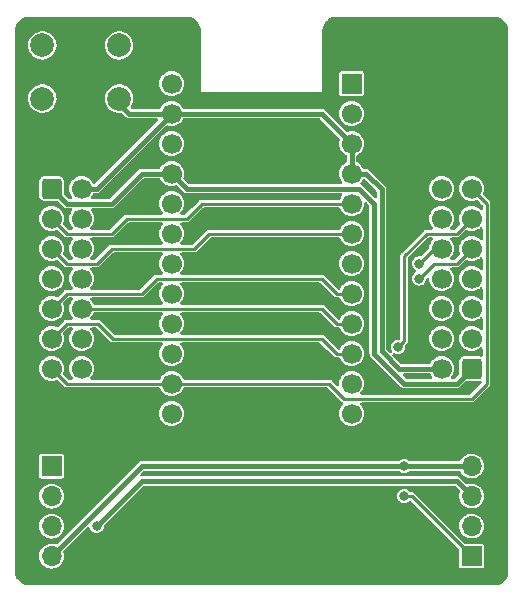
<source format=gtl>
%TF.GenerationSoftware,KiCad,Pcbnew,(6.0.7-1)-1*%
%TF.CreationDate,2022-08-30T19:37:27+08:00*%
%TF.ProjectId,Control,436f6e74-726f-46c2-9e6b-696361645f70,V3.2.2*%
%TF.SameCoordinates,PX7df6180PY32de760*%
%TF.FileFunction,Copper,L1,Top*%
%TF.FilePolarity,Positive*%
%FSLAX46Y46*%
G04 Gerber Fmt 4.6, Leading zero omitted, Abs format (unit mm)*
G04 Created by KiCad (PCBNEW (6.0.7-1)-1) date 2022-08-30 19:37:27*
%MOMM*%
%LPD*%
G01*
G04 APERTURE LIST*
G04 Aperture macros list*
%AMRoundRect*
0 Rectangle with rounded corners*
0 $1 Rounding radius*
0 $2 $3 $4 $5 $6 $7 $8 $9 X,Y pos of 4 corners*
0 Add a 4 corners polygon primitive as box body*
4,1,4,$2,$3,$4,$5,$6,$7,$8,$9,$2,$3,0*
0 Add four circle primitives for the rounded corners*
1,1,$1+$1,$2,$3*
1,1,$1+$1,$4,$5*
1,1,$1+$1,$6,$7*
1,1,$1+$1,$8,$9*
0 Add four rect primitives between the rounded corners*
20,1,$1+$1,$2,$3,$4,$5,0*
20,1,$1+$1,$4,$5,$6,$7,0*
20,1,$1+$1,$6,$7,$8,$9,0*
20,1,$1+$1,$8,$9,$2,$3,0*%
G04 Aperture macros list end*
%TA.AperFunction,ComponentPad*%
%ADD10O,1.700000X1.700000*%
%TD*%
%TA.AperFunction,ComponentPad*%
%ADD11R,1.700000X1.700000*%
%TD*%
%TA.AperFunction,ComponentPad*%
%ADD12RoundRect,0.250000X-0.600000X-0.600000X0.600000X-0.600000X0.600000X0.600000X-0.600000X0.600000X0*%
%TD*%
%TA.AperFunction,ComponentPad*%
%ADD13C,1.700000*%
%TD*%
%TA.AperFunction,ComponentPad*%
%ADD14RoundRect,0.250000X0.600000X0.600000X-0.600000X0.600000X-0.600000X-0.600000X0.600000X-0.600000X0*%
%TD*%
%TA.AperFunction,ComponentPad*%
%ADD15C,2.000000*%
%TD*%
%TA.AperFunction,ViaPad*%
%ADD16C,0.800000*%
%TD*%
%TA.AperFunction,Conductor*%
%ADD17C,0.381000*%
%TD*%
%TA.AperFunction,Conductor*%
%ADD18C,0.250000*%
%TD*%
%TA.AperFunction,Conductor*%
%ADD19C,0.400000*%
%TD*%
G04 APERTURE END LIST*
D10*
%TO.P,J4,4,Pin_4*%
%TO.N,GND*%
X25400000Y-32385000D03*
%TO.P,J4,3,Pin_3*%
%TO.N,VCC*%
X25400000Y-34925000D03*
%TO.P,J4,2,Pin_2*%
%TO.N,Row2*%
X25400000Y-37465000D03*
D11*
%TO.P,J4,1,Pin_1*%
%TO.N,Row1*%
X25400000Y-40005000D03*
%TD*%
%TO.P,J3,1,Pin_1*%
%TO.N,Row1*%
X-10160000Y-32395000D03*
D10*
%TO.P,J3,2,Pin_2*%
%TO.N,Row2*%
X-10160000Y-34935000D03*
%TO.P,J3,3,Pin_3*%
%TO.N,VCC*%
X-10160000Y-37475000D03*
%TO.P,J3,4,Pin_4*%
%TO.N,GND*%
X-10160000Y-40015000D03*
%TD*%
D12*
%TO.P,J1,1,Pin_1*%
%TO.N,VCC*%
X-10160000Y-8890000D03*
D13*
%TO.P,J1,2,Pin_2*%
%TO.N,GND*%
X-7620000Y-8890000D03*
%TO.P,J1,3,Pin_3*%
%TO.N,Row1*%
X-10160000Y-11430000D03*
%TO.P,J1,4,Pin_4*%
%TO.N,Col1*%
X-7620000Y-11430000D03*
%TO.P,J1,5,Pin_5*%
%TO.N,Row2*%
X-10160000Y-13970000D03*
%TO.P,J1,6,Pin_6*%
%TO.N,Col2*%
X-7620000Y-13970000D03*
%TO.P,J1,7,Pin_7*%
%TO.N,Row3*%
X-10160000Y-16510000D03*
%TO.P,J1,8,Pin_8*%
%TO.N,Col3*%
X-7620000Y-16510000D03*
%TO.P,J1,9,Pin_9*%
%TO.N,Row4*%
X-10160000Y-19050000D03*
%TO.P,J1,10,Pin_10*%
%TO.N,Col4*%
X-7620000Y-19050000D03*
%TO.P,J1,11,Pin_11*%
%TO.N,Row5*%
X-10160000Y-21590000D03*
%TO.P,J1,12,Pin_12*%
%TO.N,Col5*%
X-7620000Y-21590000D03*
%TO.P,J1,13,Pin_13*%
%TO.N,Row6*%
X-10160000Y-24130000D03*
%TO.P,J1,14,Pin_14*%
%TO.N,Col6*%
X-7620000Y-24130000D03*
%TD*%
D14*
%TO.P,J2,1,Pin_1*%
%TO.N,VCC*%
X25400000Y-24130000D03*
D13*
%TO.P,J2,2,Pin_2*%
%TO.N,GND*%
X22860000Y-24130000D03*
%TO.P,J2,3,Pin_3*%
%TO.N,Row1*%
X25400000Y-21590000D03*
%TO.P,J2,4,Pin_4*%
%TO.N,Col7*%
X22860000Y-21590000D03*
%TO.P,J2,5,Pin_5*%
%TO.N,Row2*%
X25400000Y-19050000D03*
%TO.P,J2,6,Pin_6*%
%TO.N,Col8*%
X22860000Y-19050000D03*
%TO.P,J2,7,Pin_7*%
%TO.N,Row3*%
X25400000Y-16510000D03*
%TO.P,J2,8,Pin_8*%
%TO.N,Col9*%
X22860000Y-16510000D03*
%TO.P,J2,9,Pin_9*%
%TO.N,Row4*%
X25400000Y-13970000D03*
%TO.P,J2,10,Pin_10*%
%TO.N,Col10*%
X22860000Y-13970000D03*
%TO.P,J2,11,Pin_11*%
%TO.N,Row5*%
X25400000Y-11430000D03*
%TO.P,J2,12,Pin_12*%
%TO.N,Col11*%
X22860000Y-11430000D03*
%TO.P,J2,13,Pin_13*%
%TO.N,Row6*%
X25400000Y-8890000D03*
%TO.P,J2,14,Pin_14*%
%TO.N,Col12*%
X22860000Y-8890000D03*
%TD*%
D15*
%TO.P,SW1,*%
%TO.N,*%
X-10945000Y3230000D03*
X-10945000Y-1270000D03*
%TO.P,SW1,1,1*%
%TO.N,Reset*%
X-4445000Y3230000D03*
%TO.P,SW1,2,2*%
%TO.N,GND*%
X-4445000Y-1270000D03*
%TD*%
D11*
%TO.P,U1,1,TX0/PD3*%
%TO.N,Col1*%
X15240000Y0D03*
D13*
%TO.P,U1,2,RX1/PD2*%
%TO.N,Col2*%
X15240000Y-2540000D03*
%TO.P,U1,3,GND*%
%TO.N,GND*%
X15240000Y-5080000D03*
%TO.P,U1,4,GND*%
X15240000Y-7620000D03*
%TO.P,U1,5,2/PD1*%
%TO.N,Row1*%
X15240000Y-10160000D03*
%TO.P,U1,6,3/PD0*%
%TO.N,Row2*%
X15240000Y-12700000D03*
%TO.P,U1,7,4/PD4*%
%TO.N,Col3*%
X15240000Y-15240000D03*
%TO.P,U1,8,5/PC6*%
%TO.N,Row4*%
X15240000Y-17780000D03*
%TO.P,U1,9,6/PD7*%
%TO.N,Col4*%
X15240000Y-20320000D03*
%TO.P,U1,10,7/PE6*%
%TO.N,Row5*%
X15240000Y-22860000D03*
%TO.P,U1,11,8/PB4*%
%TO.N,Col5*%
X15240000Y-25400000D03*
%TO.P,U1,12,9/PB5*%
%TO.N,Col6*%
X15240000Y-27940000D03*
%TO.P,U1,13,10/PB6*%
%TO.N,Col7*%
X0Y-27940000D03*
%TO.P,U1,14,16/PB2*%
%TO.N,Row6*%
X0Y-25400000D03*
%TO.P,U1,15,14/PB3*%
%TO.N,Col8*%
X0Y-22860000D03*
%TO.P,U1,16,15/PB1*%
%TO.N,Col9*%
X0Y-20320000D03*
%TO.P,U1,17,A0/PF7*%
%TO.N,Col10*%
X0Y-17780000D03*
%TO.P,U1,18,A1/PF6*%
%TO.N,Row3*%
X0Y-15240000D03*
%TO.P,U1,19,A2/PF5*%
%TO.N,Col11*%
X0Y-12700000D03*
%TO.P,U1,20,A3/PF4*%
%TO.N,Col12*%
X0Y-10160000D03*
%TO.P,U1,21,VCC*%
%TO.N,VCC*%
X0Y-7620000D03*
%TO.P,U1,22,RST*%
%TO.N,Reset*%
X0Y-5080000D03*
%TO.P,U1,23,GND*%
%TO.N,GND*%
X0Y-2540000D03*
%TO.P,U1,24,RAW*%
%TO.N,unconnected-(U1-Pad24)*%
X0Y0D03*
%TD*%
D16*
%TO.N,Row1*%
X19685000Y-34925000D03*
%TO.N,VCC*%
X-6350000Y-37465000D03*
%TO.N,Row5*%
X19169511Y-22314500D03*
%TO.N,Row4*%
X20955000Y-16510000D03*
%TO.N,Col10*%
X20955000Y-15240000D03*
%TO.N,GND*%
X19685000Y-32385000D03*
%TD*%
D17*
%TO.N,VCC*%
X-2540000Y-33655000D02*
X-6350000Y-37465000D01*
X24130000Y-33655000D02*
X-2540000Y-33655000D01*
X25400000Y-34925000D02*
X24130000Y-33655000D01*
D18*
%TO.N,Row1*%
X20320000Y-34925000D02*
X19685000Y-34925000D01*
X-8890000Y-12700000D02*
X-10160000Y-11430000D01*
X1270000Y-11430000D02*
X-3810000Y-11430000D01*
X-3810000Y-11430000D02*
X-5080000Y-12700000D01*
X15240000Y-10160000D02*
X2540000Y-10160000D01*
X25400000Y-40005000D02*
X20320000Y-34925000D01*
X-5080000Y-12700000D02*
X-8890000Y-12700000D01*
X2540000Y-10160000D02*
X1270000Y-11430000D01*
D17*
%TO.N,VCC*%
X-8890000Y-10160000D02*
X-5080000Y-10160000D01*
X19685000Y-25400000D02*
X24130000Y-25400000D01*
X17145000Y-22860000D02*
X19685000Y-25400000D01*
X1270000Y-8890000D02*
X15875000Y-8890000D01*
X0Y-7620000D02*
X1270000Y-8890000D01*
X-2540000Y-7620000D02*
X0Y-7620000D01*
X-5080000Y-10160000D02*
X-2540000Y-7620000D01*
X24130000Y-25400000D02*
X25400000Y-24130000D01*
X17145000Y-10160000D02*
X17145000Y-22860000D01*
X-10160000Y-8890000D02*
X-8890000Y-10160000D01*
X15875000Y-8890000D02*
X17145000Y-10160000D01*
D18*
%TO.N,Row5*%
X21590000Y-12700000D02*
X19685000Y-14605000D01*
X13970000Y-22860000D02*
X12700000Y-21590000D01*
X-6252247Y-20320000D02*
X-8890000Y-20320000D01*
X25400000Y-11430000D02*
X24130000Y-12700000D01*
X19685000Y-14605000D02*
X19685000Y-21799011D01*
X15240000Y-22860000D02*
X13970000Y-22860000D01*
X24130000Y-12700000D02*
X21590000Y-12700000D01*
X19685000Y-21799011D02*
X19169511Y-22314500D01*
X-4982247Y-21590000D02*
X-6252247Y-20320000D01*
X-8890000Y-20320000D02*
X-10160000Y-21590000D01*
X12700000Y-21590000D02*
X-4982247Y-21590000D01*
%TO.N,Row6*%
X25400000Y-26670000D02*
X26670000Y-25400000D01*
X0Y-25400000D02*
X13335000Y-25400000D01*
X14605000Y-26670000D02*
X25400000Y-26670000D01*
X13335000Y-25400000D02*
X14605000Y-26670000D01*
X26670000Y-25400000D02*
X26670000Y-10160000D01*
X0Y-25400000D02*
X-8890000Y-25400000D01*
X26670000Y-10160000D02*
X25400000Y-8890000D01*
X-8890000Y-25400000D02*
X-10160000Y-24130000D01*
%TO.N,Row4*%
X24130000Y-15240000D02*
X22225000Y-15240000D01*
X13970000Y-17780000D02*
X12700000Y-16510000D01*
X22225000Y-15240000D02*
X20955000Y-16510000D01*
X-8890000Y-17780000D02*
X-10160000Y-19050000D01*
X12700000Y-16510000D02*
X-1270000Y-16510000D01*
X-2540000Y-17780000D02*
X-8890000Y-17780000D01*
X-1270000Y-16510000D02*
X-2540000Y-17780000D01*
X15240000Y-17780000D02*
X13970000Y-17780000D01*
X25400000Y-13970000D02*
X24130000Y-15240000D01*
%TO.N,Col4*%
X15240000Y-20320000D02*
X13970000Y-20320000D01*
X12700000Y-19050000D02*
X-7620000Y-19050000D01*
X13970000Y-20320000D02*
X12700000Y-19050000D01*
%TO.N,Row2*%
X-6350000Y-15240000D02*
X-5080000Y-13970000D01*
X-5080000Y-13970000D02*
X1905000Y-13970000D01*
X3175000Y-12700000D02*
X15240000Y-12700000D01*
X1905000Y-13970000D02*
X3175000Y-12700000D01*
X-10160000Y-13970000D02*
X-8890000Y-15240000D01*
X-8890000Y-15240000D02*
X-6350000Y-15240000D01*
%TO.N,Col10*%
X22860000Y-13970000D02*
X22225000Y-13970000D01*
X22225000Y-13970000D02*
X20955000Y-15240000D01*
D19*
%TO.N,GND*%
X15240000Y-7620000D02*
X16442081Y-7620000D01*
X-3572000Y-2540000D02*
X0Y-2540000D01*
X16442081Y-7620000D02*
X17780000Y-8957919D01*
X-4700200Y-1411800D02*
X-3572000Y-2540000D01*
X15240000Y-5080000D02*
X15240000Y-7620000D01*
X17780000Y-22660598D02*
X19249402Y-24130000D01*
X-10160000Y-40015000D02*
X-2530000Y-32385000D01*
X0Y-2540000D02*
X12700000Y-2540000D01*
X-2530000Y-32385000D02*
X19685000Y-32385000D01*
X12700000Y-2540000D02*
X15240000Y-5080000D01*
X25400000Y-32385000D02*
X19685000Y-32385000D01*
X-7620000Y-8890000D02*
X-6350000Y-8890000D01*
X17780000Y-8957919D02*
X17780000Y-22660598D01*
X-6350000Y-8890000D02*
X0Y-2540000D01*
X19249402Y-24130000D02*
X22860000Y-24130000D01*
%TD*%
%TA.AperFunction,NonConductor*%
G36*
X16345862Y-8091585D02*
G01*
X16357762Y-8102074D01*
X17342595Y-9086906D01*
X17376620Y-9149218D01*
X17379500Y-9176001D01*
X17379500Y-9537353D01*
X17359498Y-9605474D01*
X17305842Y-9651967D01*
X17235568Y-9662071D01*
X17170988Y-9632577D01*
X17164405Y-9626448D01*
X16195270Y-8657313D01*
X16195269Y-8657311D01*
X16107689Y-8569731D01*
X16098852Y-8565228D01*
X16088763Y-8560087D01*
X16071906Y-8549757D01*
X16062747Y-8543103D01*
X16054723Y-8537273D01*
X16045291Y-8534208D01*
X16044960Y-8534040D01*
X15993344Y-8485293D01*
X15976277Y-8416378D01*
X15999176Y-8349176D01*
X16006779Y-8339441D01*
X16098540Y-8233134D01*
X16098540Y-8233133D01*
X16102564Y-8228472D01*
X16105608Y-8223114D01*
X16159111Y-8128932D01*
X16210150Y-8079581D01*
X16279769Y-8065659D01*
X16345862Y-8091585D01*
G37*
%TD.AperFunction*%
%TA.AperFunction,NonConductor*%
G36*
X12550038Y-2960502D02*
G01*
X12571012Y-2977405D01*
X14212714Y-4619106D01*
X14246739Y-4681418D01*
X14243721Y-4746299D01*
X14207484Y-4860532D01*
X14184520Y-5065262D01*
X14201759Y-5270553D01*
X14258544Y-5468586D01*
X14261359Y-5474063D01*
X14261360Y-5474066D01*
X14282247Y-5514707D01*
X14352712Y-5651818D01*
X14480677Y-5813270D01*
X14637564Y-5946791D01*
X14774972Y-6023586D01*
X14824676Y-6074279D01*
X14839500Y-6133573D01*
X14839500Y-6567624D01*
X14819498Y-6635745D01*
X14771876Y-6679285D01*
X14662002Y-6736726D01*
X14501447Y-6865815D01*
X14369024Y-7023630D01*
X14366056Y-7029028D01*
X14366053Y-7029033D01*
X14272743Y-7198765D01*
X14269776Y-7204162D01*
X14207484Y-7400532D01*
X14206798Y-7406649D01*
X14206797Y-7406653D01*
X14185207Y-7599137D01*
X14184520Y-7605262D01*
X14201759Y-7810553D01*
X14203458Y-7816478D01*
X14245260Y-7962258D01*
X14258544Y-8008586D01*
X14261359Y-8014063D01*
X14261360Y-8014066D01*
X14349897Y-8186341D01*
X14352712Y-8191818D01*
X14433407Y-8293630D01*
X14434283Y-8294735D01*
X14460921Y-8360545D01*
X14447750Y-8430310D01*
X14398953Y-8481879D01*
X14335538Y-8499000D01*
X1484147Y-8499000D01*
X1416026Y-8478998D01*
X1395052Y-8462095D01*
X1023837Y-8090880D01*
X989811Y-8028568D01*
X993374Y-7962013D01*
X1007408Y-7919827D01*
X1029351Y-7853863D01*
X1055171Y-7649474D01*
X1055583Y-7620000D01*
X1035480Y-7414970D01*
X975935Y-7217749D01*
X879218Y-7035849D01*
X805859Y-6945902D01*
X752906Y-6880975D01*
X752903Y-6880972D01*
X749011Y-6876200D01*
X731786Y-6861950D01*
X595025Y-6748811D01*
X595021Y-6748809D01*
X590275Y-6744882D01*
X409055Y-6646897D01*
X212254Y-6585977D01*
X206129Y-6585333D01*
X206128Y-6585333D01*
X13498Y-6565087D01*
X13496Y-6565087D01*
X7369Y-6564443D01*
X-79471Y-6572346D01*
X-191658Y-6582555D01*
X-191661Y-6582556D01*
X-197797Y-6583114D01*
X-395428Y-6641280D01*
X-577998Y-6736726D01*
X-582799Y-6740586D01*
X-582802Y-6740588D01*
X-593029Y-6748811D01*
X-738553Y-6865815D01*
X-870976Y-7023630D01*
X-941906Y-7152653D01*
X-947980Y-7163701D01*
X-998325Y-7213759D01*
X-1058395Y-7229000D01*
X-2601929Y-7229000D01*
X-2611361Y-7232065D01*
X-2611363Y-7232065D01*
X-2622125Y-7235562D01*
X-2641351Y-7240178D01*
X-2662332Y-7243501D01*
X-2671166Y-7248002D01*
X-2671171Y-7248004D01*
X-2681256Y-7253143D01*
X-2699524Y-7260710D01*
X-2710288Y-7264207D01*
X-2710294Y-7264210D01*
X-2719724Y-7267274D01*
X-2727748Y-7273104D01*
X-2736905Y-7279757D01*
X-2753761Y-7290086D01*
X-2763851Y-7295227D01*
X-2763855Y-7295230D01*
X-2772689Y-7299731D01*
X-2794719Y-7321761D01*
X-4016060Y-8543103D01*
X-5205052Y-9732095D01*
X-5267364Y-9766121D01*
X-5294147Y-9769000D01*
X-6715741Y-9769000D01*
X-6783862Y-9748998D01*
X-6830355Y-9695342D01*
X-6840459Y-9625068D01*
X-6811122Y-9560669D01*
X-6761465Y-9503141D01*
X-6761460Y-9503134D01*
X-6757436Y-9498472D01*
X-6736613Y-9461818D01*
X-6702604Y-9401950D01*
X-6675514Y-9354263D01*
X-6624475Y-9304913D01*
X-6565958Y-9290500D01*
X-6286567Y-9290500D01*
X-6277136Y-9287436D01*
X-6277132Y-9287435D01*
X-6265647Y-9283703D01*
X-6246422Y-9279087D01*
X-6234488Y-9277197D01*
X-6234487Y-9277197D01*
X-6224696Y-9275646D01*
X-6215863Y-9271145D01*
X-6215859Y-9271144D01*
X-6205094Y-9265659D01*
X-6186834Y-9258095D01*
X-6165910Y-9251296D01*
X-6148107Y-9238361D01*
X-6131255Y-9228035D01*
X-6120498Y-9222554D01*
X-6111658Y-9218050D01*
X-6089095Y-9195487D01*
X-6089091Y-9195484D01*
X-1958870Y-5065262D01*
X-1055480Y-5065262D01*
X-1038241Y-5270553D01*
X-981456Y-5468586D01*
X-978641Y-5474063D01*
X-978640Y-5474066D01*
X-957753Y-5514707D01*
X-887288Y-5651818D01*
X-759323Y-5813270D01*
X-602436Y-5946791D01*
X-422602Y-6047297D01*
X-339560Y-6074279D01*
X-232529Y-6109056D01*
X-232525Y-6109057D01*
X-226671Y-6110959D01*
X-22106Y-6135351D01*
X-15971Y-6134879D01*
X-15969Y-6134879D01*
X40039Y-6130569D01*
X183300Y-6119546D01*
X189230Y-6117890D01*
X189232Y-6117890D01*
X375797Y-6065800D01*
X375796Y-6065800D01*
X381725Y-6064145D01*
X387214Y-6061372D01*
X387220Y-6061370D01*
X560116Y-5974033D01*
X565610Y-5971258D01*
X727951Y-5844424D01*
X862564Y-5688472D01*
X883387Y-5651818D01*
X961276Y-5514707D01*
X964323Y-5509344D01*
X1029351Y-5313863D01*
X1055171Y-5109474D01*
X1055583Y-5080000D01*
X1035480Y-4874970D01*
X975935Y-4677749D01*
X879218Y-4495849D01*
X805859Y-4405902D01*
X752906Y-4340975D01*
X752903Y-4340972D01*
X749011Y-4336200D01*
X731786Y-4321950D01*
X595025Y-4208811D01*
X595021Y-4208809D01*
X590275Y-4204882D01*
X409055Y-4106897D01*
X212254Y-4045977D01*
X206129Y-4045333D01*
X206128Y-4045333D01*
X13498Y-4025087D01*
X13496Y-4025087D01*
X7369Y-4024443D01*
X-79471Y-4032346D01*
X-191658Y-4042555D01*
X-191661Y-4042556D01*
X-197797Y-4043114D01*
X-395428Y-4101280D01*
X-577998Y-4196726D01*
X-582799Y-4200586D01*
X-582802Y-4200588D01*
X-593029Y-4208811D01*
X-738553Y-4325815D01*
X-870976Y-4483630D01*
X-873944Y-4489028D01*
X-873947Y-4489033D01*
X-967257Y-4658765D01*
X-970224Y-4664162D01*
X-1032516Y-4860532D01*
X-1033202Y-4866649D01*
X-1033203Y-4866653D01*
X-1054793Y-5059137D01*
X-1055480Y-5065262D01*
X-1958870Y-5065262D01*
X-460824Y-3567216D01*
X-398512Y-3533190D01*
X-332793Y-3536478D01*
X-232529Y-3569056D01*
X-232525Y-3569057D01*
X-226671Y-3570959D01*
X-22106Y-3595351D01*
X-15971Y-3594879D01*
X-15969Y-3594879D01*
X40039Y-3590569D01*
X183300Y-3579546D01*
X189230Y-3577890D01*
X189232Y-3577890D01*
X375797Y-3525800D01*
X375796Y-3525800D01*
X381725Y-3524145D01*
X387214Y-3521372D01*
X387220Y-3521370D01*
X560116Y-3434033D01*
X565610Y-3431258D01*
X727951Y-3304424D01*
X862564Y-3148472D01*
X883387Y-3111818D01*
X944486Y-3004263D01*
X995525Y-2954913D01*
X1054042Y-2940500D01*
X12481917Y-2940500D01*
X12550038Y-2960502D01*
G37*
%TD.AperFunction*%
%TA.AperFunction,NonConductor*%
G36*
X-989005Y-8031002D02*
G01*
X-945060Y-8079405D01*
X-887288Y-8191818D01*
X-759323Y-8353270D01*
X-754630Y-8357264D01*
X-754629Y-8357265D01*
X-609092Y-8481126D01*
X-602436Y-8486791D01*
X-422602Y-8587297D01*
X-370749Y-8604145D01*
X-232529Y-8649056D01*
X-232525Y-8649057D01*
X-226671Y-8650959D01*
X-22106Y-8675351D01*
X-15971Y-8674879D01*
X-15969Y-8674879D01*
X40523Y-8670532D01*
X183300Y-8659546D01*
X189230Y-8657890D01*
X189232Y-8657890D01*
X349477Y-8613149D01*
X420468Y-8614096D01*
X472456Y-8645413D01*
X949730Y-9122687D01*
X949731Y-9122689D01*
X1037311Y-9210269D01*
X1046147Y-9214772D01*
X1046148Y-9214772D01*
X1056237Y-9219913D01*
X1073094Y-9230243D01*
X1090277Y-9242727D01*
X1099708Y-9245791D01*
X1099711Y-9245793D01*
X1110479Y-9249292D01*
X1128739Y-9256855D01*
X1137185Y-9261158D01*
X1147668Y-9266499D01*
X1157457Y-9268049D01*
X1157462Y-9268051D01*
X1168648Y-9269823D01*
X1187867Y-9274437D01*
X1198635Y-9277935D01*
X1198640Y-9277936D01*
X1208071Y-9281000D01*
X14335972Y-9281000D01*
X14404093Y-9301002D01*
X14450586Y-9354658D01*
X14460690Y-9424932D01*
X14432493Y-9487991D01*
X14369024Y-9563630D01*
X14366056Y-9569028D01*
X14366053Y-9569033D01*
X14314906Y-9662071D01*
X14269776Y-9744162D01*
X14267914Y-9750031D01*
X14265485Y-9755699D01*
X14263458Y-9754830D01*
X14229342Y-9805481D01*
X14164140Y-9833575D01*
X14148901Y-9834500D01*
X2559713Y-9834500D01*
X2548732Y-9834021D01*
X2522170Y-9831697D01*
X2522168Y-9831697D01*
X2511193Y-9830737D01*
X2474783Y-9840492D01*
X2464076Y-9842866D01*
X2426955Y-9849412D01*
X2417411Y-9854922D01*
X2414135Y-9856114D01*
X2410964Y-9857593D01*
X2400316Y-9860446D01*
X2391287Y-9866768D01*
X2384717Y-9871368D01*
X2370035Y-9881649D01*
X2369449Y-9882059D01*
X2360179Y-9887964D01*
X2337092Y-9901293D01*
X2337088Y-9901296D01*
X2327545Y-9906806D01*
X2313684Y-9923325D01*
X2303320Y-9935676D01*
X2295894Y-9943779D01*
X1720382Y-10519292D01*
X1172079Y-11067595D01*
X1109767Y-11101620D01*
X1082984Y-11104500D01*
X847722Y-11104500D01*
X779601Y-11084498D01*
X733108Y-11030842D01*
X723004Y-10960568D01*
X752340Y-10896169D01*
X858540Y-10773134D01*
X858540Y-10773133D01*
X862564Y-10768472D01*
X883387Y-10731818D01*
X914389Y-10677244D01*
X964323Y-10589344D01*
X1029351Y-10393863D01*
X1055171Y-10189474D01*
X1055583Y-10160000D01*
X1035480Y-9954970D01*
X975935Y-9757749D01*
X879218Y-9575849D01*
X786216Y-9461818D01*
X752906Y-9420975D01*
X752903Y-9420972D01*
X749011Y-9416200D01*
X714371Y-9387543D01*
X595025Y-9288811D01*
X595021Y-9288809D01*
X590275Y-9284882D01*
X409055Y-9186897D01*
X212254Y-9125977D01*
X206129Y-9125333D01*
X206128Y-9125333D01*
X13498Y-9105087D01*
X13496Y-9105087D01*
X7369Y-9104443D01*
X-79471Y-9112346D01*
X-191658Y-9122555D01*
X-191661Y-9122556D01*
X-197797Y-9123114D01*
X-395428Y-9181280D01*
X-577998Y-9276726D01*
X-582799Y-9280586D01*
X-582802Y-9280588D01*
X-684227Y-9362136D01*
X-738553Y-9405815D01*
X-870976Y-9563630D01*
X-873944Y-9569028D01*
X-873947Y-9569033D01*
X-942813Y-9694301D01*
X-970224Y-9744162D01*
X-1032516Y-9940532D01*
X-1033202Y-9946649D01*
X-1033203Y-9946653D01*
X-1049223Y-10089481D01*
X-1055480Y-10145262D01*
X-1054964Y-10151406D01*
X-1040642Y-10321957D01*
X-1038241Y-10350553D01*
X-1036542Y-10356478D01*
X-983524Y-10541373D01*
X-981456Y-10548586D01*
X-978641Y-10554063D01*
X-978640Y-10554066D01*
X-906245Y-10694932D01*
X-887288Y-10731818D01*
X-759323Y-10893270D01*
X-759450Y-10893370D01*
X-727773Y-10953870D01*
X-734073Y-11024586D01*
X-777605Y-11080671D01*
X-851342Y-11104500D01*
X-3790287Y-11104500D01*
X-3801268Y-11104021D01*
X-3827830Y-11101697D01*
X-3827832Y-11101697D01*
X-3838807Y-11100737D01*
X-3875217Y-11110492D01*
X-3885924Y-11112866D01*
X-3923045Y-11119412D01*
X-3932589Y-11124922D01*
X-3935865Y-11126114D01*
X-3939036Y-11127593D01*
X-3949684Y-11130446D01*
X-3958713Y-11136768D01*
X-3980551Y-11152059D01*
X-3989821Y-11157964D01*
X-4012908Y-11171293D01*
X-4012912Y-11171296D01*
X-4022455Y-11176806D01*
X-4040147Y-11197890D01*
X-4046680Y-11205676D01*
X-4054106Y-11213779D01*
X-5177921Y-12337595D01*
X-5240233Y-12371620D01*
X-5267016Y-12374500D01*
X-6772278Y-12374500D01*
X-6840399Y-12354498D01*
X-6886892Y-12300842D01*
X-6896996Y-12230568D01*
X-6867660Y-12166169D01*
X-6761460Y-12043134D01*
X-6761460Y-12043133D01*
X-6757436Y-12038472D01*
X-6736613Y-12001818D01*
X-6707485Y-11950543D01*
X-6655677Y-11859344D01*
X-6590649Y-11663863D01*
X-6564829Y-11459474D01*
X-6564417Y-11430000D01*
X-6584520Y-11224970D01*
X-6644065Y-11027749D01*
X-6740782Y-10845849D01*
X-6750747Y-10833630D01*
X-6800087Y-10773134D01*
X-6813543Y-10756635D01*
X-6841097Y-10691205D01*
X-6828902Y-10621263D01*
X-6780830Y-10569018D01*
X-6715900Y-10551000D01*
X-5018072Y-10551000D01*
X-5008640Y-10547935D01*
X-5008638Y-10547935D01*
X-4997876Y-10544438D01*
X-4978649Y-10539822D01*
X-4967464Y-10538051D01*
X-4967461Y-10538050D01*
X-4957668Y-10536499D01*
X-4948834Y-10531998D01*
X-4948829Y-10531996D01*
X-4938744Y-10526857D01*
X-4920474Y-10519289D01*
X-4918922Y-10518785D01*
X-4900277Y-10512727D01*
X-4892256Y-10506900D01*
X-4892253Y-10506898D01*
X-4883094Y-10500243D01*
X-4866237Y-10489913D01*
X-4856148Y-10484772D01*
X-4856147Y-10484772D01*
X-4847311Y-10480269D01*
X-4759731Y-10392689D01*
X-4759730Y-10392687D01*
X-3589597Y-9222554D01*
X-2414947Y-8047905D01*
X-2352635Y-8013879D01*
X-2325852Y-8011000D01*
X-1057126Y-8011000D01*
X-989005Y-8031002D01*
G37*
%TD.AperFunction*%
%TA.AperFunction,NonConductor*%
G36*
X26265403Y-12164412D02*
G01*
X26321183Y-12208334D01*
X26344500Y-12281357D01*
X26344500Y-13120159D01*
X26324498Y-13188280D01*
X26270842Y-13234773D01*
X26200568Y-13244877D01*
X26138186Y-13217245D01*
X25990275Y-13094882D01*
X25809055Y-12996897D01*
X25612254Y-12935977D01*
X25606129Y-12935333D01*
X25606128Y-12935333D01*
X25413498Y-12915087D01*
X25413496Y-12915087D01*
X25407369Y-12914443D01*
X25320529Y-12922346D01*
X25208342Y-12932555D01*
X25208339Y-12932556D01*
X25202203Y-12933114D01*
X25004572Y-12991280D01*
X24999107Y-12994137D01*
X24937375Y-13026410D01*
X24822002Y-13086726D01*
X24817201Y-13090586D01*
X24817198Y-13090588D01*
X24719136Y-13169432D01*
X24661447Y-13215815D01*
X24529024Y-13373630D01*
X24526056Y-13379028D01*
X24526053Y-13379033D01*
X24459239Y-13500568D01*
X24429776Y-13554162D01*
X24367484Y-13750532D01*
X24366798Y-13756649D01*
X24366797Y-13756653D01*
X24347692Y-13926981D01*
X24344520Y-13955262D01*
X24361759Y-14160553D01*
X24363458Y-14166478D01*
X24411037Y-14332405D01*
X24418544Y-14358586D01*
X24421361Y-14364067D01*
X24421537Y-14364410D01*
X24421575Y-14364608D01*
X24423630Y-14369799D01*
X24422644Y-14370190D01*
X24434888Y-14434140D01*
X24408420Y-14500019D01*
X24398569Y-14511104D01*
X24032079Y-14877595D01*
X23969766Y-14911620D01*
X23942983Y-14914500D01*
X23707722Y-14914500D01*
X23639601Y-14894498D01*
X23593108Y-14840842D01*
X23583004Y-14770568D01*
X23612340Y-14706169D01*
X23718540Y-14583134D01*
X23718540Y-14583133D01*
X23722564Y-14578472D01*
X23743387Y-14541818D01*
X23771533Y-14492271D01*
X23824323Y-14399344D01*
X23889351Y-14203863D01*
X23915171Y-13999474D01*
X23915583Y-13970000D01*
X23895480Y-13764970D01*
X23835935Y-13567749D01*
X23739218Y-13385849D01*
X23613037Y-13231136D01*
X23585483Y-13165704D01*
X23597678Y-13095763D01*
X23645751Y-13043518D01*
X23710680Y-13025500D01*
X24110290Y-13025500D01*
X24121272Y-13025980D01*
X24147820Y-13028303D01*
X24147822Y-13028303D01*
X24158807Y-13029264D01*
X24195215Y-13019508D01*
X24205942Y-13017130D01*
X24209301Y-13016538D01*
X24243045Y-13010588D01*
X24252590Y-13005077D01*
X24255866Y-13003885D01*
X24259034Y-13002408D01*
X24269684Y-12999554D01*
X24300550Y-12977941D01*
X24309815Y-12972039D01*
X24332910Y-12958705D01*
X24332911Y-12958704D01*
X24342455Y-12953194D01*
X24366685Y-12924319D01*
X24374110Y-12916217D01*
X24859122Y-12431205D01*
X24921434Y-12397179D01*
X24987153Y-12400467D01*
X25167471Y-12459056D01*
X25167475Y-12459057D01*
X25173329Y-12460959D01*
X25377894Y-12485351D01*
X25384029Y-12484879D01*
X25384031Y-12484879D01*
X25440523Y-12480532D01*
X25583300Y-12469546D01*
X25589230Y-12467890D01*
X25589232Y-12467890D01*
X25742080Y-12425214D01*
X25781725Y-12414145D01*
X25787214Y-12411372D01*
X25787220Y-12411370D01*
X25960116Y-12324033D01*
X25965610Y-12321258D01*
X25991742Y-12300842D01*
X26123095Y-12198218D01*
X26123096Y-12198217D01*
X26127951Y-12194424D01*
X26131726Y-12190051D01*
X26194732Y-12157619D01*
X26265403Y-12164412D01*
G37*
%TD.AperFunction*%
%TA.AperFunction,NonConductor*%
G36*
X-780946Y-11775502D02*
G01*
X-734453Y-11829158D01*
X-724349Y-11899432D01*
X-752546Y-11962491D01*
X-870976Y-12103630D01*
X-873944Y-12109028D01*
X-873947Y-12109033D01*
X-940761Y-12230568D01*
X-970224Y-12284162D01*
X-1032516Y-12480532D01*
X-1033202Y-12486649D01*
X-1033203Y-12486653D01*
X-1054793Y-12679137D01*
X-1055480Y-12685262D01*
X-1038241Y-12890553D01*
X-1036542Y-12896478D01*
X-988963Y-13062405D01*
X-981456Y-13088586D01*
X-978641Y-13094063D01*
X-978640Y-13094066D01*
X-901134Y-13244877D01*
X-887288Y-13271818D01*
X-759323Y-13433270D01*
X-759450Y-13433370D01*
X-727773Y-13493870D01*
X-734073Y-13564586D01*
X-777605Y-13620671D01*
X-851342Y-13644500D01*
X-5060287Y-13644500D01*
X-5071268Y-13644021D01*
X-5097830Y-13641697D01*
X-5097832Y-13641697D01*
X-5108807Y-13640737D01*
X-5145217Y-13650492D01*
X-5155924Y-13652866D01*
X-5193045Y-13659412D01*
X-5202589Y-13664922D01*
X-5205865Y-13666114D01*
X-5209036Y-13667593D01*
X-5219684Y-13670446D01*
X-5228713Y-13676768D01*
X-5250551Y-13692059D01*
X-5259821Y-13697964D01*
X-5282908Y-13711293D01*
X-5282912Y-13711296D01*
X-5292455Y-13716806D01*
X-5310147Y-13737890D01*
X-5316680Y-13745676D01*
X-5324106Y-13753779D01*
X-6447921Y-14877595D01*
X-6510233Y-14911620D01*
X-6537016Y-14914500D01*
X-6772278Y-14914500D01*
X-6840399Y-14894498D01*
X-6886892Y-14840842D01*
X-6896996Y-14770568D01*
X-6867660Y-14706169D01*
X-6761460Y-14583134D01*
X-6761460Y-14583133D01*
X-6757436Y-14578472D01*
X-6736613Y-14541818D01*
X-6708467Y-14492271D01*
X-6655677Y-14399344D01*
X-6590649Y-14203863D01*
X-6564829Y-13999474D01*
X-6564417Y-13970000D01*
X-6584520Y-13764970D01*
X-6644065Y-13567749D01*
X-6740782Y-13385849D01*
X-6866963Y-13231136D01*
X-6894517Y-13165704D01*
X-6882322Y-13095763D01*
X-6834249Y-13043518D01*
X-6769320Y-13025500D01*
X-5099710Y-13025500D01*
X-5088728Y-13025980D01*
X-5062180Y-13028303D01*
X-5062178Y-13028303D01*
X-5051193Y-13029264D01*
X-5014785Y-13019508D01*
X-5004058Y-13017130D01*
X-5000699Y-13016538D01*
X-4966955Y-13010588D01*
X-4957410Y-13005077D01*
X-4954134Y-13003885D01*
X-4950966Y-13002408D01*
X-4940316Y-12999554D01*
X-4909450Y-12977941D01*
X-4900185Y-12972039D01*
X-4877090Y-12958705D01*
X-4877089Y-12958704D01*
X-4867545Y-12953194D01*
X-4843315Y-12924319D01*
X-4835890Y-12916217D01*
X-3712078Y-11792405D01*
X-3649766Y-11758379D01*
X-3622983Y-11755500D01*
X-849067Y-11755500D01*
X-780946Y-11775502D01*
G37*
%TD.AperFunction*%
%TA.AperFunction,NonConductor*%
G36*
X-780946Y-14315502D02*
G01*
X-734453Y-14369158D01*
X-724349Y-14439432D01*
X-752546Y-14502491D01*
X-870976Y-14643630D01*
X-873944Y-14649028D01*
X-873947Y-14649033D01*
X-963383Y-14811718D01*
X-970224Y-14824162D01*
X-1032516Y-15020532D01*
X-1033202Y-15026649D01*
X-1033203Y-15026653D01*
X-1038694Y-15075609D01*
X-1055480Y-15225262D01*
X-1038241Y-15430553D01*
X-1036542Y-15436478D01*
X-998466Y-15569264D01*
X-981456Y-15628586D01*
X-978641Y-15634063D01*
X-978640Y-15634066D01*
X-905154Y-15777054D01*
X-887288Y-15811818D01*
X-759323Y-15973270D01*
X-759450Y-15973370D01*
X-727773Y-16033870D01*
X-734073Y-16104586D01*
X-777605Y-16160671D01*
X-851342Y-16184500D01*
X-1250287Y-16184500D01*
X-1261268Y-16184021D01*
X-1287830Y-16181697D01*
X-1287832Y-16181697D01*
X-1298807Y-16180737D01*
X-1335217Y-16190492D01*
X-1345924Y-16192866D01*
X-1383045Y-16199412D01*
X-1392589Y-16204922D01*
X-1395865Y-16206114D01*
X-1399036Y-16207593D01*
X-1409684Y-16210446D01*
X-1418713Y-16216768D01*
X-1440551Y-16232059D01*
X-1449821Y-16237964D01*
X-1472908Y-16251293D01*
X-1472912Y-16251296D01*
X-1482455Y-16256806D01*
X-1500147Y-16277890D01*
X-1506680Y-16285676D01*
X-1514106Y-16293779D01*
X-2637921Y-17417595D01*
X-2700233Y-17451620D01*
X-2727016Y-17454500D01*
X-6772278Y-17454500D01*
X-6840399Y-17434498D01*
X-6886892Y-17380842D01*
X-6896996Y-17310568D01*
X-6867660Y-17246169D01*
X-6761460Y-17123134D01*
X-6761460Y-17123133D01*
X-6757436Y-17118472D01*
X-6736613Y-17081818D01*
X-6706898Y-17029509D01*
X-6655677Y-16939344D01*
X-6590649Y-16743863D01*
X-6564829Y-16539474D01*
X-6564417Y-16510000D01*
X-6584520Y-16304970D01*
X-6644065Y-16107749D01*
X-6740782Y-15925849D01*
X-6855756Y-15784877D01*
X-6866963Y-15771136D01*
X-6894517Y-15705704D01*
X-6882322Y-15635763D01*
X-6834249Y-15583518D01*
X-6769320Y-15565500D01*
X-6369710Y-15565500D01*
X-6358728Y-15565980D01*
X-6332180Y-15568303D01*
X-6332178Y-15568303D01*
X-6321193Y-15569264D01*
X-6284785Y-15559508D01*
X-6274058Y-15557130D01*
X-6270699Y-15556538D01*
X-6236955Y-15550588D01*
X-6227410Y-15545077D01*
X-6224134Y-15543885D01*
X-6220966Y-15542408D01*
X-6210316Y-15539554D01*
X-6179450Y-15517941D01*
X-6170185Y-15512039D01*
X-6147090Y-15498705D01*
X-6147089Y-15498704D01*
X-6137545Y-15493194D01*
X-6113315Y-15464319D01*
X-6105890Y-15456217D01*
X-4982078Y-14332405D01*
X-4919766Y-14298379D01*
X-4892983Y-14295500D01*
X-849067Y-14295500D01*
X-780946Y-14315502D01*
G37*
%TD.AperFunction*%
%TA.AperFunction,NonConductor*%
G36*
X-780946Y-16855502D02*
G01*
X-734453Y-16909158D01*
X-724349Y-16979432D01*
X-752546Y-17042491D01*
X-870976Y-17183630D01*
X-873944Y-17189028D01*
X-873947Y-17189033D01*
X-940761Y-17310568D01*
X-970224Y-17364162D01*
X-1032516Y-17560532D01*
X-1033202Y-17566649D01*
X-1033203Y-17566653D01*
X-1054793Y-17759137D01*
X-1055480Y-17765262D01*
X-1038241Y-17970553D01*
X-1036542Y-17976478D01*
X-988963Y-18142405D01*
X-981456Y-18168586D01*
X-978641Y-18174063D01*
X-978640Y-18174066D01*
X-901134Y-18324877D01*
X-887288Y-18351818D01*
X-759323Y-18513270D01*
X-759450Y-18513370D01*
X-727773Y-18573870D01*
X-734073Y-18644586D01*
X-777605Y-18700671D01*
X-851342Y-18724500D01*
X-6528731Y-18724500D01*
X-6596852Y-18704498D01*
X-6643992Y-18647991D01*
X-6644065Y-18647749D01*
X-6740782Y-18465849D01*
X-6866963Y-18311136D01*
X-6894517Y-18245704D01*
X-6882322Y-18175763D01*
X-6834249Y-18123518D01*
X-6769320Y-18105500D01*
X-2559710Y-18105500D01*
X-2548728Y-18105980D01*
X-2522180Y-18108303D01*
X-2522178Y-18108303D01*
X-2511193Y-18109264D01*
X-2474785Y-18099508D01*
X-2464058Y-18097130D01*
X-2460699Y-18096538D01*
X-2426955Y-18090588D01*
X-2417410Y-18085077D01*
X-2414134Y-18083885D01*
X-2410966Y-18082408D01*
X-2400316Y-18079554D01*
X-2369450Y-18057941D01*
X-2360185Y-18052039D01*
X-2337090Y-18038705D01*
X-2337089Y-18038704D01*
X-2327545Y-18033194D01*
X-2303315Y-18004319D01*
X-2295890Y-17996217D01*
X-1172078Y-16872405D01*
X-1109766Y-16838379D01*
X-1082983Y-16835500D01*
X-849067Y-16835500D01*
X-780946Y-16855502D01*
G37*
%TD.AperFunction*%
%TA.AperFunction,NonConductor*%
G36*
X-780946Y-19395502D02*
G01*
X-734453Y-19449158D01*
X-724349Y-19519432D01*
X-752546Y-19582491D01*
X-870976Y-19723630D01*
X-873944Y-19729028D01*
X-873947Y-19729033D01*
X-940761Y-19850568D01*
X-970224Y-19904162D01*
X-1032516Y-20100532D01*
X-1033202Y-20106649D01*
X-1033203Y-20106653D01*
X-1054793Y-20299137D01*
X-1055480Y-20305262D01*
X-1038241Y-20510553D01*
X-1036542Y-20516478D01*
X-988963Y-20682405D01*
X-981456Y-20708586D01*
X-978641Y-20714063D01*
X-978640Y-20714066D01*
X-901134Y-20864877D01*
X-887288Y-20891818D01*
X-759323Y-21053270D01*
X-759450Y-21053370D01*
X-727773Y-21113870D01*
X-734073Y-21184586D01*
X-777605Y-21240671D01*
X-851342Y-21264500D01*
X-4795230Y-21264500D01*
X-4863351Y-21244498D01*
X-4884325Y-21227595D01*
X-6008137Y-20103784D01*
X-6015564Y-20095680D01*
X-6020711Y-20089546D01*
X-6039792Y-20066806D01*
X-6049341Y-20061293D01*
X-6072432Y-20047961D01*
X-6081703Y-20042055D01*
X-6090636Y-20035800D01*
X-6112563Y-20020446D01*
X-6123213Y-20017592D01*
X-6126381Y-20016115D01*
X-6129657Y-20014923D01*
X-6139202Y-20009412D01*
X-6172946Y-20003462D01*
X-6176305Y-20002870D01*
X-6187032Y-20000492D01*
X-6223440Y-19990736D01*
X-6234425Y-19991697D01*
X-6234427Y-19991697D01*
X-6260975Y-19994020D01*
X-6271957Y-19994500D01*
X-6772278Y-19994500D01*
X-6840399Y-19974498D01*
X-6886892Y-19920842D01*
X-6896996Y-19850568D01*
X-6867660Y-19786169D01*
X-6761460Y-19663134D01*
X-6761460Y-19663133D01*
X-6757436Y-19658472D01*
X-6736613Y-19621818D01*
X-6678450Y-19519432D01*
X-6655677Y-19479344D01*
X-6649816Y-19461726D01*
X-6609334Y-19403403D01*
X-6543746Y-19376224D01*
X-6530259Y-19375500D01*
X-849067Y-19375500D01*
X-780946Y-19395502D01*
G37*
%TD.AperFunction*%
%TA.AperFunction,NonConductor*%
G36*
X22079054Y-13045502D02*
G01*
X22125547Y-13099158D01*
X22135651Y-13169432D01*
X22107454Y-13232491D01*
X21989024Y-13373630D01*
X21986056Y-13379028D01*
X21986053Y-13379033D01*
X21919239Y-13500568D01*
X21889776Y-13554162D01*
X21827484Y-13750532D01*
X21826798Y-13756649D01*
X21826797Y-13756653D01*
X21820537Y-13812467D01*
X21812610Y-13883134D01*
X21785140Y-13948598D01*
X21776491Y-13958182D01*
X21127382Y-14607291D01*
X21065070Y-14641317D01*
X21021843Y-14643118D01*
X20955000Y-14634318D01*
X20798238Y-14654956D01*
X20652159Y-14715464D01*
X20526718Y-14811718D01*
X20521695Y-14818264D01*
X20504370Y-14840842D01*
X20430464Y-14937159D01*
X20369956Y-15083238D01*
X20349318Y-15240000D01*
X20369956Y-15396762D01*
X20430464Y-15542841D01*
X20526718Y-15668282D01*
X20652159Y-15764536D01*
X20657450Y-15766728D01*
X20705636Y-15817262D01*
X20719074Y-15886975D01*
X20692688Y-15952886D01*
X20657776Y-15983137D01*
X20652159Y-15985464D01*
X20526718Y-16081718D01*
X20521695Y-16088264D01*
X20504370Y-16110842D01*
X20430464Y-16207159D01*
X20369956Y-16353238D01*
X20349318Y-16510000D01*
X20369956Y-16666762D01*
X20430464Y-16812841D01*
X20526718Y-16938282D01*
X20652159Y-17034536D01*
X20798238Y-17095044D01*
X20955000Y-17115682D01*
X20963188Y-17114604D01*
X21103574Y-17096122D01*
X21111762Y-17095044D01*
X21257841Y-17034536D01*
X21383282Y-16938282D01*
X21479536Y-16812841D01*
X21540044Y-16666762D01*
X21557685Y-16532765D01*
X21586407Y-16467838D01*
X21645673Y-16428746D01*
X21716664Y-16427901D01*
X21776843Y-16465571D01*
X21807102Y-16529796D01*
X21808165Y-16538667D01*
X21821759Y-16700553D01*
X21823458Y-16706478D01*
X21871037Y-16872405D01*
X21878544Y-16898586D01*
X21881359Y-16904063D01*
X21881360Y-16904066D01*
X21951804Y-17041136D01*
X21972712Y-17081818D01*
X22100677Y-17243270D01*
X22105370Y-17247264D01*
X22105371Y-17247265D01*
X22249626Y-17370035D01*
X22257564Y-17376791D01*
X22437398Y-17477297D01*
X22531781Y-17507964D01*
X22627471Y-17539056D01*
X22627475Y-17539057D01*
X22633329Y-17540959D01*
X22837894Y-17565351D01*
X22844029Y-17564879D01*
X22844031Y-17564879D01*
X22900523Y-17560532D01*
X23043300Y-17549546D01*
X23049230Y-17547890D01*
X23049232Y-17547890D01*
X23235797Y-17495800D01*
X23235796Y-17495800D01*
X23241725Y-17494145D01*
X23247214Y-17491372D01*
X23247220Y-17491370D01*
X23420116Y-17404033D01*
X23425610Y-17401258D01*
X23451742Y-17380842D01*
X23506780Y-17337841D01*
X23587951Y-17274424D01*
X23613857Y-17244412D01*
X23718540Y-17123134D01*
X23718540Y-17123133D01*
X23722564Y-17118472D01*
X23743387Y-17081818D01*
X23773102Y-17029509D01*
X23824323Y-16939344D01*
X23889351Y-16743863D01*
X23915171Y-16539474D01*
X23915583Y-16510000D01*
X23895480Y-16304970D01*
X23835935Y-16107749D01*
X23739218Y-15925849D01*
X23624244Y-15784877D01*
X23613037Y-15771136D01*
X23585483Y-15705704D01*
X23597678Y-15635763D01*
X23645751Y-15583518D01*
X23710680Y-15565500D01*
X24110290Y-15565500D01*
X24121272Y-15565980D01*
X24147820Y-15568303D01*
X24147822Y-15568303D01*
X24158807Y-15569264D01*
X24195215Y-15559508D01*
X24205942Y-15557130D01*
X24209301Y-15556538D01*
X24243045Y-15550588D01*
X24252590Y-15545077D01*
X24255866Y-15543885D01*
X24259034Y-15542408D01*
X24269684Y-15539554D01*
X24300550Y-15517941D01*
X24309815Y-15512039D01*
X24332910Y-15498705D01*
X24332911Y-15498704D01*
X24342455Y-15493194D01*
X24366685Y-15464319D01*
X24374110Y-15456217D01*
X24859122Y-14971205D01*
X24921434Y-14937179D01*
X24987153Y-14940467D01*
X25167471Y-14999056D01*
X25167475Y-14999057D01*
X25173329Y-15000959D01*
X25377894Y-15025351D01*
X25384029Y-15024879D01*
X25384031Y-15024879D01*
X25440523Y-15020532D01*
X25583300Y-15009546D01*
X25589230Y-15007890D01*
X25589232Y-15007890D01*
X25742080Y-14965214D01*
X25781725Y-14954145D01*
X25787214Y-14951372D01*
X25787220Y-14951370D01*
X25960116Y-14864033D01*
X25965610Y-14861258D01*
X25991742Y-14840842D01*
X26123095Y-14738218D01*
X26123096Y-14738217D01*
X26127951Y-14734424D01*
X26131726Y-14730051D01*
X26194732Y-14697619D01*
X26265403Y-14704412D01*
X26321183Y-14748334D01*
X26344500Y-14821357D01*
X26344500Y-15660159D01*
X26324498Y-15728280D01*
X26270842Y-15774773D01*
X26200568Y-15784877D01*
X26138186Y-15757245D01*
X25990275Y-15634882D01*
X25809055Y-15536897D01*
X25612254Y-15475977D01*
X25606129Y-15475333D01*
X25606128Y-15475333D01*
X25413498Y-15455087D01*
X25413496Y-15455087D01*
X25407369Y-15454443D01*
X25320529Y-15462346D01*
X25208342Y-15472555D01*
X25208339Y-15472556D01*
X25202203Y-15473114D01*
X25004572Y-15531280D01*
X24999107Y-15534137D01*
X24937375Y-15566410D01*
X24822002Y-15626726D01*
X24817201Y-15630586D01*
X24817198Y-15630588D01*
X24719136Y-15709432D01*
X24661447Y-15755815D01*
X24529024Y-15913630D01*
X24526056Y-15919028D01*
X24526053Y-15919033D01*
X24436617Y-16081718D01*
X24429776Y-16094162D01*
X24367484Y-16290532D01*
X24366798Y-16296649D01*
X24366797Y-16296653D01*
X24361306Y-16345609D01*
X24344520Y-16495262D01*
X24361759Y-16700553D01*
X24363458Y-16706478D01*
X24411037Y-16872405D01*
X24418544Y-16898586D01*
X24421359Y-16904063D01*
X24421360Y-16904066D01*
X24491804Y-17041136D01*
X24512712Y-17081818D01*
X24640677Y-17243270D01*
X24645370Y-17247264D01*
X24645371Y-17247265D01*
X24789626Y-17370035D01*
X24797564Y-17376791D01*
X24977398Y-17477297D01*
X25071781Y-17507964D01*
X25167471Y-17539056D01*
X25167475Y-17539057D01*
X25173329Y-17540959D01*
X25377894Y-17565351D01*
X25384029Y-17564879D01*
X25384031Y-17564879D01*
X25440523Y-17560532D01*
X25583300Y-17549546D01*
X25589230Y-17547890D01*
X25589232Y-17547890D01*
X25775797Y-17495800D01*
X25775796Y-17495800D01*
X25781725Y-17494145D01*
X25787214Y-17491372D01*
X25787220Y-17491370D01*
X25960116Y-17404033D01*
X25965610Y-17401258D01*
X25991742Y-17380842D01*
X26123095Y-17278218D01*
X26123096Y-17278217D01*
X26127951Y-17274424D01*
X26131726Y-17270051D01*
X26194732Y-17237619D01*
X26265403Y-17244412D01*
X26321183Y-17288334D01*
X26344500Y-17361357D01*
X26344500Y-18200159D01*
X26324498Y-18268280D01*
X26270842Y-18314773D01*
X26200568Y-18324877D01*
X26138186Y-18297245D01*
X25990275Y-18174882D01*
X25809055Y-18076897D01*
X25612254Y-18015977D01*
X25606129Y-18015333D01*
X25606128Y-18015333D01*
X25413498Y-17995087D01*
X25413496Y-17995087D01*
X25407369Y-17994443D01*
X25320529Y-18002346D01*
X25208342Y-18012555D01*
X25208339Y-18012556D01*
X25202203Y-18013114D01*
X25004572Y-18071280D01*
X24999107Y-18074137D01*
X24937375Y-18106410D01*
X24822002Y-18166726D01*
X24817201Y-18170586D01*
X24817198Y-18170588D01*
X24719136Y-18249432D01*
X24661447Y-18295815D01*
X24529024Y-18453630D01*
X24526056Y-18459028D01*
X24526053Y-18459033D01*
X24462285Y-18575028D01*
X24429776Y-18634162D01*
X24367484Y-18830532D01*
X24366798Y-18836649D01*
X24366797Y-18836653D01*
X24345207Y-19029137D01*
X24344520Y-19035262D01*
X24361759Y-19240553D01*
X24363458Y-19246478D01*
X24411037Y-19412405D01*
X24418544Y-19438586D01*
X24421359Y-19444063D01*
X24421360Y-19444066D01*
X24491804Y-19581136D01*
X24512712Y-19621818D01*
X24640677Y-19783270D01*
X24645370Y-19787264D01*
X24645371Y-19787265D01*
X24789626Y-19910035D01*
X24797564Y-19916791D01*
X24977398Y-20017297D01*
X25071772Y-20047961D01*
X25167471Y-20079056D01*
X25167475Y-20079057D01*
X25173329Y-20080959D01*
X25377894Y-20105351D01*
X25384029Y-20104879D01*
X25384031Y-20104879D01*
X25440523Y-20100532D01*
X25583300Y-20089546D01*
X25589230Y-20087890D01*
X25589232Y-20087890D01*
X25742080Y-20045214D01*
X25781725Y-20034145D01*
X25787214Y-20031372D01*
X25787220Y-20031370D01*
X25960116Y-19944033D01*
X25965610Y-19941258D01*
X25991742Y-19920842D01*
X26123095Y-19818218D01*
X26123096Y-19818217D01*
X26127951Y-19814424D01*
X26131726Y-19810051D01*
X26194732Y-19777619D01*
X26265403Y-19784412D01*
X26321183Y-19828334D01*
X26344500Y-19901357D01*
X26344500Y-20740159D01*
X26324498Y-20808280D01*
X26270842Y-20854773D01*
X26200568Y-20864877D01*
X26138186Y-20837245D01*
X25990275Y-20714882D01*
X25809055Y-20616897D01*
X25612254Y-20555977D01*
X25606129Y-20555333D01*
X25606128Y-20555333D01*
X25413498Y-20535087D01*
X25413496Y-20535087D01*
X25407369Y-20534443D01*
X25320529Y-20542346D01*
X25208342Y-20552555D01*
X25208339Y-20552556D01*
X25202203Y-20553114D01*
X25004572Y-20611280D01*
X24822002Y-20706726D01*
X24817201Y-20710586D01*
X24817198Y-20710588D01*
X24719136Y-20789432D01*
X24661447Y-20835815D01*
X24529024Y-20993630D01*
X24526056Y-20999028D01*
X24526053Y-20999033D01*
X24462285Y-21115028D01*
X24429776Y-21174162D01*
X24367484Y-21370532D01*
X24366798Y-21376649D01*
X24366797Y-21376653D01*
X24345207Y-21569137D01*
X24344520Y-21575262D01*
X24345036Y-21581406D01*
X24357734Y-21732616D01*
X24361759Y-21780553D01*
X24363458Y-21786478D01*
X24411037Y-21952405D01*
X24418544Y-21978586D01*
X24421359Y-21984063D01*
X24421360Y-21984066D01*
X24491804Y-22121136D01*
X24512712Y-22161818D01*
X24640677Y-22323270D01*
X24645370Y-22327264D01*
X24645371Y-22327265D01*
X24789626Y-22450035D01*
X24797564Y-22456791D01*
X24802942Y-22459797D01*
X24802944Y-22459798D01*
X24834563Y-22477469D01*
X24977398Y-22557297D01*
X25072238Y-22588113D01*
X25167471Y-22619056D01*
X25167475Y-22619057D01*
X25173329Y-22620959D01*
X25377894Y-22645351D01*
X25384029Y-22644879D01*
X25384031Y-22644879D01*
X25440523Y-22640532D01*
X25583300Y-22629546D01*
X25589230Y-22627890D01*
X25589232Y-22627890D01*
X25775797Y-22575800D01*
X25775796Y-22575800D01*
X25781725Y-22574145D01*
X25787214Y-22571372D01*
X25787220Y-22571370D01*
X25960116Y-22484033D01*
X25965610Y-22481258D01*
X25978405Y-22471262D01*
X26123095Y-22358218D01*
X26123096Y-22358217D01*
X26127951Y-22354424D01*
X26131726Y-22350051D01*
X26194732Y-22317619D01*
X26265403Y-22324412D01*
X26321183Y-22368334D01*
X26344500Y-22441357D01*
X26344500Y-22995689D01*
X26324498Y-23063810D01*
X26270842Y-23110303D01*
X26200568Y-23120407D01*
X26176752Y-23114572D01*
X26120600Y-23094853D01*
X26085369Y-23082481D01*
X26077723Y-23081758D01*
X26077722Y-23081758D01*
X26071752Y-23081194D01*
X26053834Y-23079500D01*
X24746166Y-23079500D01*
X24728248Y-23081194D01*
X24722278Y-23081758D01*
X24722277Y-23081758D01*
X24714631Y-23082481D01*
X24586816Y-23127366D01*
X24579246Y-23132958D01*
X24579243Y-23132959D01*
X24516216Y-23179512D01*
X24477850Y-23207850D01*
X24472258Y-23215421D01*
X24402959Y-23309243D01*
X24402958Y-23309246D01*
X24397366Y-23316816D01*
X24352481Y-23444631D01*
X24349500Y-23476166D01*
X24349500Y-24575353D01*
X24329498Y-24643474D01*
X24312595Y-24664448D01*
X24004948Y-24972095D01*
X23942636Y-25006121D01*
X23915853Y-25009000D01*
X23764259Y-25009000D01*
X23696138Y-24988998D01*
X23649645Y-24935342D01*
X23639541Y-24865068D01*
X23668878Y-24800669D01*
X23718535Y-24743141D01*
X23718540Y-24743134D01*
X23722564Y-24738472D01*
X23743387Y-24701818D01*
X23772515Y-24650543D01*
X23824323Y-24559344D01*
X23889351Y-24363863D01*
X23915171Y-24159474D01*
X23915583Y-24130000D01*
X23895480Y-23924970D01*
X23835935Y-23727749D01*
X23739218Y-23545849D01*
X23646216Y-23431818D01*
X23612906Y-23390975D01*
X23612903Y-23390972D01*
X23609011Y-23386200D01*
X23535878Y-23325699D01*
X23455025Y-23258811D01*
X23455021Y-23258809D01*
X23450275Y-23254882D01*
X23269055Y-23156897D01*
X23072254Y-23095977D01*
X23066129Y-23095333D01*
X23066128Y-23095333D01*
X22873498Y-23075087D01*
X22873496Y-23075087D01*
X22867369Y-23074443D01*
X22786988Y-23081758D01*
X22668342Y-23092555D01*
X22668339Y-23092556D01*
X22662203Y-23093114D01*
X22464572Y-23151280D01*
X22282002Y-23246726D01*
X22277201Y-23250586D01*
X22277198Y-23250588D01*
X22222325Y-23294707D01*
X22121447Y-23375815D01*
X21989024Y-23533630D01*
X21986054Y-23539033D01*
X21986053Y-23539034D01*
X21917242Y-23664201D01*
X21866896Y-23714260D01*
X21806827Y-23729500D01*
X19467484Y-23729500D01*
X19399363Y-23709498D01*
X19378393Y-23692599D01*
X18731024Y-23045230D01*
X18697000Y-22982919D01*
X18702065Y-22912103D01*
X18744612Y-22855268D01*
X18811132Y-22830457D01*
X18868338Y-22839727D01*
X19012749Y-22899544D01*
X19169511Y-22920182D01*
X19177699Y-22919104D01*
X19318085Y-22900622D01*
X19326273Y-22899544D01*
X19472352Y-22839036D01*
X19597793Y-22742782D01*
X19694047Y-22617341D01*
X19754555Y-22471262D01*
X19775193Y-22314500D01*
X19766393Y-22247657D01*
X19777332Y-22177510D01*
X19802220Y-22142117D01*
X19901215Y-22043122D01*
X19909319Y-22035695D01*
X19929749Y-22018552D01*
X19938194Y-22011466D01*
X19943707Y-22001917D01*
X19957039Y-21978826D01*
X19962945Y-21969555D01*
X19978230Y-21947726D01*
X19984554Y-21938695D01*
X19987409Y-21928042D01*
X19988883Y-21924880D01*
X19990075Y-21921604D01*
X19995588Y-21912056D01*
X19997502Y-21901201D01*
X19997504Y-21901196D01*
X20002133Y-21874946D01*
X20004511Y-21864219D01*
X20011412Y-21838463D01*
X20011412Y-21838460D01*
X20014264Y-21827817D01*
X20012276Y-21805087D01*
X20010979Y-21790267D01*
X20010500Y-21779286D01*
X20010500Y-21575262D01*
X21804520Y-21575262D01*
X21805036Y-21581406D01*
X21817734Y-21732616D01*
X21821759Y-21780553D01*
X21823458Y-21786478D01*
X21871037Y-21952405D01*
X21878544Y-21978586D01*
X21881359Y-21984063D01*
X21881360Y-21984066D01*
X21951804Y-22121136D01*
X21972712Y-22161818D01*
X22100677Y-22323270D01*
X22105370Y-22327264D01*
X22105371Y-22327265D01*
X22249626Y-22450035D01*
X22257564Y-22456791D01*
X22262942Y-22459797D01*
X22262944Y-22459798D01*
X22294563Y-22477469D01*
X22437398Y-22557297D01*
X22532238Y-22588113D01*
X22627471Y-22619056D01*
X22627475Y-22619057D01*
X22633329Y-22620959D01*
X22837894Y-22645351D01*
X22844029Y-22644879D01*
X22844031Y-22644879D01*
X22900523Y-22640532D01*
X23043300Y-22629546D01*
X23049230Y-22627890D01*
X23049232Y-22627890D01*
X23235797Y-22575800D01*
X23235796Y-22575800D01*
X23241725Y-22574145D01*
X23247214Y-22571372D01*
X23247220Y-22571370D01*
X23420116Y-22484033D01*
X23425610Y-22481258D01*
X23438405Y-22471262D01*
X23583101Y-22358213D01*
X23587951Y-22354424D01*
X23613857Y-22324412D01*
X23718540Y-22203134D01*
X23718540Y-22203133D01*
X23722564Y-22198472D01*
X23729619Y-22186054D01*
X23772515Y-22110543D01*
X23824323Y-22019344D01*
X23889351Y-21823863D01*
X23915171Y-21619474D01*
X23915583Y-21590000D01*
X23895480Y-21384970D01*
X23835935Y-21187749D01*
X23739218Y-21005849D01*
X23646216Y-20891818D01*
X23612906Y-20850975D01*
X23612903Y-20850972D01*
X23609011Y-20846200D01*
X23563174Y-20808280D01*
X23455025Y-20718811D01*
X23455021Y-20718808D01*
X23450275Y-20714882D01*
X23269055Y-20616897D01*
X23072254Y-20555977D01*
X23066129Y-20555333D01*
X23066128Y-20555333D01*
X22873498Y-20535087D01*
X22873496Y-20535087D01*
X22867369Y-20534443D01*
X22780529Y-20542346D01*
X22668342Y-20552555D01*
X22668339Y-20552556D01*
X22662203Y-20553114D01*
X22464572Y-20611280D01*
X22282002Y-20706726D01*
X22277201Y-20710586D01*
X22277198Y-20710588D01*
X22179136Y-20789432D01*
X22121447Y-20835815D01*
X21989024Y-20993630D01*
X21986056Y-20999028D01*
X21986053Y-20999033D01*
X21922285Y-21115028D01*
X21889776Y-21174162D01*
X21827484Y-21370532D01*
X21826798Y-21376649D01*
X21826797Y-21376653D01*
X21805207Y-21569137D01*
X21804520Y-21575262D01*
X20010500Y-21575262D01*
X20010500Y-19035262D01*
X21804520Y-19035262D01*
X21821759Y-19240553D01*
X21823458Y-19246478D01*
X21871037Y-19412405D01*
X21878544Y-19438586D01*
X21881359Y-19444063D01*
X21881360Y-19444066D01*
X21951804Y-19581136D01*
X21972712Y-19621818D01*
X22100677Y-19783270D01*
X22105370Y-19787264D01*
X22105371Y-19787265D01*
X22249626Y-19910035D01*
X22257564Y-19916791D01*
X22437398Y-20017297D01*
X22531772Y-20047961D01*
X22627471Y-20079056D01*
X22627475Y-20079057D01*
X22633329Y-20080959D01*
X22837894Y-20105351D01*
X22844029Y-20104879D01*
X22844031Y-20104879D01*
X22900523Y-20100532D01*
X23043300Y-20089546D01*
X23049230Y-20087890D01*
X23049232Y-20087890D01*
X23202080Y-20045214D01*
X23241725Y-20034145D01*
X23247214Y-20031372D01*
X23247220Y-20031370D01*
X23420116Y-19944033D01*
X23425610Y-19941258D01*
X23451742Y-19920842D01*
X23506780Y-19877841D01*
X23587951Y-19814424D01*
X23613857Y-19784412D01*
X23718540Y-19663134D01*
X23718540Y-19663133D01*
X23722564Y-19658472D01*
X23743387Y-19621818D01*
X23772515Y-19570543D01*
X23824323Y-19479344D01*
X23889351Y-19283863D01*
X23915171Y-19079474D01*
X23915583Y-19050000D01*
X23895480Y-18844970D01*
X23835935Y-18647749D01*
X23739218Y-18465849D01*
X23646216Y-18351818D01*
X23612906Y-18310975D01*
X23612903Y-18310972D01*
X23609011Y-18306200D01*
X23563174Y-18268280D01*
X23455025Y-18178811D01*
X23455021Y-18178808D01*
X23450275Y-18174882D01*
X23269055Y-18076897D01*
X23072254Y-18015977D01*
X23066129Y-18015333D01*
X23066128Y-18015333D01*
X22873498Y-17995087D01*
X22873496Y-17995087D01*
X22867369Y-17994443D01*
X22780529Y-18002346D01*
X22668342Y-18012555D01*
X22668339Y-18012556D01*
X22662203Y-18013114D01*
X22464572Y-18071280D01*
X22459107Y-18074137D01*
X22397375Y-18106410D01*
X22282002Y-18166726D01*
X22277201Y-18170586D01*
X22277198Y-18170588D01*
X22179136Y-18249432D01*
X22121447Y-18295815D01*
X21989024Y-18453630D01*
X21986056Y-18459028D01*
X21986053Y-18459033D01*
X21922285Y-18575028D01*
X21889776Y-18634162D01*
X21827484Y-18830532D01*
X21826798Y-18836649D01*
X21826797Y-18836653D01*
X21805207Y-19029137D01*
X21804520Y-19035262D01*
X20010500Y-19035262D01*
X20010500Y-14792016D01*
X20030502Y-14723895D01*
X20047405Y-14702921D01*
X21687921Y-13062405D01*
X21750233Y-13028379D01*
X21777016Y-13025500D01*
X22010933Y-13025500D01*
X22079054Y-13045502D01*
G37*
%TD.AperFunction*%
%TA.AperFunction,NonConductor*%
G36*
X21875877Y-24550502D02*
G01*
X21919822Y-24598905D01*
X21926793Y-24612468D01*
X21953507Y-24664448D01*
X21972712Y-24701818D01*
X22051060Y-24800669D01*
X22054283Y-24804735D01*
X22080921Y-24870545D01*
X22067750Y-24940310D01*
X22018953Y-24991879D01*
X21955538Y-25009000D01*
X19899148Y-25009000D01*
X19831027Y-24988998D01*
X19810053Y-24972095D01*
X19583553Y-24745595D01*
X19549527Y-24683283D01*
X19554592Y-24612468D01*
X19597139Y-24555632D01*
X19663659Y-24530821D01*
X19672648Y-24530500D01*
X21807756Y-24530500D01*
X21875877Y-24550502D01*
G37*
%TD.AperFunction*%
%TA.AperFunction,NonConductor*%
G36*
X1257965Y5652312D02*
G01*
X1261762Y5652927D01*
X1270000Y5649515D01*
X1279839Y5653590D01*
X1300494Y5651370D01*
X1304493Y5651785D01*
X1449322Y5640387D01*
X1468849Y5637294D01*
X1634120Y5597616D01*
X1652914Y5591510D01*
X1809945Y5526465D01*
X1827556Y5517491D01*
X1972475Y5428684D01*
X1988470Y5417063D01*
X2117705Y5306686D01*
X2131686Y5292705D01*
X2242063Y5163470D01*
X2253684Y5147475D01*
X2342491Y5002556D01*
X2351465Y4984945D01*
X2404289Y4857418D01*
X2416508Y4827919D01*
X2422618Y4809115D01*
X2462294Y4643850D01*
X2465387Y4624321D01*
X2478642Y4455894D01*
X2478628Y4454930D01*
X2474515Y4445000D01*
X2478354Y4435733D01*
X2478308Y4432543D01*
X2477583Y4425801D01*
X2479500Y4412469D01*
X2479500Y-622965D01*
X2477312Y-622965D01*
X2477927Y-626762D01*
X2474515Y-635000D01*
X2479500Y-647035D01*
X2493695Y-681305D01*
X2510433Y-688238D01*
X2523264Y-693553D01*
X2523265Y-693553D01*
X2540000Y-700485D01*
X2549839Y-696410D01*
X2559203Y-697416D01*
X2572531Y-695500D01*
X12687965Y-695500D01*
X12687965Y-697688D01*
X12691762Y-697073D01*
X12700000Y-700485D01*
X12709838Y-696410D01*
X12709839Y-696410D01*
X12729568Y-688238D01*
X12729569Y-688237D01*
X12746305Y-681305D01*
X12760500Y-647035D01*
X12765485Y-635000D01*
X12761410Y-625161D01*
X12762416Y-615797D01*
X12760500Y-602469D01*
X12760500Y4432965D01*
X12762688Y4432965D01*
X12762073Y4436762D01*
X12765485Y4445000D01*
X12761410Y4454839D01*
X12763630Y4475494D01*
X12763215Y4479493D01*
X12774613Y4624322D01*
X12777706Y4643850D01*
X12817382Y4809115D01*
X12823492Y4827919D01*
X12835711Y4857418D01*
X12888535Y4984945D01*
X12897509Y5002556D01*
X12986316Y5147475D01*
X12997937Y5163470D01*
X13108314Y5292705D01*
X13122295Y5306686D01*
X13251530Y5417063D01*
X13267525Y5428684D01*
X13412444Y5517491D01*
X13430055Y5526465D01*
X13587086Y5591510D01*
X13605880Y5597616D01*
X13771151Y5637294D01*
X13790679Y5640387D01*
X13959106Y5653642D01*
X13960070Y5653628D01*
X13970000Y5649515D01*
X13979267Y5653354D01*
X13982457Y5653308D01*
X13989199Y5652583D01*
X14002531Y5654500D01*
X27292965Y5654500D01*
X27292965Y5652312D01*
X27296762Y5652927D01*
X27305000Y5649515D01*
X27314839Y5653590D01*
X27335494Y5651370D01*
X27339493Y5651785D01*
X27484322Y5640387D01*
X27503849Y5637294D01*
X27669120Y5597616D01*
X27687914Y5591510D01*
X27844945Y5526465D01*
X27862556Y5517491D01*
X28007475Y5428684D01*
X28023470Y5417063D01*
X28152705Y5306686D01*
X28166686Y5292705D01*
X28277063Y5163470D01*
X28288684Y5147475D01*
X28377491Y5002556D01*
X28386465Y4984945D01*
X28439289Y4857418D01*
X28451508Y4827919D01*
X28457618Y4809115D01*
X28497294Y4643850D01*
X28500387Y4624321D01*
X28513642Y4455894D01*
X28513628Y4454930D01*
X28509515Y4445000D01*
X28513354Y4435733D01*
X28513308Y4432543D01*
X28512583Y4425801D01*
X28514500Y4412469D01*
X28514500Y-41262965D01*
X28512312Y-41262965D01*
X28512927Y-41266762D01*
X28509515Y-41275000D01*
X28513590Y-41284839D01*
X28511370Y-41305494D01*
X28511785Y-41309493D01*
X28500387Y-41454322D01*
X28497294Y-41473850D01*
X28457618Y-41639115D01*
X28451510Y-41657914D01*
X28386465Y-41814945D01*
X28377491Y-41832556D01*
X28288684Y-41977475D01*
X28277063Y-41993470D01*
X28166686Y-42122705D01*
X28152705Y-42136686D01*
X28023470Y-42247063D01*
X28007475Y-42258684D01*
X27862556Y-42347491D01*
X27844945Y-42356465D01*
X27687914Y-42421510D01*
X27669120Y-42427616D01*
X27516946Y-42464150D01*
X27503850Y-42467294D01*
X27484321Y-42470387D01*
X27315894Y-42483642D01*
X27314930Y-42483628D01*
X27305000Y-42479515D01*
X27295733Y-42483354D01*
X27292543Y-42483308D01*
X27285801Y-42482583D01*
X27272469Y-42484500D01*
X-12052965Y-42484500D01*
X-12052965Y-42482312D01*
X-12056762Y-42482927D01*
X-12065000Y-42479515D01*
X-12074839Y-42483590D01*
X-12095494Y-42481370D01*
X-12099493Y-42481785D01*
X-12244322Y-42470387D01*
X-12263850Y-42467294D01*
X-12276946Y-42464150D01*
X-12429120Y-42427616D01*
X-12447914Y-42421510D01*
X-12604945Y-42356465D01*
X-12622556Y-42347491D01*
X-12767475Y-42258684D01*
X-12783470Y-42247063D01*
X-12912705Y-42136686D01*
X-12926686Y-42122705D01*
X-13037063Y-41993470D01*
X-13048684Y-41977475D01*
X-13137491Y-41832556D01*
X-13146465Y-41814945D01*
X-13211510Y-41657914D01*
X-13217618Y-41639115D01*
X-13257294Y-41473850D01*
X-13260387Y-41454321D01*
X-13273642Y-41285894D01*
X-13273628Y-41284930D01*
X-13269515Y-41275000D01*
X-13273354Y-41265733D01*
X-13273308Y-41262543D01*
X-13272583Y-41255801D01*
X-13274500Y-41242469D01*
X-13274500Y-40000262D01*
X-11215480Y-40000262D01*
X-11198241Y-40205553D01*
X-11141456Y-40403586D01*
X-11138641Y-40409063D01*
X-11138640Y-40409066D01*
X-11117753Y-40449707D01*
X-11047288Y-40586818D01*
X-10919323Y-40748270D01*
X-10762436Y-40881791D01*
X-10582602Y-40982297D01*
X-10508288Y-41006443D01*
X-10392529Y-41044056D01*
X-10392525Y-41044057D01*
X-10386671Y-41045959D01*
X-10182106Y-41070351D01*
X-10175971Y-41069879D01*
X-10175969Y-41069879D01*
X-10119961Y-41065569D01*
X-9976700Y-41054546D01*
X-9970770Y-41052890D01*
X-9970768Y-41052890D01*
X-9784203Y-41000800D01*
X-9784204Y-41000800D01*
X-9778275Y-40999145D01*
X-9772786Y-40996372D01*
X-9772780Y-40996370D01*
X-9599884Y-40909033D01*
X-9594390Y-40906258D01*
X-9561825Y-40880816D01*
X-9436899Y-40783213D01*
X-9432049Y-40779424D01*
X-9297436Y-40623472D01*
X-9276613Y-40586818D01*
X-9198724Y-40449707D01*
X-9195677Y-40444344D01*
X-9130649Y-40248863D01*
X-9104829Y-40044474D01*
X-9104417Y-40015000D01*
X-9124520Y-39809970D01*
X-9163960Y-39679339D01*
X-9164501Y-39608345D01*
X-9132433Y-39553826D01*
X-7144551Y-37565944D01*
X-7082239Y-37531918D01*
X-7011424Y-37536983D01*
X-6954588Y-37579530D01*
X-6935405Y-37619020D01*
X-6935044Y-37621762D01*
X-6874536Y-37767841D01*
X-6778282Y-37893282D01*
X-6771736Y-37898305D01*
X-6742082Y-37921059D01*
X-6652841Y-37989536D01*
X-6506762Y-38050044D01*
X-6350000Y-38070682D01*
X-6341812Y-38069604D01*
X-6201426Y-38051122D01*
X-6193238Y-38050044D01*
X-6047159Y-37989536D01*
X-5957918Y-37921059D01*
X-5928264Y-37898305D01*
X-5921718Y-37893282D01*
X-5825464Y-37767841D01*
X-5764956Y-37621762D01*
X-5744318Y-37465000D01*
X-5744602Y-37462840D01*
X-5725394Y-37397422D01*
X-5708491Y-37376448D01*
X-3257043Y-34925000D01*
X19079318Y-34925000D01*
X19099956Y-35081762D01*
X19160464Y-35227841D01*
X19256718Y-35353282D01*
X19263264Y-35358305D01*
X19292918Y-35381059D01*
X19382159Y-35449536D01*
X19528238Y-35510044D01*
X19685000Y-35530682D01*
X19693188Y-35529604D01*
X19833574Y-35511122D01*
X19841762Y-35510044D01*
X19987841Y-35449536D01*
X20032951Y-35414922D01*
X20106730Y-35358310D01*
X20106732Y-35358308D01*
X20113282Y-35353282D01*
X20113782Y-35352630D01*
X20173068Y-35320254D01*
X20243884Y-35325315D01*
X20288952Y-35354278D01*
X24312595Y-39377921D01*
X24346621Y-39440233D01*
X24349500Y-39467016D01*
X24349500Y-40874748D01*
X24361133Y-40933231D01*
X24405448Y-40999552D01*
X24471769Y-41043867D01*
X24483938Y-41046288D01*
X24483939Y-41046288D01*
X24524184Y-41054293D01*
X24530252Y-41055500D01*
X26269748Y-41055500D01*
X26275816Y-41054293D01*
X26316061Y-41046288D01*
X26316062Y-41046288D01*
X26328231Y-41043867D01*
X26394552Y-40999552D01*
X26438867Y-40933231D01*
X26450500Y-40874748D01*
X26450500Y-39135252D01*
X26438867Y-39076769D01*
X26394552Y-39010448D01*
X26328231Y-38966133D01*
X26316062Y-38963712D01*
X26316061Y-38963712D01*
X26275816Y-38955707D01*
X26269748Y-38954500D01*
X24862016Y-38954500D01*
X24793895Y-38934498D01*
X24772921Y-38917595D01*
X23305588Y-37450262D01*
X24344520Y-37450262D01*
X24345036Y-37456406D01*
X24359563Y-37629396D01*
X24361759Y-37655553D01*
X24363458Y-37661478D01*
X24395836Y-37774392D01*
X24418544Y-37853586D01*
X24421359Y-37859063D01*
X24421360Y-37859066D01*
X24441526Y-37898305D01*
X24512712Y-38036818D01*
X24640677Y-38198270D01*
X24645370Y-38202264D01*
X24645371Y-38202265D01*
X24646751Y-38203439D01*
X24797564Y-38331791D01*
X24802942Y-38334797D01*
X24802944Y-38334798D01*
X24887481Y-38382044D01*
X24977398Y-38432297D01*
X25065121Y-38460800D01*
X25167471Y-38494056D01*
X25167475Y-38494057D01*
X25173329Y-38495959D01*
X25377894Y-38520351D01*
X25384029Y-38519879D01*
X25384031Y-38519879D01*
X25453337Y-38514546D01*
X25583300Y-38504546D01*
X25589230Y-38502890D01*
X25589232Y-38502890D01*
X25775797Y-38450800D01*
X25775796Y-38450800D01*
X25781725Y-38449145D01*
X25787214Y-38446372D01*
X25787220Y-38446370D01*
X25960116Y-38359033D01*
X25965610Y-38356258D01*
X26127951Y-38229424D01*
X26146211Y-38208270D01*
X26258540Y-38078134D01*
X26258540Y-38078133D01*
X26262564Y-38073472D01*
X26283387Y-38036818D01*
X26313102Y-37984509D01*
X26364323Y-37894344D01*
X26429351Y-37698863D01*
X26455171Y-37494474D01*
X26455583Y-37465000D01*
X26435480Y-37259970D01*
X26375935Y-37062749D01*
X26279218Y-36880849D01*
X26205859Y-36790902D01*
X26152906Y-36725975D01*
X26152903Y-36725972D01*
X26149011Y-36721200D01*
X26131786Y-36706950D01*
X25995025Y-36593811D01*
X25995021Y-36593809D01*
X25990275Y-36589882D01*
X25809055Y-36491897D01*
X25612254Y-36430977D01*
X25606129Y-36430333D01*
X25606128Y-36430333D01*
X25413498Y-36410087D01*
X25413496Y-36410087D01*
X25407369Y-36409443D01*
X25320529Y-36417346D01*
X25208342Y-36427555D01*
X25208339Y-36427556D01*
X25202203Y-36428114D01*
X25004572Y-36486280D01*
X24822002Y-36581726D01*
X24817201Y-36585586D01*
X24817198Y-36585588D01*
X24666254Y-36706950D01*
X24661447Y-36710815D01*
X24529024Y-36868630D01*
X24526056Y-36874028D01*
X24526053Y-36874033D01*
X24432743Y-37043765D01*
X24429776Y-37049162D01*
X24367484Y-37245532D01*
X24366798Y-37251649D01*
X24366797Y-37251653D01*
X24350447Y-37397422D01*
X24344520Y-37450262D01*
X23305588Y-37450262D01*
X20564111Y-34708785D01*
X20556684Y-34700681D01*
X20539541Y-34680251D01*
X20539542Y-34680251D01*
X20532455Y-34671806D01*
X20522906Y-34666293D01*
X20499815Y-34652961D01*
X20490544Y-34647055D01*
X20468715Y-34631770D01*
X20459684Y-34625446D01*
X20449034Y-34622592D01*
X20445866Y-34621115D01*
X20442590Y-34619923D01*
X20433045Y-34614412D01*
X20399301Y-34608462D01*
X20395942Y-34607870D01*
X20385215Y-34605492D01*
X20348807Y-34595736D01*
X20337822Y-34596697D01*
X20337820Y-34596697D01*
X20311272Y-34599020D01*
X20300290Y-34599500D01*
X20254286Y-34599500D01*
X20186165Y-34579498D01*
X20154323Y-34550204D01*
X20118305Y-34503264D01*
X20113282Y-34496718D01*
X19987841Y-34400464D01*
X19841762Y-34339956D01*
X19685000Y-34319318D01*
X19528238Y-34339956D01*
X19382159Y-34400464D01*
X19256718Y-34496718D01*
X19160464Y-34622159D01*
X19099956Y-34768238D01*
X19079318Y-34925000D01*
X-3257043Y-34925000D01*
X-2414948Y-34082905D01*
X-2352636Y-34048879D01*
X-2325853Y-34046000D01*
X23915853Y-34046000D01*
X23983974Y-34066002D01*
X24004948Y-34082905D01*
X24375949Y-34453906D01*
X24409975Y-34516218D01*
X24406956Y-34581099D01*
X24386034Y-34647055D01*
X24367484Y-34705532D01*
X24366798Y-34711649D01*
X24366797Y-34711653D01*
X24364055Y-34736103D01*
X24344520Y-34910262D01*
X24361759Y-35115553D01*
X24363458Y-35121478D01*
X24395836Y-35234392D01*
X24418544Y-35313586D01*
X24421359Y-35319063D01*
X24421360Y-35319066D01*
X24441526Y-35358305D01*
X24512712Y-35496818D01*
X24640677Y-35658270D01*
X24645370Y-35662264D01*
X24645371Y-35662265D01*
X24646751Y-35663439D01*
X24797564Y-35791791D01*
X24802942Y-35794797D01*
X24802944Y-35794798D01*
X24887481Y-35842044D01*
X24977398Y-35892297D01*
X25065121Y-35920800D01*
X25167471Y-35954056D01*
X25167475Y-35954057D01*
X25173329Y-35955959D01*
X25377894Y-35980351D01*
X25384029Y-35979879D01*
X25384031Y-35979879D01*
X25453337Y-35974546D01*
X25583300Y-35964546D01*
X25589230Y-35962890D01*
X25589232Y-35962890D01*
X25775797Y-35910800D01*
X25775796Y-35910800D01*
X25781725Y-35909145D01*
X25787214Y-35906372D01*
X25787220Y-35906370D01*
X25960116Y-35819033D01*
X25965610Y-35816258D01*
X26127951Y-35689424D01*
X26146211Y-35668270D01*
X26258540Y-35538134D01*
X26258540Y-35538133D01*
X26262564Y-35533472D01*
X26283387Y-35496818D01*
X26313102Y-35444509D01*
X26364323Y-35354344D01*
X26429351Y-35158863D01*
X26455171Y-34954474D01*
X26455583Y-34925000D01*
X26435480Y-34719970D01*
X26375935Y-34522749D01*
X26279218Y-34340849D01*
X26205859Y-34250902D01*
X26152906Y-34185975D01*
X26152903Y-34185972D01*
X26149011Y-34181200D01*
X26009761Y-34066002D01*
X25995025Y-34053811D01*
X25995021Y-34053809D01*
X25990275Y-34049882D01*
X25809055Y-33951897D01*
X25612254Y-33890977D01*
X25606129Y-33890333D01*
X25606128Y-33890333D01*
X25413498Y-33870087D01*
X25413496Y-33870087D01*
X25407369Y-33869443D01*
X25320529Y-33877346D01*
X25208342Y-33887555D01*
X25208339Y-33887556D01*
X25202203Y-33888114D01*
X25196295Y-33889853D01*
X25196294Y-33889853D01*
X25052903Y-33932055D01*
X24981906Y-33932100D01*
X24928233Y-33900276D01*
X24450270Y-33422313D01*
X24450269Y-33422311D01*
X24362689Y-33334731D01*
X24353852Y-33330228D01*
X24343763Y-33325087D01*
X24326906Y-33314757D01*
X24317747Y-33308102D01*
X24317744Y-33308100D01*
X24309723Y-33302273D01*
X24289527Y-33295711D01*
X24271256Y-33288143D01*
X24261171Y-33283004D01*
X24261166Y-33283002D01*
X24252332Y-33278501D01*
X24242539Y-33276950D01*
X24242536Y-33276949D01*
X24231351Y-33275178D01*
X24212124Y-33270562D01*
X24201362Y-33267065D01*
X24201360Y-33267065D01*
X24191928Y-33264000D01*
X-2478069Y-33264000D01*
X-2478071Y-33263999D01*
X-2538417Y-33263999D01*
X-2606538Y-33243997D01*
X-2653031Y-33190341D01*
X-2663135Y-33120067D01*
X-2633641Y-33055487D01*
X-2627512Y-33048904D01*
X-2401013Y-32822405D01*
X-2338701Y-32788379D01*
X-2311918Y-32785500D01*
X19178269Y-32785500D01*
X19246390Y-32805502D01*
X19256460Y-32813618D01*
X19256718Y-32813282D01*
X19382159Y-32909536D01*
X19528238Y-32970044D01*
X19685000Y-32990682D01*
X19693188Y-32989604D01*
X19833574Y-32971122D01*
X19841762Y-32970044D01*
X19987841Y-32909536D01*
X20113282Y-32813282D01*
X20115072Y-32815614D01*
X20164948Y-32788379D01*
X20191731Y-32785500D01*
X24347756Y-32785500D01*
X24415877Y-32805502D01*
X24459822Y-32853905D01*
X24512712Y-32956818D01*
X24640677Y-33118270D01*
X24797564Y-33251791D01*
X24802942Y-33254797D01*
X24802944Y-33254798D01*
X24839410Y-33275178D01*
X24977398Y-33352297D01*
X25060317Y-33379239D01*
X25167471Y-33414056D01*
X25167475Y-33414057D01*
X25173329Y-33415959D01*
X25377894Y-33440351D01*
X25384029Y-33439879D01*
X25384031Y-33439879D01*
X25440039Y-33435569D01*
X25583300Y-33424546D01*
X25589230Y-33422890D01*
X25589232Y-33422890D01*
X25775797Y-33370800D01*
X25775796Y-33370800D01*
X25781725Y-33369145D01*
X25787214Y-33366372D01*
X25787220Y-33366370D01*
X25933169Y-33292645D01*
X25965610Y-33276258D01*
X25972576Y-33270816D01*
X26123101Y-33153213D01*
X26127951Y-33149424D01*
X26262564Y-32993472D01*
X26283387Y-32956818D01*
X26313102Y-32904509D01*
X26364323Y-32814344D01*
X26429351Y-32618863D01*
X26455171Y-32414474D01*
X26455583Y-32385000D01*
X26435480Y-32179970D01*
X26375935Y-31982749D01*
X26279218Y-31800849D01*
X26205859Y-31710902D01*
X26152906Y-31645975D01*
X26152903Y-31645972D01*
X26149011Y-31641200D01*
X26131786Y-31626950D01*
X25995025Y-31513811D01*
X25995021Y-31513809D01*
X25990275Y-31509882D01*
X25809055Y-31411897D01*
X25612254Y-31350977D01*
X25606129Y-31350333D01*
X25606128Y-31350333D01*
X25413498Y-31330087D01*
X25413496Y-31330087D01*
X25407369Y-31329443D01*
X25320529Y-31337346D01*
X25208342Y-31347555D01*
X25208339Y-31347556D01*
X25202203Y-31348114D01*
X25004572Y-31406280D01*
X24822002Y-31501726D01*
X24817201Y-31505586D01*
X24817198Y-31505588D01*
X24792741Y-31525252D01*
X24661447Y-31630815D01*
X24529024Y-31788630D01*
X24526054Y-31794033D01*
X24526053Y-31794034D01*
X24457242Y-31919201D01*
X24406896Y-31969260D01*
X24346827Y-31984500D01*
X20191731Y-31984500D01*
X20123610Y-31964498D01*
X20113540Y-31956382D01*
X20113282Y-31956718D01*
X19994392Y-31865491D01*
X19987841Y-31860464D01*
X19841762Y-31799956D01*
X19685000Y-31779318D01*
X19528238Y-31799956D01*
X19382159Y-31860464D01*
X19256718Y-31956718D01*
X19254928Y-31954386D01*
X19205052Y-31981621D01*
X19178269Y-31984500D01*
X-2561519Y-31984500D01*
X-2561523Y-31984501D01*
X-2593433Y-31984501D01*
X-2602860Y-31987564D01*
X-2602867Y-31987565D01*
X-2614353Y-31991297D01*
X-2633573Y-31995911D01*
X-2645507Y-31997801D01*
X-2645515Y-31997803D01*
X-2655304Y-31999354D01*
X-2664135Y-32003854D01*
X-2664139Y-32003855D01*
X-2674907Y-32009342D01*
X-2693168Y-32016906D01*
X-2714090Y-32023704D01*
X-2729082Y-32034597D01*
X-2731884Y-32036632D01*
X-2748741Y-32046962D01*
X-2759507Y-32052448D01*
X-2759508Y-32052449D01*
X-2768342Y-32056950D01*
X-2790909Y-32079517D01*
X-9698990Y-38987597D01*
X-9761302Y-39021623D01*
X-9825344Y-39018867D01*
X-9852541Y-39010448D01*
X-9947746Y-38980977D01*
X-9953871Y-38980333D01*
X-9953872Y-38980333D01*
X-10146502Y-38960087D01*
X-10146504Y-38960087D01*
X-10152631Y-38959443D01*
X-10226144Y-38966133D01*
X-10351658Y-38977555D01*
X-10351661Y-38977556D01*
X-10357797Y-38978114D01*
X-10555428Y-39036280D01*
X-10737998Y-39131726D01*
X-10742799Y-39135586D01*
X-10742802Y-39135588D01*
X-10750079Y-39141439D01*
X-10898553Y-39260815D01*
X-11030976Y-39418630D01*
X-11033944Y-39424028D01*
X-11033947Y-39424033D01*
X-11127257Y-39593765D01*
X-11130224Y-39599162D01*
X-11192516Y-39795532D01*
X-11193202Y-39801649D01*
X-11193203Y-39801653D01*
X-11214793Y-39994137D01*
X-11215480Y-40000262D01*
X-13274500Y-40000262D01*
X-13274500Y-37460262D01*
X-11215480Y-37460262D01*
X-11214964Y-37466406D01*
X-11199596Y-37649411D01*
X-11198241Y-37665553D01*
X-11196542Y-37671478D01*
X-11144323Y-37853586D01*
X-11141456Y-37863586D01*
X-11138641Y-37869063D01*
X-11138640Y-37869066D01*
X-11076727Y-37989536D01*
X-11047288Y-38046818D01*
X-10919323Y-38208270D01*
X-10762436Y-38341791D01*
X-10757058Y-38344797D01*
X-10757056Y-38344798D01*
X-10731585Y-38359033D01*
X-10582602Y-38442297D01*
X-10487762Y-38473113D01*
X-10392529Y-38504056D01*
X-10392525Y-38504057D01*
X-10386671Y-38505959D01*
X-10182106Y-38530351D01*
X-10175971Y-38529879D01*
X-10175969Y-38529879D01*
X-10119961Y-38525569D01*
X-9976700Y-38514546D01*
X-9970770Y-38512890D01*
X-9970768Y-38512890D01*
X-9784203Y-38460800D01*
X-9784204Y-38460800D01*
X-9778275Y-38459145D01*
X-9772786Y-38456372D01*
X-9772780Y-38456370D01*
X-9599884Y-38369033D01*
X-9594390Y-38366258D01*
X-9581590Y-38356258D01*
X-9436899Y-38243213D01*
X-9432049Y-38239424D01*
X-9419396Y-38224766D01*
X-9301460Y-38088134D01*
X-9301460Y-38088133D01*
X-9297436Y-38083472D01*
X-9279058Y-38051122D01*
X-9198724Y-37909707D01*
X-9195677Y-37904344D01*
X-9130649Y-37708863D01*
X-9104829Y-37504474D01*
X-9104417Y-37475000D01*
X-9124520Y-37269970D01*
X-9184065Y-37072749D01*
X-9280782Y-36890849D01*
X-9354141Y-36800902D01*
X-9407094Y-36735975D01*
X-9407097Y-36735972D01*
X-9410989Y-36731200D01*
X-9440302Y-36706950D01*
X-9564975Y-36603811D01*
X-9564979Y-36603809D01*
X-9569725Y-36599882D01*
X-9750945Y-36501897D01*
X-9947746Y-36440977D01*
X-9953871Y-36440333D01*
X-9953872Y-36440333D01*
X-10146502Y-36420087D01*
X-10146504Y-36420087D01*
X-10152631Y-36419443D01*
X-10239471Y-36427346D01*
X-10351658Y-36437555D01*
X-10351661Y-36437556D01*
X-10357797Y-36438114D01*
X-10555428Y-36496280D01*
X-10737998Y-36591726D01*
X-10742799Y-36595586D01*
X-10742802Y-36595588D01*
X-10891996Y-36715543D01*
X-10898553Y-36720815D01*
X-11030976Y-36878630D01*
X-11033944Y-36884028D01*
X-11033947Y-36884033D01*
X-11127257Y-37053765D01*
X-11130224Y-37059162D01*
X-11192516Y-37255532D01*
X-11193202Y-37261649D01*
X-11193203Y-37261653D01*
X-11213671Y-37444137D01*
X-11215480Y-37460262D01*
X-13274500Y-37460262D01*
X-13274500Y-34920262D01*
X-11215480Y-34920262D01*
X-11214964Y-34926406D01*
X-11199596Y-35109411D01*
X-11198241Y-35125553D01*
X-11196542Y-35131478D01*
X-11144323Y-35313586D01*
X-11141456Y-35323586D01*
X-11138641Y-35329063D01*
X-11138640Y-35329066D01*
X-11076727Y-35449536D01*
X-11047288Y-35506818D01*
X-10919323Y-35668270D01*
X-10762436Y-35801791D01*
X-10757058Y-35804797D01*
X-10757056Y-35804798D01*
X-10731585Y-35819033D01*
X-10582602Y-35902297D01*
X-10487762Y-35933113D01*
X-10392529Y-35964056D01*
X-10392525Y-35964057D01*
X-10386671Y-35965959D01*
X-10182106Y-35990351D01*
X-10175971Y-35989879D01*
X-10175969Y-35989879D01*
X-10119961Y-35985569D01*
X-9976700Y-35974546D01*
X-9970770Y-35972890D01*
X-9970768Y-35972890D01*
X-9784203Y-35920800D01*
X-9784204Y-35920800D01*
X-9778275Y-35919145D01*
X-9772786Y-35916372D01*
X-9772780Y-35916370D01*
X-9599884Y-35829033D01*
X-9594390Y-35826258D01*
X-9581590Y-35816258D01*
X-9436899Y-35703213D01*
X-9432049Y-35699424D01*
X-9419396Y-35684766D01*
X-9301460Y-35548134D01*
X-9301460Y-35548133D01*
X-9297436Y-35543472D01*
X-9279058Y-35511122D01*
X-9198724Y-35369707D01*
X-9195677Y-35364344D01*
X-9130649Y-35168863D01*
X-9104829Y-34964474D01*
X-9104417Y-34935000D01*
X-9124520Y-34729970D01*
X-9184065Y-34532749D01*
X-9280782Y-34350849D01*
X-9354141Y-34260902D01*
X-9407094Y-34195975D01*
X-9407097Y-34195972D01*
X-9410989Y-34191200D01*
X-9428214Y-34176950D01*
X-9564975Y-34063811D01*
X-9564979Y-34063809D01*
X-9569725Y-34059882D01*
X-9750945Y-33961897D01*
X-9947746Y-33900977D01*
X-9953871Y-33900333D01*
X-9953872Y-33900333D01*
X-10146502Y-33880087D01*
X-10146504Y-33880087D01*
X-10152631Y-33879443D01*
X-10239471Y-33887346D01*
X-10351658Y-33897555D01*
X-10351661Y-33897556D01*
X-10357797Y-33898114D01*
X-10555428Y-33956280D01*
X-10737998Y-34051726D01*
X-10742799Y-34055586D01*
X-10742802Y-34055588D01*
X-10893746Y-34176950D01*
X-10898553Y-34180815D01*
X-11030976Y-34338630D01*
X-11033944Y-34344028D01*
X-11033947Y-34344033D01*
X-11127257Y-34513765D01*
X-11130224Y-34519162D01*
X-11192516Y-34715532D01*
X-11193202Y-34721649D01*
X-11193203Y-34721653D01*
X-11213671Y-34904137D01*
X-11215480Y-34920262D01*
X-13274500Y-34920262D01*
X-13274500Y-33264748D01*
X-11210500Y-33264748D01*
X-11209293Y-33270816D01*
X-11201876Y-33308102D01*
X-11198867Y-33323231D01*
X-11154552Y-33389552D01*
X-11144239Y-33396443D01*
X-11105525Y-33422311D01*
X-11088231Y-33433867D01*
X-11076062Y-33436288D01*
X-11076061Y-33436288D01*
X-11059299Y-33439622D01*
X-11029748Y-33445500D01*
X-9290252Y-33445500D01*
X-9260701Y-33439622D01*
X-9243939Y-33436288D01*
X-9243938Y-33436288D01*
X-9231769Y-33433867D01*
X-9214474Y-33422311D01*
X-9175761Y-33396443D01*
X-9165448Y-33389552D01*
X-9121133Y-33323231D01*
X-9118123Y-33308102D01*
X-9110707Y-33270816D01*
X-9109500Y-33264748D01*
X-9109500Y-31525252D01*
X-9121133Y-31466769D01*
X-9165448Y-31400448D01*
X-9231769Y-31356133D01*
X-9243938Y-31353712D01*
X-9243939Y-31353712D01*
X-9284184Y-31345707D01*
X-9290252Y-31344500D01*
X-11029748Y-31344500D01*
X-11035816Y-31345707D01*
X-11076061Y-31353712D01*
X-11076062Y-31353712D01*
X-11088231Y-31356133D01*
X-11154552Y-31400448D01*
X-11198867Y-31466769D01*
X-11210500Y-31525252D01*
X-11210500Y-33264748D01*
X-13274500Y-33264748D01*
X-13274500Y-27925262D01*
X-1055480Y-27925262D01*
X-1038241Y-28130553D01*
X-981456Y-28328586D01*
X-978641Y-28334063D01*
X-978640Y-28334066D01*
X-957753Y-28374707D01*
X-887288Y-28511818D01*
X-759323Y-28673270D01*
X-602436Y-28806791D01*
X-422602Y-28907297D01*
X-327762Y-28938113D01*
X-232529Y-28969056D01*
X-232525Y-28969057D01*
X-226671Y-28970959D01*
X-22106Y-28995351D01*
X-15971Y-28994879D01*
X-15969Y-28994879D01*
X40039Y-28990569D01*
X183300Y-28979546D01*
X189230Y-28977890D01*
X189232Y-28977890D01*
X375797Y-28925800D01*
X375796Y-28925800D01*
X381725Y-28924145D01*
X387214Y-28921372D01*
X387220Y-28921370D01*
X560116Y-28834033D01*
X565610Y-28831258D01*
X727951Y-28704424D01*
X862564Y-28548472D01*
X883387Y-28511818D01*
X961276Y-28374707D01*
X964323Y-28369344D01*
X1029351Y-28173863D01*
X1055171Y-27969474D01*
X1055583Y-27940000D01*
X1035480Y-27734970D01*
X975935Y-27537749D01*
X879218Y-27355849D01*
X753037Y-27201136D01*
X752906Y-27200975D01*
X752903Y-27200972D01*
X749011Y-27196200D01*
X726575Y-27177639D01*
X595025Y-27068811D01*
X595021Y-27068809D01*
X590275Y-27064882D01*
X409055Y-26966897D01*
X212254Y-26905977D01*
X206129Y-26905333D01*
X206128Y-26905333D01*
X13498Y-26885087D01*
X13496Y-26885087D01*
X7369Y-26884443D01*
X-79471Y-26892346D01*
X-191658Y-26902555D01*
X-191661Y-26902556D01*
X-197797Y-26903114D01*
X-395428Y-26961280D01*
X-400893Y-26964137D01*
X-462625Y-26996410D01*
X-577998Y-27056726D01*
X-582799Y-27060586D01*
X-582802Y-27060588D01*
X-701311Y-27155872D01*
X-738553Y-27185815D01*
X-870976Y-27343630D01*
X-873944Y-27349028D01*
X-873947Y-27349033D01*
X-880685Y-27361290D01*
X-970224Y-27524162D01*
X-1032516Y-27720532D01*
X-1033202Y-27726649D01*
X-1033203Y-27726653D01*
X-1054793Y-27919137D01*
X-1055480Y-27925262D01*
X-13274500Y-27925262D01*
X-13274500Y-24115262D01*
X-11215480Y-24115262D01*
X-11198241Y-24320553D01*
X-11196542Y-24326478D01*
X-11167747Y-24426897D01*
X-11141456Y-24518586D01*
X-11138641Y-24524063D01*
X-11138640Y-24524066D01*
X-11063440Y-24670389D01*
X-11047288Y-24701818D01*
X-10919323Y-24863270D01*
X-10914630Y-24867264D01*
X-10914629Y-24867265D01*
X-10770374Y-24990035D01*
X-10762436Y-24996791D01*
X-10582602Y-25097297D01*
X-10488228Y-25127961D01*
X-10392529Y-25159056D01*
X-10392525Y-25159057D01*
X-10386671Y-25160959D01*
X-10182106Y-25185351D01*
X-10175971Y-25184879D01*
X-10175969Y-25184879D01*
X-10115435Y-25180221D01*
X-9976700Y-25169546D01*
X-9970770Y-25167890D01*
X-9970768Y-25167890D01*
X-9827759Y-25127961D01*
X-9778275Y-25114145D01*
X-9765283Y-25107582D01*
X-9695460Y-25094720D01*
X-9629769Y-25121649D01*
X-9619374Y-25130952D01*
X-9134099Y-25616228D01*
X-9126673Y-25624331D01*
X-9102455Y-25653194D01*
X-9092912Y-25658704D01*
X-9092908Y-25658707D01*
X-9069821Y-25672036D01*
X-9060552Y-25677940D01*
X-9029684Y-25699554D01*
X-9019036Y-25702407D01*
X-9015865Y-25703886D01*
X-9012589Y-25705078D01*
X-9003045Y-25710588D01*
X-8965924Y-25717134D01*
X-8955217Y-25719508D01*
X-8918807Y-25729263D01*
X-8907832Y-25728303D01*
X-8907830Y-25728303D01*
X-8881269Y-25725979D01*
X-8870288Y-25725500D01*
X-1090789Y-25725500D01*
X-1022668Y-25745502D01*
X-978722Y-25793906D01*
X-887288Y-25971818D01*
X-759323Y-26133270D01*
X-602436Y-26266791D01*
X-422602Y-26367297D01*
X-327762Y-26398113D01*
X-232529Y-26429056D01*
X-232525Y-26429057D01*
X-226671Y-26430959D01*
X-22106Y-26455351D01*
X-15971Y-26454879D01*
X-15969Y-26454879D01*
X40039Y-26450569D01*
X183300Y-26439546D01*
X189230Y-26437890D01*
X189232Y-26437890D01*
X375797Y-26385800D01*
X375796Y-26385800D01*
X381725Y-26384145D01*
X387214Y-26381372D01*
X387220Y-26381370D01*
X560116Y-26294033D01*
X565610Y-26291258D01*
X591742Y-26270842D01*
X646780Y-26227841D01*
X727951Y-26164424D01*
X862564Y-26008472D01*
X883387Y-25971818D01*
X961275Y-25834709D01*
X961276Y-25834707D01*
X964323Y-25829344D01*
X970184Y-25811726D01*
X1010666Y-25753403D01*
X1076254Y-25726224D01*
X1089741Y-25725500D01*
X13147984Y-25725500D01*
X13216105Y-25745502D01*
X13237079Y-25762405D01*
X14360895Y-26886222D01*
X14368316Y-26894319D01*
X14392545Y-26923194D01*
X14402088Y-26928704D01*
X14402092Y-26928707D01*
X14425179Y-26942036D01*
X14434448Y-26947940D01*
X14465316Y-26969554D01*
X14475960Y-26972406D01*
X14476626Y-26972717D01*
X14529911Y-27019634D01*
X14549371Y-27087912D01*
X14528829Y-27155872D01*
X14509843Y-27176809D01*
X14510656Y-27177639D01*
X14506254Y-27181950D01*
X14501447Y-27185815D01*
X14369024Y-27343630D01*
X14366056Y-27349028D01*
X14366053Y-27349033D01*
X14359315Y-27361290D01*
X14269776Y-27524162D01*
X14207484Y-27720532D01*
X14206798Y-27726649D01*
X14206797Y-27726653D01*
X14185207Y-27919137D01*
X14184520Y-27925262D01*
X14201759Y-28130553D01*
X14258544Y-28328586D01*
X14261359Y-28334063D01*
X14261360Y-28334066D01*
X14282247Y-28374707D01*
X14352712Y-28511818D01*
X14480677Y-28673270D01*
X14637564Y-28806791D01*
X14817398Y-28907297D01*
X14912238Y-28938113D01*
X15007471Y-28969056D01*
X15007475Y-28969057D01*
X15013329Y-28970959D01*
X15217894Y-28995351D01*
X15224029Y-28994879D01*
X15224031Y-28994879D01*
X15280039Y-28990569D01*
X15423300Y-28979546D01*
X15429230Y-28977890D01*
X15429232Y-28977890D01*
X15615797Y-28925800D01*
X15615796Y-28925800D01*
X15621725Y-28924145D01*
X15627214Y-28921372D01*
X15627220Y-28921370D01*
X15800116Y-28834033D01*
X15805610Y-28831258D01*
X15967951Y-28704424D01*
X16102564Y-28548472D01*
X16123387Y-28511818D01*
X16201276Y-28374707D01*
X16204323Y-28369344D01*
X16269351Y-28173863D01*
X16295171Y-27969474D01*
X16295583Y-27940000D01*
X16275480Y-27734970D01*
X16215935Y-27537749D01*
X16119218Y-27355849D01*
X15993037Y-27201136D01*
X15965483Y-27135704D01*
X15977678Y-27065763D01*
X16025751Y-27013518D01*
X16090680Y-26995500D01*
X25380290Y-26995500D01*
X25391272Y-26995980D01*
X25417820Y-26998303D01*
X25417822Y-26998303D01*
X25428807Y-26999264D01*
X25465215Y-26989508D01*
X25475942Y-26987130D01*
X25479301Y-26986538D01*
X25513045Y-26980588D01*
X25522590Y-26975077D01*
X25525866Y-26973885D01*
X25529034Y-26972408D01*
X25539684Y-26969554D01*
X25570550Y-26947941D01*
X25579815Y-26942039D01*
X25602910Y-26928705D01*
X25602911Y-26928704D01*
X25612455Y-26923194D01*
X25636685Y-26894319D01*
X25644110Y-26886217D01*
X26886222Y-25644105D01*
X26894326Y-25636678D01*
X26904973Y-25627744D01*
X26923194Y-25612455D01*
X26928704Y-25602912D01*
X26928707Y-25602908D01*
X26942036Y-25579821D01*
X26947941Y-25570551D01*
X26963232Y-25548713D01*
X26969554Y-25539684D01*
X26972407Y-25529036D01*
X26973886Y-25525865D01*
X26975078Y-25522589D01*
X26980588Y-25513045D01*
X26987134Y-25475924D01*
X26989508Y-25465217D01*
X26999263Y-25428807D01*
X26995979Y-25391269D01*
X26995500Y-25380288D01*
X26995500Y-10179713D01*
X26995979Y-10168732D01*
X26998303Y-10142170D01*
X26998303Y-10142168D01*
X26999263Y-10131193D01*
X26989508Y-10094783D01*
X26987133Y-10084072D01*
X26982501Y-10057806D01*
X26980588Y-10046955D01*
X26975078Y-10037411D01*
X26973886Y-10034135D01*
X26972407Y-10030964D01*
X26969554Y-10020316D01*
X26947940Y-9989448D01*
X26942036Y-9980179D01*
X26928707Y-9957092D01*
X26928704Y-9957088D01*
X26923194Y-9947545D01*
X26894330Y-9923325D01*
X26886227Y-9915900D01*
X26664628Y-9694301D01*
X26400715Y-9430389D01*
X26366690Y-9368076D01*
X26370252Y-9301521D01*
X26393963Y-9230243D01*
X26429351Y-9123863D01*
X26455171Y-8919474D01*
X26455390Y-8903806D01*
X26455534Y-8893522D01*
X26455534Y-8893518D01*
X26455583Y-8890000D01*
X26435480Y-8684970D01*
X26375935Y-8487749D01*
X26279218Y-8305849D01*
X26186216Y-8191818D01*
X26152906Y-8150975D01*
X26152903Y-8150972D01*
X26149011Y-8146200D01*
X26068483Y-8079581D01*
X25995025Y-8018811D01*
X25995021Y-8018809D01*
X25990275Y-8014882D01*
X25809055Y-7916897D01*
X25612254Y-7855977D01*
X25606129Y-7855333D01*
X25606128Y-7855333D01*
X25413498Y-7835087D01*
X25413496Y-7835087D01*
X25407369Y-7834443D01*
X25326988Y-7841758D01*
X25208342Y-7852555D01*
X25208339Y-7852556D01*
X25202203Y-7853114D01*
X25004572Y-7911280D01*
X24822002Y-8006726D01*
X24817201Y-8010586D01*
X24817198Y-8010588D01*
X24670008Y-8128932D01*
X24661447Y-8135815D01*
X24529024Y-8293630D01*
X24526056Y-8299028D01*
X24526053Y-8299033D01*
X24453884Y-8430310D01*
X24429776Y-8474162D01*
X24367484Y-8670532D01*
X24366798Y-8676649D01*
X24366797Y-8676653D01*
X24348205Y-8842412D01*
X24344520Y-8875262D01*
X24361759Y-9080553D01*
X24363458Y-9086478D01*
X24416476Y-9271373D01*
X24418544Y-9278586D01*
X24421359Y-9284063D01*
X24421360Y-9284066D01*
X24493755Y-9424932D01*
X24512712Y-9461818D01*
X24640677Y-9623270D01*
X24645370Y-9627264D01*
X24645371Y-9627265D01*
X24789626Y-9750035D01*
X24797564Y-9756791D01*
X24977398Y-9857297D01*
X25068940Y-9887041D01*
X25167471Y-9919056D01*
X25167475Y-9919057D01*
X25173329Y-9920959D01*
X25377894Y-9945351D01*
X25384029Y-9944879D01*
X25384031Y-9944879D01*
X25444565Y-9940221D01*
X25583300Y-9929546D01*
X25589230Y-9927890D01*
X25589232Y-9927890D01*
X25732231Y-9887964D01*
X25781725Y-9874145D01*
X25794717Y-9867582D01*
X25864540Y-9854720D01*
X25930231Y-9881649D01*
X25940625Y-9890951D01*
X26128214Y-10078541D01*
X26307596Y-10257923D01*
X26341621Y-10320235D01*
X26344500Y-10347018D01*
X26344500Y-10580159D01*
X26324498Y-10648280D01*
X26270842Y-10694773D01*
X26200568Y-10704877D01*
X26138186Y-10677245D01*
X25990275Y-10554882D01*
X25809055Y-10456897D01*
X25612254Y-10395977D01*
X25606129Y-10395333D01*
X25606128Y-10395333D01*
X25413498Y-10375087D01*
X25413496Y-10375087D01*
X25407369Y-10374443D01*
X25320529Y-10382346D01*
X25208342Y-10392555D01*
X25208339Y-10392556D01*
X25202203Y-10393114D01*
X25004572Y-10451280D01*
X24822002Y-10546726D01*
X24817201Y-10550586D01*
X24817198Y-10550588D01*
X24695694Y-10648280D01*
X24661447Y-10675815D01*
X24529024Y-10833630D01*
X24526056Y-10839028D01*
X24526053Y-10839033D01*
X24459239Y-10960568D01*
X24429776Y-11014162D01*
X24367484Y-11210532D01*
X24366798Y-11216649D01*
X24366797Y-11216653D01*
X24345207Y-11409137D01*
X24344520Y-11415262D01*
X24361759Y-11620553D01*
X24363458Y-11626478D01*
X24411037Y-11792405D01*
X24418544Y-11818586D01*
X24421361Y-11824067D01*
X24421537Y-11824410D01*
X24421575Y-11824608D01*
X24423630Y-11829799D01*
X24422644Y-11830190D01*
X24434888Y-11894140D01*
X24408420Y-11960019D01*
X24398569Y-11971104D01*
X24032079Y-12337595D01*
X23969766Y-12371620D01*
X23942983Y-12374500D01*
X23707722Y-12374500D01*
X23639601Y-12354498D01*
X23593108Y-12300842D01*
X23583004Y-12230568D01*
X23612340Y-12166169D01*
X23718540Y-12043134D01*
X23718540Y-12043133D01*
X23722564Y-12038472D01*
X23743387Y-12001818D01*
X23772515Y-11950543D01*
X23824323Y-11859344D01*
X23889351Y-11663863D01*
X23915171Y-11459474D01*
X23915583Y-11430000D01*
X23895480Y-11224970D01*
X23835935Y-11027749D01*
X23739218Y-10845849D01*
X23646216Y-10731818D01*
X23612906Y-10690975D01*
X23612903Y-10690972D01*
X23609011Y-10686200D01*
X23530516Y-10621263D01*
X23455025Y-10558811D01*
X23455021Y-10558808D01*
X23450275Y-10554882D01*
X23269055Y-10456897D01*
X23072254Y-10395977D01*
X23066129Y-10395333D01*
X23066128Y-10395333D01*
X22873498Y-10375087D01*
X22873496Y-10375087D01*
X22867369Y-10374443D01*
X22780529Y-10382346D01*
X22668342Y-10392555D01*
X22668339Y-10392556D01*
X22662203Y-10393114D01*
X22464572Y-10451280D01*
X22282002Y-10546726D01*
X22277201Y-10550586D01*
X22277198Y-10550588D01*
X22155694Y-10648280D01*
X22121447Y-10675815D01*
X21989024Y-10833630D01*
X21986056Y-10839028D01*
X21986053Y-10839033D01*
X21919239Y-10960568D01*
X21889776Y-11014162D01*
X21827484Y-11210532D01*
X21826798Y-11216649D01*
X21826797Y-11216653D01*
X21805207Y-11409137D01*
X21804520Y-11415262D01*
X21821759Y-11620553D01*
X21823458Y-11626478D01*
X21871037Y-11792405D01*
X21878544Y-11818586D01*
X21881359Y-11824063D01*
X21881360Y-11824066D01*
X21951804Y-11961136D01*
X21972712Y-12001818D01*
X22100677Y-12163270D01*
X22100550Y-12163370D01*
X22132227Y-12223870D01*
X22125927Y-12294586D01*
X22082395Y-12350671D01*
X22008658Y-12374500D01*
X21609710Y-12374500D01*
X21598728Y-12374020D01*
X21572180Y-12371697D01*
X21572178Y-12371697D01*
X21561193Y-12370736D01*
X21524785Y-12380492D01*
X21514058Y-12382870D01*
X21510699Y-12383462D01*
X21476955Y-12389412D01*
X21467410Y-12394923D01*
X21464134Y-12396115D01*
X21460966Y-12397592D01*
X21450316Y-12400446D01*
X21428389Y-12415800D01*
X21419456Y-12422055D01*
X21410185Y-12427961D01*
X21387094Y-12441293D01*
X21377545Y-12446806D01*
X21359853Y-12467890D01*
X21353315Y-12475682D01*
X21345889Y-12483785D01*
X19468785Y-14360889D01*
X19460681Y-14368316D01*
X19431806Y-14392545D01*
X19426293Y-14402094D01*
X19412961Y-14425185D01*
X19407055Y-14434456D01*
X19385446Y-14465316D01*
X19382592Y-14475966D01*
X19381115Y-14479134D01*
X19379923Y-14482410D01*
X19374412Y-14491955D01*
X19371162Y-14510389D01*
X19367870Y-14529058D01*
X19365492Y-14539785D01*
X19355736Y-14576193D01*
X19356697Y-14587178D01*
X19356697Y-14587180D01*
X19359020Y-14613728D01*
X19359500Y-14624710D01*
X19359500Y-21590155D01*
X19339498Y-21658276D01*
X19285842Y-21704769D01*
X19217054Y-21715077D01*
X19177699Y-21709896D01*
X19169511Y-21708818D01*
X19012749Y-21729456D01*
X18866670Y-21789964D01*
X18741229Y-21886218D01*
X18736206Y-21892764D01*
X18729736Y-21901196D01*
X18644975Y-22011659D01*
X18584467Y-22157738D01*
X18563829Y-22314500D01*
X18584467Y-22471262D01*
X18618859Y-22554290D01*
X18644284Y-22615672D01*
X18651873Y-22686261D01*
X18620094Y-22749748D01*
X18559036Y-22785976D01*
X18488085Y-22783442D01*
X18438780Y-22752985D01*
X18217405Y-22531610D01*
X18183379Y-22469298D01*
X18180500Y-22442515D01*
X18180500Y-8926400D01*
X18180499Y-8926394D01*
X18180499Y-8894486D01*
X18177436Y-8885059D01*
X18177435Y-8885052D01*
X18174254Y-8875262D01*
X21804520Y-8875262D01*
X21821759Y-9080553D01*
X21823458Y-9086478D01*
X21876476Y-9271373D01*
X21878544Y-9278586D01*
X21881359Y-9284063D01*
X21881360Y-9284066D01*
X21953755Y-9424932D01*
X21972712Y-9461818D01*
X22100677Y-9623270D01*
X22105370Y-9627264D01*
X22105371Y-9627265D01*
X22249626Y-9750035D01*
X22257564Y-9756791D01*
X22437398Y-9857297D01*
X22528940Y-9887041D01*
X22627471Y-9919056D01*
X22627475Y-9919057D01*
X22633329Y-9920959D01*
X22837894Y-9945351D01*
X22844029Y-9944879D01*
X22844031Y-9944879D01*
X22904565Y-9940221D01*
X23043300Y-9929546D01*
X23049230Y-9927890D01*
X23049232Y-9927890D01*
X23192231Y-9887964D01*
X23241725Y-9874145D01*
X23247214Y-9871372D01*
X23247220Y-9871370D01*
X23379952Y-9804322D01*
X23425610Y-9781258D01*
X23459437Y-9754830D01*
X23583101Y-9658213D01*
X23587951Y-9654424D01*
X23613291Y-9625068D01*
X23718540Y-9503134D01*
X23718540Y-9503133D01*
X23722564Y-9498472D01*
X23743387Y-9461818D01*
X23772515Y-9410543D01*
X23824323Y-9319344D01*
X23889351Y-9123863D01*
X23915171Y-8919474D01*
X23915390Y-8903806D01*
X23915534Y-8893522D01*
X23915534Y-8893518D01*
X23915583Y-8890000D01*
X23895480Y-8684970D01*
X23835935Y-8487749D01*
X23739218Y-8305849D01*
X23646216Y-8191818D01*
X23612906Y-8150975D01*
X23612903Y-8150972D01*
X23609011Y-8146200D01*
X23528483Y-8079581D01*
X23455025Y-8018811D01*
X23455021Y-8018809D01*
X23450275Y-8014882D01*
X23269055Y-7916897D01*
X23072254Y-7855977D01*
X23066129Y-7855333D01*
X23066128Y-7855333D01*
X22873498Y-7835087D01*
X22873496Y-7835087D01*
X22867369Y-7834443D01*
X22786988Y-7841758D01*
X22668342Y-7852555D01*
X22668339Y-7852556D01*
X22662203Y-7853114D01*
X22464572Y-7911280D01*
X22282002Y-8006726D01*
X22277201Y-8010586D01*
X22277198Y-8010588D01*
X22130008Y-8128932D01*
X22121447Y-8135815D01*
X21989024Y-8293630D01*
X21986056Y-8299028D01*
X21986053Y-8299033D01*
X21913884Y-8430310D01*
X21889776Y-8474162D01*
X21827484Y-8670532D01*
X21826798Y-8676649D01*
X21826797Y-8676653D01*
X21808205Y-8842412D01*
X21804520Y-8875262D01*
X18174254Y-8875262D01*
X18173703Y-8873566D01*
X18169089Y-8854346D01*
X18167199Y-8842412D01*
X18167197Y-8842404D01*
X18165646Y-8832615D01*
X18161146Y-8823784D01*
X18161145Y-8823780D01*
X18155658Y-8813012D01*
X18148094Y-8794751D01*
X18141296Y-8773829D01*
X18128368Y-8756035D01*
X18118038Y-8739178D01*
X18112552Y-8728412D01*
X18112551Y-8728411D01*
X18108050Y-8719577D01*
X18018342Y-8629869D01*
X16702990Y-7314516D01*
X16702986Y-7314513D01*
X16680423Y-7291950D01*
X16660827Y-7281965D01*
X16643974Y-7271639D01*
X16626171Y-7258704D01*
X16605247Y-7251905D01*
X16586987Y-7244341D01*
X16576222Y-7238856D01*
X16576218Y-7238855D01*
X16567385Y-7234354D01*
X16557594Y-7232803D01*
X16557593Y-7232803D01*
X16545659Y-7230913D01*
X16526434Y-7226297D01*
X16514949Y-7222565D01*
X16514945Y-7222564D01*
X16505514Y-7219500D01*
X16292575Y-7219500D01*
X16224454Y-7199498D01*
X16181323Y-7152653D01*
X16122111Y-7041290D01*
X16119218Y-7035849D01*
X16045859Y-6945902D01*
X15992906Y-6880975D01*
X15992903Y-6880972D01*
X15989011Y-6876200D01*
X15971786Y-6861950D01*
X15835025Y-6748811D01*
X15835021Y-6748809D01*
X15830275Y-6744882D01*
X15824854Y-6741951D01*
X15824850Y-6741948D01*
X15706572Y-6677996D01*
X15656163Y-6628001D01*
X15640500Y-6567160D01*
X15640500Y-6132177D01*
X15660502Y-6064056D01*
X15709690Y-6019711D01*
X15800112Y-5974035D01*
X15805610Y-5971258D01*
X15967951Y-5844424D01*
X16102564Y-5688472D01*
X16123387Y-5651818D01*
X16201276Y-5514707D01*
X16204323Y-5509344D01*
X16269351Y-5313863D01*
X16295171Y-5109474D01*
X16295583Y-5080000D01*
X16275480Y-4874970D01*
X16215935Y-4677749D01*
X16119218Y-4495849D01*
X16045859Y-4405902D01*
X15992906Y-4340975D01*
X15992903Y-4340972D01*
X15989011Y-4336200D01*
X15971786Y-4321950D01*
X15835025Y-4208811D01*
X15835021Y-4208809D01*
X15830275Y-4204882D01*
X15649055Y-4106897D01*
X15452254Y-4045977D01*
X15446129Y-4045333D01*
X15446128Y-4045333D01*
X15253498Y-4025087D01*
X15253496Y-4025087D01*
X15247369Y-4024443D01*
X15160529Y-4032346D01*
X15048342Y-4042555D01*
X15048339Y-4042556D01*
X15042203Y-4043114D01*
X15036295Y-4044853D01*
X15036294Y-4044853D01*
X14903283Y-4084000D01*
X14832286Y-4084045D01*
X14778613Y-4052221D01*
X13881988Y-3155595D01*
X13251655Y-2525262D01*
X14184520Y-2525262D01*
X14201759Y-2730553D01*
X14203458Y-2736478D01*
X14250719Y-2901296D01*
X14258544Y-2928586D01*
X14261359Y-2934063D01*
X14261360Y-2934066D01*
X14349897Y-3106341D01*
X14352712Y-3111818D01*
X14480677Y-3273270D01*
X14637564Y-3406791D01*
X14817398Y-3507297D01*
X14897088Y-3533190D01*
X15007471Y-3569056D01*
X15007475Y-3569057D01*
X15013329Y-3570959D01*
X15217894Y-3595351D01*
X15224029Y-3594879D01*
X15224031Y-3594879D01*
X15280039Y-3590569D01*
X15423300Y-3579546D01*
X15429230Y-3577890D01*
X15429232Y-3577890D01*
X15615797Y-3525800D01*
X15615796Y-3525800D01*
X15621725Y-3524145D01*
X15627214Y-3521372D01*
X15627220Y-3521370D01*
X15800116Y-3434033D01*
X15805610Y-3431258D01*
X15967951Y-3304424D01*
X16102564Y-3148472D01*
X16123387Y-3111818D01*
X16184486Y-3004263D01*
X16204323Y-2969344D01*
X16269351Y-2773863D01*
X16295171Y-2569474D01*
X16295583Y-2540000D01*
X16275480Y-2334970D01*
X16215935Y-2137749D01*
X16119218Y-1955849D01*
X16045859Y-1865902D01*
X15992906Y-1800975D01*
X15992903Y-1800972D01*
X15989011Y-1796200D01*
X15945711Y-1760379D01*
X15835025Y-1668811D01*
X15835021Y-1668809D01*
X15830275Y-1664882D01*
X15649055Y-1566897D01*
X15452254Y-1505977D01*
X15446129Y-1505333D01*
X15446128Y-1505333D01*
X15253498Y-1485087D01*
X15253496Y-1485087D01*
X15247369Y-1484443D01*
X15160529Y-1492346D01*
X15048342Y-1502555D01*
X15048339Y-1502556D01*
X15042203Y-1503114D01*
X14844572Y-1561280D01*
X14662002Y-1656726D01*
X14657201Y-1660586D01*
X14657198Y-1660588D01*
X14539889Y-1754907D01*
X14501447Y-1785815D01*
X14369024Y-1943630D01*
X14366056Y-1949028D01*
X14366053Y-1949033D01*
X14298093Y-2072653D01*
X14269776Y-2124162D01*
X14207484Y-2320532D01*
X14206798Y-2326649D01*
X14206797Y-2326653D01*
X14190364Y-2473162D01*
X14184520Y-2525262D01*
X13251655Y-2525262D01*
X12960909Y-2234516D01*
X12960905Y-2234513D01*
X12938342Y-2211950D01*
X12918746Y-2201965D01*
X12901893Y-2191639D01*
X12884090Y-2178704D01*
X12863166Y-2171905D01*
X12844906Y-2164341D01*
X12834141Y-2158856D01*
X12834137Y-2158855D01*
X12825304Y-2154354D01*
X12815513Y-2152803D01*
X12815512Y-2152803D01*
X12803578Y-2150913D01*
X12784353Y-2146297D01*
X12772868Y-2142565D01*
X12772864Y-2142564D01*
X12763433Y-2139500D01*
X1052575Y-2139500D01*
X984454Y-2119498D01*
X941323Y-2072653D01*
X882111Y-1961290D01*
X879218Y-1955849D01*
X805859Y-1865902D01*
X752906Y-1800975D01*
X752903Y-1800972D01*
X749011Y-1796200D01*
X705711Y-1760379D01*
X595025Y-1668811D01*
X595021Y-1668809D01*
X590275Y-1664882D01*
X409055Y-1566897D01*
X212254Y-1505977D01*
X206129Y-1505333D01*
X206128Y-1505333D01*
X13498Y-1485087D01*
X13496Y-1485087D01*
X7369Y-1484443D01*
X-79471Y-1492346D01*
X-191658Y-1502555D01*
X-191661Y-1502556D01*
X-197797Y-1503114D01*
X-395428Y-1561280D01*
X-577998Y-1656726D01*
X-582799Y-1660586D01*
X-582802Y-1660588D01*
X-700111Y-1754907D01*
X-738553Y-1785815D01*
X-870976Y-1943630D01*
X-873946Y-1949033D01*
X-873947Y-1949034D01*
X-942758Y-2074201D01*
X-993104Y-2124260D01*
X-1053173Y-2139500D01*
X-3340932Y-2139500D01*
X-3409053Y-2119498D01*
X-3455546Y-2065842D01*
X-3465650Y-1995568D01*
X-3450866Y-1951934D01*
X-3346414Y-1765422D01*
X-3346413Y-1765420D01*
X-3343590Y-1760379D01*
X-3341734Y-1754912D01*
X-3341732Y-1754907D01*
X-3274525Y-1556921D01*
X-3274524Y-1556916D01*
X-3272669Y-1551452D01*
X-3271841Y-1545743D01*
X-3271840Y-1545738D01*
X-3241542Y-1336772D01*
X-3241009Y-1333098D01*
X-3239357Y-1270000D01*
X-3259546Y-1050289D01*
X-3262084Y-1041288D01*
X-3291060Y-938547D01*
X-3319435Y-837936D01*
X-3417020Y-640053D01*
X-3472063Y-566341D01*
X-3545580Y-467891D01*
X-3545580Y-467890D01*
X-3549033Y-463267D01*
X-3711051Y-313499D01*
X-3897650Y-195764D01*
X-4102579Y-114006D01*
X-4108239Y-112880D01*
X-4108243Y-112879D01*
X-4313309Y-72089D01*
X-4313312Y-72089D01*
X-4318976Y-70962D01*
X-4324751Y-70886D01*
X-4324755Y-70886D01*
X-4435496Y-69437D01*
X-4539594Y-68074D01*
X-4545291Y-69053D01*
X-4545292Y-69053D01*
X-4751346Y-104459D01*
X-4751347Y-104459D01*
X-4757043Y-105438D01*
X-4964043Y-181804D01*
X-4969004Y-184756D01*
X-4969005Y-184756D01*
X-5061382Y-239715D01*
X-5153659Y-294614D01*
X-5319543Y-440090D01*
X-5456137Y-613360D01*
X-5558869Y-808620D01*
X-5624297Y-1019333D01*
X-5650230Y-1238440D01*
X-5635800Y-1458604D01*
X-5634379Y-1464200D01*
X-5634378Y-1464205D01*
X-5608998Y-1564137D01*
X-5581489Y-1672452D01*
X-5579072Y-1677694D01*
X-5579072Y-1677695D01*
X-5540954Y-1760379D01*
X-5489117Y-1872821D01*
X-5361778Y-2053002D01*
X-5203736Y-2206961D01*
X-5198940Y-2210166D01*
X-5198937Y-2210168D01*
X-5114739Y-2266427D01*
X-5020283Y-2329540D01*
X-5014980Y-2331818D01*
X-5014977Y-2331820D01*
X-4822871Y-2414355D01*
X-4817564Y-2416635D01*
X-4737912Y-2434658D01*
X-4608005Y-2464054D01*
X-4607999Y-2464055D01*
X-4602368Y-2465329D01*
X-4596597Y-2465556D01*
X-4596595Y-2465556D01*
X-4528789Y-2468220D01*
X-4381902Y-2473991D01*
X-4376192Y-2473163D01*
X-4376190Y-2473163D01*
X-4357633Y-2470472D01*
X-4289389Y-2460577D01*
X-4219105Y-2470597D01*
X-4182215Y-2496178D01*
X-3832909Y-2845484D01*
X-3832905Y-2845487D01*
X-3810342Y-2868050D01*
X-3801503Y-2872554D01*
X-3801501Y-2872555D01*
X-3790742Y-2878037D01*
X-3773886Y-2888365D01*
X-3756089Y-2901296D01*
X-3735168Y-2908094D01*
X-3716908Y-2915658D01*
X-3706141Y-2921144D01*
X-3706137Y-2921145D01*
X-3697304Y-2925646D01*
X-3687513Y-2927197D01*
X-3687512Y-2927197D01*
X-3675578Y-2929087D01*
X-3656353Y-2933703D01*
X-3644868Y-2937435D01*
X-3644864Y-2937436D01*
X-3635433Y-2940500D01*
X-1271082Y-2940500D01*
X-1202961Y-2960502D01*
X-1156468Y-3014158D01*
X-1146364Y-3084432D01*
X-1175858Y-3149012D01*
X-1181987Y-3155595D01*
X-6478558Y-8452165D01*
X-6540870Y-8486191D01*
X-6611685Y-8481126D01*
X-6668521Y-8438579D01*
X-6678904Y-8422223D01*
X-6737884Y-8311298D01*
X-6737889Y-8311290D01*
X-6740782Y-8305849D01*
X-6833784Y-8191818D01*
X-6867094Y-8150975D01*
X-6867097Y-8150972D01*
X-6870989Y-8146200D01*
X-6951517Y-8079581D01*
X-7024975Y-8018811D01*
X-7024979Y-8018809D01*
X-7029725Y-8014882D01*
X-7210945Y-7916897D01*
X-7407746Y-7855977D01*
X-7413871Y-7855333D01*
X-7413872Y-7855333D01*
X-7606502Y-7835087D01*
X-7606504Y-7835087D01*
X-7612631Y-7834443D01*
X-7693012Y-7841758D01*
X-7811658Y-7852555D01*
X-7811661Y-7852556D01*
X-7817797Y-7853114D01*
X-8015428Y-7911280D01*
X-8197998Y-8006726D01*
X-8202799Y-8010586D01*
X-8202802Y-8010588D01*
X-8349992Y-8128932D01*
X-8358553Y-8135815D01*
X-8490976Y-8293630D01*
X-8493944Y-8299028D01*
X-8493947Y-8299033D01*
X-8566116Y-8430310D01*
X-8590224Y-8474162D01*
X-8652516Y-8670532D01*
X-8653202Y-8676649D01*
X-8653203Y-8676653D01*
X-8671795Y-8842412D01*
X-8675480Y-8875262D01*
X-8658241Y-9080553D01*
X-8656542Y-9086478D01*
X-8603524Y-9271373D01*
X-8601456Y-9278586D01*
X-8598641Y-9284063D01*
X-8598640Y-9284066D01*
X-8526245Y-9424932D01*
X-8507288Y-9461818D01*
X-8428940Y-9560669D01*
X-8425717Y-9564735D01*
X-8399079Y-9630545D01*
X-8412250Y-9700310D01*
X-8461047Y-9751879D01*
X-8524462Y-9769000D01*
X-8675853Y-9769000D01*
X-8743974Y-9748998D01*
X-8764948Y-9732095D01*
X-9072595Y-9424448D01*
X-9106621Y-9362136D01*
X-9109500Y-9335353D01*
X-9109500Y-8236166D01*
X-9112481Y-8204631D01*
X-9157366Y-8076816D01*
X-9162958Y-8069246D01*
X-9162959Y-8069243D01*
X-9232258Y-7975421D01*
X-9237850Y-7967850D01*
X-9254794Y-7955335D01*
X-9339243Y-7892959D01*
X-9339246Y-7892958D01*
X-9346816Y-7887366D01*
X-9474631Y-7842481D01*
X-9482277Y-7841758D01*
X-9482278Y-7841758D01*
X-9488248Y-7841194D01*
X-9506166Y-7839500D01*
X-10813834Y-7839500D01*
X-10831752Y-7841194D01*
X-10837722Y-7841758D01*
X-10837723Y-7841758D01*
X-10845369Y-7842481D01*
X-10973184Y-7887366D01*
X-10980754Y-7892958D01*
X-10980757Y-7892959D01*
X-11065206Y-7955335D01*
X-11082150Y-7967850D01*
X-11087742Y-7975421D01*
X-11157041Y-8069243D01*
X-11157042Y-8069246D01*
X-11162634Y-8076816D01*
X-11207519Y-8204631D01*
X-11210500Y-8236166D01*
X-11210500Y-9543834D01*
X-11207519Y-9575369D01*
X-11162634Y-9703184D01*
X-11157042Y-9710754D01*
X-11157041Y-9710757D01*
X-11120818Y-9759798D01*
X-11082150Y-9812150D01*
X-11074579Y-9817742D01*
X-10980757Y-9887041D01*
X-10980754Y-9887042D01*
X-10973184Y-9892634D01*
X-10845369Y-9937519D01*
X-10837723Y-9938242D01*
X-10837722Y-9938242D01*
X-10831752Y-9938806D01*
X-10813834Y-9940500D01*
X-9714647Y-9940500D01*
X-9646526Y-9960502D01*
X-9625552Y-9977405D01*
X-9210270Y-10392687D01*
X-9210269Y-10392689D01*
X-9122689Y-10480269D01*
X-9113853Y-10484772D01*
X-9113852Y-10484772D01*
X-9103763Y-10489913D01*
X-9086906Y-10500243D01*
X-9069723Y-10512727D01*
X-9060292Y-10515791D01*
X-9060289Y-10515793D01*
X-9049521Y-10519292D01*
X-9031261Y-10526855D01*
X-9021297Y-10531931D01*
X-9012332Y-10536499D01*
X-9002543Y-10538049D01*
X-9002538Y-10538051D01*
X-8991352Y-10539823D01*
X-8972133Y-10544437D01*
X-8961365Y-10547935D01*
X-8961360Y-10547936D01*
X-8951929Y-10551000D01*
X-8524028Y-10551000D01*
X-8455907Y-10571002D01*
X-8409414Y-10624658D01*
X-8399310Y-10694932D01*
X-8427507Y-10757991D01*
X-8490976Y-10833630D01*
X-8493944Y-10839028D01*
X-8493947Y-10839033D01*
X-8560761Y-10960568D01*
X-8590224Y-11014162D01*
X-8652516Y-11210532D01*
X-8653202Y-11216649D01*
X-8653203Y-11216653D01*
X-8674793Y-11409137D01*
X-8675480Y-11415262D01*
X-8658241Y-11620553D01*
X-8656542Y-11626478D01*
X-8608963Y-11792405D01*
X-8601456Y-11818586D01*
X-8598641Y-11824063D01*
X-8598640Y-11824066D01*
X-8528196Y-11961136D01*
X-8507288Y-12001818D01*
X-8379323Y-12163270D01*
X-8379450Y-12163370D01*
X-8347773Y-12223870D01*
X-8354073Y-12294586D01*
X-8397605Y-12350671D01*
X-8471342Y-12374500D01*
X-8702982Y-12374500D01*
X-8771103Y-12354498D01*
X-8792077Y-12337596D01*
X-9159285Y-11970389D01*
X-9193310Y-11908076D01*
X-9189748Y-11841521D01*
X-9167786Y-11775502D01*
X-9130649Y-11663863D01*
X-9104829Y-11459474D01*
X-9104417Y-11430000D01*
X-9124520Y-11224970D01*
X-9184065Y-11027749D01*
X-9280782Y-10845849D01*
X-9373784Y-10731818D01*
X-9407094Y-10690975D01*
X-9407097Y-10690972D01*
X-9410989Y-10686200D01*
X-9489484Y-10621263D01*
X-9564975Y-10558811D01*
X-9564979Y-10558808D01*
X-9569725Y-10554882D01*
X-9750945Y-10456897D01*
X-9947746Y-10395977D01*
X-9953871Y-10395333D01*
X-9953872Y-10395333D01*
X-10146502Y-10375087D01*
X-10146504Y-10375087D01*
X-10152631Y-10374443D01*
X-10239471Y-10382346D01*
X-10351658Y-10392555D01*
X-10351661Y-10392556D01*
X-10357797Y-10393114D01*
X-10555428Y-10451280D01*
X-10737998Y-10546726D01*
X-10742799Y-10550586D01*
X-10742802Y-10550588D01*
X-10864306Y-10648280D01*
X-10898553Y-10675815D01*
X-11030976Y-10833630D01*
X-11033944Y-10839028D01*
X-11033947Y-10839033D01*
X-11100761Y-10960568D01*
X-11130224Y-11014162D01*
X-11192516Y-11210532D01*
X-11193202Y-11216649D01*
X-11193203Y-11216653D01*
X-11214793Y-11409137D01*
X-11215480Y-11415262D01*
X-11198241Y-11620553D01*
X-11196542Y-11626478D01*
X-11148963Y-11792405D01*
X-11141456Y-11818586D01*
X-11138641Y-11824063D01*
X-11138640Y-11824066D01*
X-11068196Y-11961136D01*
X-11047288Y-12001818D01*
X-10919323Y-12163270D01*
X-10914630Y-12167264D01*
X-10914629Y-12167265D01*
X-10770374Y-12290035D01*
X-10762436Y-12296791D01*
X-10582602Y-12397297D01*
X-10488228Y-12427961D01*
X-10392529Y-12459056D01*
X-10392525Y-12459057D01*
X-10386671Y-12460959D01*
X-10182106Y-12485351D01*
X-10175971Y-12484879D01*
X-10175969Y-12484879D01*
X-10119477Y-12480532D01*
X-9976700Y-12469546D01*
X-9970770Y-12467890D01*
X-9970768Y-12467890D01*
X-9817920Y-12425214D01*
X-9778275Y-12414145D01*
X-9765283Y-12407582D01*
X-9695460Y-12394720D01*
X-9629769Y-12421649D01*
X-9619374Y-12430952D01*
X-9134099Y-12916228D01*
X-9126673Y-12924331D01*
X-9102455Y-12953194D01*
X-9092912Y-12958704D01*
X-9092908Y-12958707D01*
X-9069821Y-12972036D01*
X-9060552Y-12977940D01*
X-9029684Y-12999554D01*
X-9019036Y-13002407D01*
X-9015865Y-13003886D01*
X-9012589Y-13005078D01*
X-9003045Y-13010588D01*
X-8965924Y-13017134D01*
X-8955217Y-13019508D01*
X-8918807Y-13029263D01*
X-8907832Y-13028303D01*
X-8907830Y-13028303D01*
X-8881269Y-13025979D01*
X-8870288Y-13025500D01*
X-8469067Y-13025500D01*
X-8400946Y-13045502D01*
X-8354453Y-13099158D01*
X-8344349Y-13169432D01*
X-8372546Y-13232491D01*
X-8490976Y-13373630D01*
X-8493944Y-13379028D01*
X-8493947Y-13379033D01*
X-8560761Y-13500568D01*
X-8590224Y-13554162D01*
X-8652516Y-13750532D01*
X-8653202Y-13756649D01*
X-8653203Y-13756653D01*
X-8672308Y-13926981D01*
X-8675480Y-13955262D01*
X-8658241Y-14160553D01*
X-8656542Y-14166478D01*
X-8608963Y-14332405D01*
X-8601456Y-14358586D01*
X-8598641Y-14364063D01*
X-8598640Y-14364066D01*
X-8528196Y-14501136D01*
X-8507288Y-14541818D01*
X-8379323Y-14703270D01*
X-8379450Y-14703370D01*
X-8347773Y-14763870D01*
X-8354073Y-14834586D01*
X-8397605Y-14890671D01*
X-8471342Y-14914500D01*
X-8702982Y-14914500D01*
X-8771103Y-14894498D01*
X-8792077Y-14877596D01*
X-9159285Y-14510389D01*
X-9193310Y-14448076D01*
X-9189748Y-14381521D01*
X-9167786Y-14315502D01*
X-9130649Y-14203863D01*
X-9104829Y-13999474D01*
X-9104417Y-13970000D01*
X-9124520Y-13764970D01*
X-9184065Y-13567749D01*
X-9280782Y-13385849D01*
X-9373784Y-13271818D01*
X-9407094Y-13230975D01*
X-9407097Y-13230972D01*
X-9410989Y-13226200D01*
X-9456826Y-13188280D01*
X-9564975Y-13098811D01*
X-9564979Y-13098808D01*
X-9569725Y-13094882D01*
X-9750945Y-12996897D01*
X-9947746Y-12935977D01*
X-9953871Y-12935333D01*
X-9953872Y-12935333D01*
X-10146502Y-12915087D01*
X-10146504Y-12915087D01*
X-10152631Y-12914443D01*
X-10239471Y-12922346D01*
X-10351658Y-12932555D01*
X-10351661Y-12932556D01*
X-10357797Y-12933114D01*
X-10555428Y-12991280D01*
X-10560893Y-12994137D01*
X-10622625Y-13026410D01*
X-10737998Y-13086726D01*
X-10742799Y-13090586D01*
X-10742802Y-13090588D01*
X-10840864Y-13169432D01*
X-10898553Y-13215815D01*
X-11030976Y-13373630D01*
X-11033944Y-13379028D01*
X-11033947Y-13379033D01*
X-11100761Y-13500568D01*
X-11130224Y-13554162D01*
X-11192516Y-13750532D01*
X-11193202Y-13756649D01*
X-11193203Y-13756653D01*
X-11212308Y-13926981D01*
X-11215480Y-13955262D01*
X-11198241Y-14160553D01*
X-11196542Y-14166478D01*
X-11148963Y-14332405D01*
X-11141456Y-14358586D01*
X-11138641Y-14364063D01*
X-11138640Y-14364066D01*
X-11068196Y-14501136D01*
X-11047288Y-14541818D01*
X-10919323Y-14703270D01*
X-10914630Y-14707264D01*
X-10914629Y-14707265D01*
X-10770374Y-14830035D01*
X-10762436Y-14836791D01*
X-10582602Y-14937297D01*
X-10487762Y-14968113D01*
X-10392529Y-14999056D01*
X-10392525Y-14999057D01*
X-10386671Y-15000959D01*
X-10182106Y-15025351D01*
X-10175971Y-15024879D01*
X-10175969Y-15024879D01*
X-10119477Y-15020532D01*
X-9976700Y-15009546D01*
X-9970770Y-15007890D01*
X-9970768Y-15007890D01*
X-9817920Y-14965214D01*
X-9778275Y-14954145D01*
X-9765283Y-14947582D01*
X-9695460Y-14934720D01*
X-9629769Y-14961649D01*
X-9619374Y-14970952D01*
X-9134099Y-15456228D01*
X-9126673Y-15464331D01*
X-9102455Y-15493194D01*
X-9092912Y-15498704D01*
X-9092908Y-15498707D01*
X-9069821Y-15512036D01*
X-9060552Y-15517940D01*
X-9029684Y-15539554D01*
X-9019036Y-15542407D01*
X-9015865Y-15543886D01*
X-9012589Y-15545078D01*
X-9003045Y-15550588D01*
X-8965924Y-15557134D01*
X-8955217Y-15559508D01*
X-8918807Y-15569263D01*
X-8907832Y-15568303D01*
X-8907830Y-15568303D01*
X-8881269Y-15565979D01*
X-8870288Y-15565500D01*
X-8469067Y-15565500D01*
X-8400946Y-15585502D01*
X-8354453Y-15639158D01*
X-8344349Y-15709432D01*
X-8372546Y-15772491D01*
X-8490976Y-15913630D01*
X-8493944Y-15919028D01*
X-8493947Y-15919033D01*
X-8583383Y-16081718D01*
X-8590224Y-16094162D01*
X-8652516Y-16290532D01*
X-8653202Y-16296649D01*
X-8653203Y-16296653D01*
X-8658694Y-16345609D01*
X-8675480Y-16495262D01*
X-8658241Y-16700553D01*
X-8656542Y-16706478D01*
X-8608963Y-16872405D01*
X-8601456Y-16898586D01*
X-8598641Y-16904063D01*
X-8598640Y-16904066D01*
X-8528196Y-17041136D01*
X-8507288Y-17081818D01*
X-8379323Y-17243270D01*
X-8379450Y-17243370D01*
X-8347773Y-17303870D01*
X-8354073Y-17374586D01*
X-8397605Y-17430671D01*
X-8471342Y-17454500D01*
X-8870287Y-17454500D01*
X-8881268Y-17454021D01*
X-8907830Y-17451697D01*
X-8907832Y-17451697D01*
X-8918807Y-17450737D01*
X-8955217Y-17460492D01*
X-8965924Y-17462866D01*
X-9003045Y-17469412D01*
X-9012589Y-17474922D01*
X-9015865Y-17476114D01*
X-9019036Y-17477593D01*
X-9029684Y-17480446D01*
X-9038713Y-17486768D01*
X-9060551Y-17502059D01*
X-9069821Y-17507964D01*
X-9092908Y-17521293D01*
X-9092912Y-17521296D01*
X-9102455Y-17526806D01*
X-9120147Y-17547890D01*
X-9126680Y-17555676D01*
X-9134106Y-17563779D01*
X-9618510Y-18048183D01*
X-9680822Y-18082209D01*
X-9750600Y-18075781D01*
X-9750945Y-18076897D01*
X-9756224Y-18075263D01*
X-9756223Y-18075263D01*
X-9947746Y-18015977D01*
X-9953871Y-18015333D01*
X-9953872Y-18015333D01*
X-10146502Y-17995087D01*
X-10146504Y-17995087D01*
X-10152631Y-17994443D01*
X-10239471Y-18002346D01*
X-10351658Y-18012555D01*
X-10351661Y-18012556D01*
X-10357797Y-18013114D01*
X-10555428Y-18071280D01*
X-10560893Y-18074137D01*
X-10622625Y-18106410D01*
X-10737998Y-18166726D01*
X-10742799Y-18170586D01*
X-10742802Y-18170588D01*
X-10840864Y-18249432D01*
X-10898553Y-18295815D01*
X-11030976Y-18453630D01*
X-11033944Y-18459028D01*
X-11033947Y-18459033D01*
X-11097715Y-18575028D01*
X-11130224Y-18634162D01*
X-11192516Y-18830532D01*
X-11193202Y-18836649D01*
X-11193203Y-18836653D01*
X-11214793Y-19029137D01*
X-11215480Y-19035262D01*
X-11198241Y-19240553D01*
X-11196542Y-19246478D01*
X-11148963Y-19412405D01*
X-11141456Y-19438586D01*
X-11138641Y-19444063D01*
X-11138640Y-19444066D01*
X-11068196Y-19581136D01*
X-11047288Y-19621818D01*
X-10919323Y-19783270D01*
X-10914630Y-19787264D01*
X-10914629Y-19787265D01*
X-10770374Y-19910035D01*
X-10762436Y-19916791D01*
X-10582602Y-20017297D01*
X-10488228Y-20047961D01*
X-10392529Y-20079056D01*
X-10392525Y-20079057D01*
X-10386671Y-20080959D01*
X-10182106Y-20105351D01*
X-10175971Y-20104879D01*
X-10175969Y-20104879D01*
X-10119477Y-20100532D01*
X-9976700Y-20089546D01*
X-9970770Y-20087890D01*
X-9970768Y-20087890D01*
X-9817920Y-20045214D01*
X-9778275Y-20034145D01*
X-9772786Y-20031372D01*
X-9772780Y-20031370D01*
X-9599884Y-19944033D01*
X-9594390Y-19941258D01*
X-9568258Y-19920842D01*
X-9513220Y-19877841D01*
X-9432049Y-19814424D01*
X-9406143Y-19784412D01*
X-9301460Y-19663134D01*
X-9301460Y-19663133D01*
X-9297436Y-19658472D01*
X-9276613Y-19621818D01*
X-9247485Y-19570543D01*
X-9195677Y-19479344D01*
X-9130649Y-19283863D01*
X-9104829Y-19079474D01*
X-9104417Y-19050000D01*
X-9124520Y-18844970D01*
X-9184065Y-18647749D01*
X-9185688Y-18644697D01*
X-9193056Y-18575028D01*
X-9158192Y-18508519D01*
X-8792078Y-18142405D01*
X-8729766Y-18108379D01*
X-8702983Y-18105500D01*
X-8469067Y-18105500D01*
X-8400946Y-18125502D01*
X-8354453Y-18179158D01*
X-8344349Y-18249432D01*
X-8372546Y-18312491D01*
X-8490976Y-18453630D01*
X-8493944Y-18459028D01*
X-8493947Y-18459033D01*
X-8557715Y-18575028D01*
X-8590224Y-18634162D01*
X-8652516Y-18830532D01*
X-8653202Y-18836649D01*
X-8653203Y-18836653D01*
X-8674793Y-19029137D01*
X-8675480Y-19035262D01*
X-8658241Y-19240553D01*
X-8656542Y-19246478D01*
X-8608963Y-19412405D01*
X-8601456Y-19438586D01*
X-8598641Y-19444063D01*
X-8598640Y-19444066D01*
X-8528196Y-19581136D01*
X-8507288Y-19621818D01*
X-8379323Y-19783270D01*
X-8379450Y-19783370D01*
X-8347773Y-19843870D01*
X-8354073Y-19914586D01*
X-8397605Y-19970671D01*
X-8471342Y-19994500D01*
X-8870287Y-19994500D01*
X-8881268Y-19994021D01*
X-8907830Y-19991697D01*
X-8907832Y-19991697D01*
X-8918807Y-19990737D01*
X-8955217Y-20000492D01*
X-8965924Y-20002866D01*
X-9003045Y-20009412D01*
X-9012589Y-20014922D01*
X-9015865Y-20016114D01*
X-9019036Y-20017593D01*
X-9029684Y-20020446D01*
X-9038713Y-20026768D01*
X-9060551Y-20042059D01*
X-9069821Y-20047964D01*
X-9092908Y-20061293D01*
X-9092912Y-20061296D01*
X-9102455Y-20066806D01*
X-9120147Y-20087890D01*
X-9126680Y-20095676D01*
X-9134106Y-20103779D01*
X-9618510Y-20588183D01*
X-9680822Y-20622209D01*
X-9750600Y-20615781D01*
X-9750945Y-20616897D01*
X-9756224Y-20615263D01*
X-9756223Y-20615263D01*
X-9947746Y-20555977D01*
X-9953871Y-20555333D01*
X-9953872Y-20555333D01*
X-10146502Y-20535087D01*
X-10146504Y-20535087D01*
X-10152631Y-20534443D01*
X-10239471Y-20542346D01*
X-10351658Y-20552555D01*
X-10351661Y-20552556D01*
X-10357797Y-20553114D01*
X-10555428Y-20611280D01*
X-10737998Y-20706726D01*
X-10742799Y-20710586D01*
X-10742802Y-20710588D01*
X-10840864Y-20789432D01*
X-10898553Y-20835815D01*
X-11030976Y-20993630D01*
X-11033944Y-20999028D01*
X-11033947Y-20999033D01*
X-11097715Y-21115028D01*
X-11130224Y-21174162D01*
X-11192516Y-21370532D01*
X-11193202Y-21376649D01*
X-11193203Y-21376653D01*
X-11214793Y-21569137D01*
X-11215480Y-21575262D01*
X-11214964Y-21581406D01*
X-11202266Y-21732616D01*
X-11198241Y-21780553D01*
X-11196542Y-21786478D01*
X-11148963Y-21952405D01*
X-11141456Y-21978586D01*
X-11138641Y-21984063D01*
X-11138640Y-21984066D01*
X-11068196Y-22121136D01*
X-11047288Y-22161818D01*
X-10919323Y-22323270D01*
X-10914630Y-22327264D01*
X-10914629Y-22327265D01*
X-10770374Y-22450035D01*
X-10762436Y-22456791D01*
X-10757058Y-22459797D01*
X-10757056Y-22459798D01*
X-10725437Y-22477469D01*
X-10582602Y-22557297D01*
X-10487762Y-22588113D01*
X-10392529Y-22619056D01*
X-10392525Y-22619057D01*
X-10386671Y-22620959D01*
X-10182106Y-22645351D01*
X-10175971Y-22644879D01*
X-10175969Y-22644879D01*
X-10119477Y-22640532D01*
X-9976700Y-22629546D01*
X-9970770Y-22627890D01*
X-9970768Y-22627890D01*
X-9784203Y-22575800D01*
X-9784204Y-22575800D01*
X-9778275Y-22574145D01*
X-9772786Y-22571372D01*
X-9772780Y-22571370D01*
X-9599884Y-22484033D01*
X-9594390Y-22481258D01*
X-9581595Y-22471262D01*
X-9436899Y-22358213D01*
X-9432049Y-22354424D01*
X-9406143Y-22324412D01*
X-9301460Y-22203134D01*
X-9301460Y-22203133D01*
X-9297436Y-22198472D01*
X-9290381Y-22186054D01*
X-9247485Y-22110543D01*
X-9195677Y-22019344D01*
X-9130649Y-21823863D01*
X-9104829Y-21619474D01*
X-9104417Y-21590000D01*
X-9124520Y-21384970D01*
X-9184065Y-21187749D01*
X-9185688Y-21184697D01*
X-9193056Y-21115028D01*
X-9158192Y-21048519D01*
X-8792078Y-20682405D01*
X-8729766Y-20648379D01*
X-8702983Y-20645500D01*
X-8469067Y-20645500D01*
X-8400946Y-20665502D01*
X-8354453Y-20719158D01*
X-8344349Y-20789432D01*
X-8372546Y-20852491D01*
X-8490976Y-20993630D01*
X-8493944Y-20999028D01*
X-8493947Y-20999033D01*
X-8557715Y-21115028D01*
X-8590224Y-21174162D01*
X-8652516Y-21370532D01*
X-8653202Y-21376649D01*
X-8653203Y-21376653D01*
X-8674793Y-21569137D01*
X-8675480Y-21575262D01*
X-8674964Y-21581406D01*
X-8662266Y-21732616D01*
X-8658241Y-21780553D01*
X-8656542Y-21786478D01*
X-8608963Y-21952405D01*
X-8601456Y-21978586D01*
X-8598641Y-21984063D01*
X-8598640Y-21984066D01*
X-8528196Y-22121136D01*
X-8507288Y-22161818D01*
X-8379323Y-22323270D01*
X-8374630Y-22327264D01*
X-8374629Y-22327265D01*
X-8230374Y-22450035D01*
X-8222436Y-22456791D01*
X-8217058Y-22459797D01*
X-8217056Y-22459798D01*
X-8185437Y-22477469D01*
X-8042602Y-22557297D01*
X-7947762Y-22588113D01*
X-7852529Y-22619056D01*
X-7852525Y-22619057D01*
X-7846671Y-22620959D01*
X-7642106Y-22645351D01*
X-7635971Y-22644879D01*
X-7635969Y-22644879D01*
X-7579477Y-22640532D01*
X-7436700Y-22629546D01*
X-7430770Y-22627890D01*
X-7430768Y-22627890D01*
X-7244203Y-22575800D01*
X-7244204Y-22575800D01*
X-7238275Y-22574145D01*
X-7232786Y-22571372D01*
X-7232780Y-22571370D01*
X-7059884Y-22484033D01*
X-7054390Y-22481258D01*
X-7041595Y-22471262D01*
X-6896899Y-22358213D01*
X-6892049Y-22354424D01*
X-6866143Y-22324412D01*
X-6761460Y-22203134D01*
X-6761460Y-22203133D01*
X-6757436Y-22198472D01*
X-6750381Y-22186054D01*
X-6707485Y-22110543D01*
X-6655677Y-22019344D01*
X-6590649Y-21823863D01*
X-6564829Y-21619474D01*
X-6564417Y-21590000D01*
X-6584520Y-21384970D01*
X-6644065Y-21187749D01*
X-6740782Y-21005849D01*
X-6866963Y-20851136D01*
X-6894517Y-20785704D01*
X-6882322Y-20715763D01*
X-6834249Y-20663518D01*
X-6769320Y-20645500D01*
X-6439263Y-20645500D01*
X-6371142Y-20665502D01*
X-6350168Y-20682405D01*
X-5788076Y-21244498D01*
X-5226352Y-21806222D01*
X-5218926Y-21814325D01*
X-5194702Y-21843194D01*
X-5185159Y-21848704D01*
X-5185155Y-21848707D01*
X-5162068Y-21862036D01*
X-5152799Y-21867940D01*
X-5121931Y-21889554D01*
X-5111283Y-21892407D01*
X-5108112Y-21893886D01*
X-5104836Y-21895078D01*
X-5095292Y-21900588D01*
X-5058171Y-21907134D01*
X-5047464Y-21909508D01*
X-5011054Y-21919263D01*
X-5000079Y-21918303D01*
X-5000077Y-21918303D01*
X-4973516Y-21915979D01*
X-4962535Y-21915500D01*
X-849067Y-21915500D01*
X-780946Y-21935502D01*
X-734453Y-21989158D01*
X-724349Y-22059432D01*
X-752546Y-22122491D01*
X-870976Y-22263630D01*
X-873944Y-22269028D01*
X-873947Y-22269033D01*
X-967255Y-22438762D01*
X-970224Y-22444162D01*
X-1032516Y-22640532D01*
X-1033202Y-22646649D01*
X-1033203Y-22646653D01*
X-1045130Y-22752985D01*
X-1055480Y-22845262D01*
X-1054964Y-22851406D01*
X-1039150Y-23039723D01*
X-1038241Y-23050553D01*
X-1036542Y-23056478D01*
X-984460Y-23238109D01*
X-981456Y-23248586D01*
X-978641Y-23254063D01*
X-978640Y-23254066D01*
X-890103Y-23426341D01*
X-887288Y-23431818D01*
X-759323Y-23593270D01*
X-754630Y-23597264D01*
X-754629Y-23597265D01*
X-610374Y-23720035D01*
X-602436Y-23726791D01*
X-422602Y-23827297D01*
X-327762Y-23858113D01*
X-232529Y-23889056D01*
X-232525Y-23889057D01*
X-226671Y-23890959D01*
X-22106Y-23915351D01*
X-15971Y-23914879D01*
X-15969Y-23914879D01*
X40523Y-23910532D01*
X183300Y-23899546D01*
X189230Y-23897890D01*
X189232Y-23897890D01*
X375797Y-23845800D01*
X375796Y-23845800D01*
X381725Y-23844145D01*
X387214Y-23841372D01*
X387220Y-23841370D01*
X560116Y-23754033D01*
X565610Y-23751258D01*
X727951Y-23624424D01*
X862564Y-23468472D01*
X871764Y-23452278D01*
X912515Y-23380543D01*
X964323Y-23289344D01*
X1029351Y-23093863D01*
X1055171Y-22889474D01*
X1055583Y-22860000D01*
X1035480Y-22654970D01*
X975935Y-22457749D01*
X879218Y-22275849D01*
X776667Y-22150109D01*
X753037Y-22121136D01*
X725483Y-22055704D01*
X737678Y-21985763D01*
X785751Y-21933518D01*
X850680Y-21915500D01*
X12512984Y-21915500D01*
X12581105Y-21935502D01*
X12602079Y-21952405D01*
X13178267Y-22528594D01*
X13725895Y-23076222D01*
X13733321Y-23084325D01*
X13757545Y-23113194D01*
X13767088Y-23118704D01*
X13767092Y-23118707D01*
X13790179Y-23132036D01*
X13799448Y-23137940D01*
X13830316Y-23159554D01*
X13840964Y-23162407D01*
X13844135Y-23163886D01*
X13847411Y-23165078D01*
X13856955Y-23170588D01*
X13894076Y-23177134D01*
X13904783Y-23179508D01*
X13941193Y-23189263D01*
X13952168Y-23188303D01*
X13952170Y-23188303D01*
X13978731Y-23185979D01*
X13989712Y-23185500D01*
X14149211Y-23185500D01*
X14217332Y-23205502D01*
X14261278Y-23253906D01*
X14331722Y-23390975D01*
X14352712Y-23431818D01*
X14480677Y-23593270D01*
X14485370Y-23597264D01*
X14485371Y-23597265D01*
X14629626Y-23720035D01*
X14637564Y-23726791D01*
X14817398Y-23827297D01*
X14912238Y-23858113D01*
X15007471Y-23889056D01*
X15007475Y-23889057D01*
X15013329Y-23890959D01*
X15217894Y-23915351D01*
X15224029Y-23914879D01*
X15224031Y-23914879D01*
X15280523Y-23910532D01*
X15423300Y-23899546D01*
X15429230Y-23897890D01*
X15429232Y-23897890D01*
X15615797Y-23845800D01*
X15615796Y-23845800D01*
X15621725Y-23844145D01*
X15627214Y-23841372D01*
X15627220Y-23841370D01*
X15800116Y-23754033D01*
X15805610Y-23751258D01*
X15967951Y-23624424D01*
X16102564Y-23468472D01*
X16111764Y-23452278D01*
X16152515Y-23380543D01*
X16204323Y-23289344D01*
X16269351Y-23093863D01*
X16295171Y-22889474D01*
X16295583Y-22860000D01*
X16275480Y-22654970D01*
X16215935Y-22457749D01*
X16119218Y-22275849D01*
X16022889Y-22157738D01*
X15992906Y-22120975D01*
X15992903Y-22120972D01*
X15989011Y-22116200D01*
X15971786Y-22101950D01*
X15835025Y-21988811D01*
X15835021Y-21988809D01*
X15830275Y-21984882D01*
X15649055Y-21886897D01*
X15452254Y-21825977D01*
X15446129Y-21825333D01*
X15446128Y-21825333D01*
X15253498Y-21805087D01*
X15253496Y-21805087D01*
X15247369Y-21804443D01*
X15160529Y-21812346D01*
X15048342Y-21822555D01*
X15048339Y-21822556D01*
X15042203Y-21823114D01*
X14844572Y-21881280D01*
X14839107Y-21884137D01*
X14833828Y-21886897D01*
X14662002Y-21976726D01*
X14657201Y-21980586D01*
X14657198Y-21980588D01*
X14559136Y-22059432D01*
X14501447Y-22105815D01*
X14369024Y-22263630D01*
X14366056Y-22269028D01*
X14366053Y-22269033D01*
X14335609Y-22324412D01*
X14269776Y-22444162D01*
X14267913Y-22450035D01*
X14266958Y-22452264D01*
X14221739Y-22506997D01*
X14154107Y-22528594D01*
X14085535Y-22510198D01*
X14062051Y-22491724D01*
X12944110Y-21373784D01*
X12936683Y-21365680D01*
X12931536Y-21359546D01*
X12912455Y-21336806D01*
X12902906Y-21331293D01*
X12879815Y-21317961D01*
X12870544Y-21312055D01*
X12861611Y-21305800D01*
X12839684Y-21290446D01*
X12829034Y-21287592D01*
X12825866Y-21286115D01*
X12822590Y-21284923D01*
X12813045Y-21279412D01*
X12779301Y-21273462D01*
X12775942Y-21272870D01*
X12765215Y-21270492D01*
X12728807Y-21260736D01*
X12717822Y-21261697D01*
X12717820Y-21261697D01*
X12691272Y-21264020D01*
X12680290Y-21264500D01*
X847722Y-21264500D01*
X779601Y-21244498D01*
X733108Y-21190842D01*
X723004Y-21120568D01*
X752340Y-21056169D01*
X858540Y-20933134D01*
X858540Y-20933133D01*
X862564Y-20928472D01*
X883387Y-20891818D01*
X914389Y-20837244D01*
X964323Y-20749344D01*
X1029351Y-20553863D01*
X1055171Y-20349474D01*
X1055583Y-20320000D01*
X1035480Y-20114970D01*
X975935Y-19917749D01*
X879218Y-19735849D01*
X753037Y-19581136D01*
X725483Y-19515704D01*
X737678Y-19445763D01*
X785751Y-19393518D01*
X850680Y-19375500D01*
X12512984Y-19375500D01*
X12581105Y-19395502D01*
X12602079Y-19412405D01*
X13164171Y-19974498D01*
X13725895Y-20536222D01*
X13733321Y-20544325D01*
X13757545Y-20573194D01*
X13767088Y-20578704D01*
X13767092Y-20578707D01*
X13790179Y-20592036D01*
X13799448Y-20597940D01*
X13830316Y-20619554D01*
X13840964Y-20622407D01*
X13844135Y-20623886D01*
X13847411Y-20625078D01*
X13856955Y-20630588D01*
X13894076Y-20637134D01*
X13904783Y-20639508D01*
X13941193Y-20649263D01*
X13952168Y-20648303D01*
X13952170Y-20648303D01*
X13978731Y-20645979D01*
X13989712Y-20645500D01*
X14149211Y-20645500D01*
X14217332Y-20665502D01*
X14261278Y-20713906D01*
X14333674Y-20854773D01*
X14352712Y-20891818D01*
X14480677Y-21053270D01*
X14485370Y-21057264D01*
X14485371Y-21057265D01*
X14629626Y-21180035D01*
X14637564Y-21186791D01*
X14817398Y-21287297D01*
X14911772Y-21317961D01*
X15007471Y-21349056D01*
X15007475Y-21349057D01*
X15013329Y-21350959D01*
X15217894Y-21375351D01*
X15224029Y-21374879D01*
X15224031Y-21374879D01*
X15280523Y-21370532D01*
X15423300Y-21359546D01*
X15429230Y-21357890D01*
X15429232Y-21357890D01*
X15572241Y-21317961D01*
X15621725Y-21304145D01*
X15627214Y-21301372D01*
X15627220Y-21301370D01*
X15800116Y-21214033D01*
X15805610Y-21211258D01*
X15828144Y-21193653D01*
X15911372Y-21128628D01*
X15967951Y-21084424D01*
X16102564Y-20928472D01*
X16123387Y-20891818D01*
X16154389Y-20837244D01*
X16204323Y-20749344D01*
X16269351Y-20553863D01*
X16295171Y-20349474D01*
X16295583Y-20320000D01*
X16275480Y-20114970D01*
X16215935Y-19917749D01*
X16119218Y-19735849D01*
X16026216Y-19621818D01*
X15992906Y-19580975D01*
X15992903Y-19580972D01*
X15989011Y-19576200D01*
X15971786Y-19561950D01*
X15835025Y-19448811D01*
X15835021Y-19448809D01*
X15830275Y-19444882D01*
X15649055Y-19346897D01*
X15452254Y-19285977D01*
X15446129Y-19285333D01*
X15446128Y-19285333D01*
X15253498Y-19265087D01*
X15253496Y-19265087D01*
X15247369Y-19264443D01*
X15160529Y-19272346D01*
X15048342Y-19282555D01*
X15048339Y-19282556D01*
X15042203Y-19283114D01*
X14844572Y-19341280D01*
X14662002Y-19436726D01*
X14657201Y-19440586D01*
X14657198Y-19440588D01*
X14559136Y-19519432D01*
X14501447Y-19565815D01*
X14369024Y-19723630D01*
X14366056Y-19729028D01*
X14366053Y-19729033D01*
X14335609Y-19784412D01*
X14269776Y-19904162D01*
X14267913Y-19910035D01*
X14266958Y-19912264D01*
X14221739Y-19966997D01*
X14154107Y-19988594D01*
X14085535Y-19970198D01*
X14062051Y-19951724D01*
X12944110Y-18833784D01*
X12936683Y-18825680D01*
X12931536Y-18819546D01*
X12912455Y-18796806D01*
X12902906Y-18791293D01*
X12879815Y-18777961D01*
X12870544Y-18772055D01*
X12861611Y-18765800D01*
X12839684Y-18750446D01*
X12829034Y-18747592D01*
X12825866Y-18746115D01*
X12822590Y-18744923D01*
X12813045Y-18739412D01*
X12779301Y-18733462D01*
X12775942Y-18732870D01*
X12765215Y-18730492D01*
X12728807Y-18720736D01*
X12717822Y-18721697D01*
X12717820Y-18721697D01*
X12691272Y-18724020D01*
X12680290Y-18724500D01*
X847722Y-18724500D01*
X779601Y-18704498D01*
X733108Y-18650842D01*
X723004Y-18580568D01*
X752340Y-18516169D01*
X858540Y-18393134D01*
X858540Y-18393133D01*
X862564Y-18388472D01*
X883387Y-18351818D01*
X914389Y-18297244D01*
X964323Y-18209344D01*
X1029351Y-18013863D01*
X1055171Y-17809474D01*
X1055583Y-17780000D01*
X1035480Y-17574970D01*
X975935Y-17377749D01*
X879218Y-17195849D01*
X753037Y-17041136D01*
X725483Y-16975704D01*
X737678Y-16905763D01*
X785751Y-16853518D01*
X850680Y-16835500D01*
X12512984Y-16835500D01*
X12581105Y-16855502D01*
X12602079Y-16872405D01*
X13164171Y-17434498D01*
X13725895Y-17996222D01*
X13733316Y-18004319D01*
X13757545Y-18033194D01*
X13767088Y-18038704D01*
X13767092Y-18038707D01*
X13790179Y-18052036D01*
X13799448Y-18057940D01*
X13830316Y-18079554D01*
X13840964Y-18082407D01*
X13844135Y-18083886D01*
X13847411Y-18085078D01*
X13856955Y-18090588D01*
X13894076Y-18097134D01*
X13904783Y-18099508D01*
X13941193Y-18109263D01*
X13952168Y-18108303D01*
X13952170Y-18108303D01*
X13978731Y-18105979D01*
X13989712Y-18105500D01*
X14149211Y-18105500D01*
X14217332Y-18125502D01*
X14261278Y-18173906D01*
X14333674Y-18314773D01*
X14352712Y-18351818D01*
X14480677Y-18513270D01*
X14485370Y-18517264D01*
X14485371Y-18517265D01*
X14629626Y-18640035D01*
X14637564Y-18646791D01*
X14817398Y-18747297D01*
X14911772Y-18777961D01*
X15007471Y-18809056D01*
X15007475Y-18809057D01*
X15013329Y-18810959D01*
X15217894Y-18835351D01*
X15224029Y-18834879D01*
X15224031Y-18834879D01*
X15280523Y-18830532D01*
X15423300Y-18819546D01*
X15429230Y-18817890D01*
X15429232Y-18817890D01*
X15572241Y-18777961D01*
X15621725Y-18764145D01*
X15627214Y-18761372D01*
X15627220Y-18761370D01*
X15800116Y-18674033D01*
X15805610Y-18671258D01*
X15828144Y-18653653D01*
X15911372Y-18588628D01*
X15967951Y-18544424D01*
X16102564Y-18388472D01*
X16123387Y-18351818D01*
X16154389Y-18297244D01*
X16204323Y-18209344D01*
X16269351Y-18013863D01*
X16295171Y-17809474D01*
X16295583Y-17780000D01*
X16275480Y-17574970D01*
X16215935Y-17377749D01*
X16119218Y-17195849D01*
X16026216Y-17081818D01*
X15992906Y-17040975D01*
X15992903Y-17040972D01*
X15989011Y-17036200D01*
X15971786Y-17021950D01*
X15835025Y-16908811D01*
X15835021Y-16908809D01*
X15830275Y-16904882D01*
X15649055Y-16806897D01*
X15452254Y-16745977D01*
X15446129Y-16745333D01*
X15446128Y-16745333D01*
X15253498Y-16725087D01*
X15253496Y-16725087D01*
X15247369Y-16724443D01*
X15160529Y-16732346D01*
X15048342Y-16742555D01*
X15048339Y-16742556D01*
X15042203Y-16743114D01*
X14844572Y-16801280D01*
X14662002Y-16896726D01*
X14657201Y-16900586D01*
X14657198Y-16900588D01*
X14559136Y-16979432D01*
X14501447Y-17025815D01*
X14369024Y-17183630D01*
X14366056Y-17189028D01*
X14366053Y-17189033D01*
X14335609Y-17244412D01*
X14269776Y-17364162D01*
X14267913Y-17370035D01*
X14266958Y-17372264D01*
X14221739Y-17426997D01*
X14154107Y-17448594D01*
X14085535Y-17430198D01*
X14062051Y-17411724D01*
X12944110Y-16293784D01*
X12936683Y-16285680D01*
X12931536Y-16279546D01*
X12912455Y-16256806D01*
X12902906Y-16251293D01*
X12879815Y-16237961D01*
X12870544Y-16232055D01*
X12861611Y-16225800D01*
X12839684Y-16210446D01*
X12829034Y-16207592D01*
X12825866Y-16206115D01*
X12822590Y-16204923D01*
X12813045Y-16199412D01*
X12779301Y-16193462D01*
X12775942Y-16192870D01*
X12765215Y-16190492D01*
X12728807Y-16180736D01*
X12717822Y-16181697D01*
X12717820Y-16181697D01*
X12691272Y-16184020D01*
X12680290Y-16184500D01*
X847722Y-16184500D01*
X779601Y-16164498D01*
X733108Y-16110842D01*
X723004Y-16040568D01*
X752340Y-15976169D01*
X858540Y-15853134D01*
X858540Y-15853133D01*
X862564Y-15848472D01*
X883387Y-15811818D01*
X914389Y-15757244D01*
X964323Y-15669344D01*
X1029351Y-15473863D01*
X1055171Y-15269474D01*
X1055583Y-15240000D01*
X1054138Y-15225262D01*
X14184520Y-15225262D01*
X14201759Y-15430553D01*
X14203458Y-15436478D01*
X14241534Y-15569264D01*
X14258544Y-15628586D01*
X14261359Y-15634063D01*
X14261360Y-15634066D01*
X14334846Y-15777054D01*
X14352712Y-15811818D01*
X14480677Y-15973270D01*
X14485370Y-15977264D01*
X14485371Y-15977265D01*
X14629626Y-16100035D01*
X14637564Y-16106791D01*
X14817398Y-16207297D01*
X14911772Y-16237961D01*
X15007471Y-16269056D01*
X15007475Y-16269057D01*
X15013329Y-16270959D01*
X15217894Y-16295351D01*
X15224029Y-16294879D01*
X15224031Y-16294879D01*
X15280523Y-16290532D01*
X15423300Y-16279546D01*
X15429230Y-16277890D01*
X15429232Y-16277890D01*
X15582080Y-16235214D01*
X15621725Y-16224145D01*
X15627214Y-16221372D01*
X15627220Y-16221370D01*
X15800116Y-16134033D01*
X15805610Y-16131258D01*
X15831742Y-16110842D01*
X15911372Y-16048628D01*
X15967951Y-16004424D01*
X15979980Y-15990489D01*
X16098540Y-15853134D01*
X16098540Y-15853133D01*
X16102564Y-15848472D01*
X16123387Y-15811818D01*
X16154389Y-15757244D01*
X16204323Y-15669344D01*
X16269351Y-15473863D01*
X16295171Y-15269474D01*
X16295583Y-15240000D01*
X16275480Y-15034970D01*
X16215935Y-14837749D01*
X16119218Y-14655849D01*
X16024562Y-14539790D01*
X15992906Y-14500975D01*
X15992903Y-14500972D01*
X15989011Y-14496200D01*
X15951679Y-14465316D01*
X15835025Y-14368811D01*
X15835021Y-14368809D01*
X15830275Y-14364882D01*
X15649055Y-14266897D01*
X15452254Y-14205977D01*
X15446129Y-14205333D01*
X15446128Y-14205333D01*
X15253498Y-14185087D01*
X15253496Y-14185087D01*
X15247369Y-14184443D01*
X15160529Y-14192346D01*
X15048342Y-14202555D01*
X15048339Y-14202556D01*
X15042203Y-14203114D01*
X14844572Y-14261280D01*
X14839107Y-14264137D01*
X14777375Y-14296410D01*
X14662002Y-14356726D01*
X14657201Y-14360586D01*
X14657198Y-14360588D01*
X14509472Y-14479363D01*
X14501447Y-14485815D01*
X14369024Y-14643630D01*
X14366056Y-14649028D01*
X14366053Y-14649033D01*
X14276617Y-14811718D01*
X14269776Y-14824162D01*
X14207484Y-15020532D01*
X14206798Y-15026649D01*
X14206797Y-15026653D01*
X14201306Y-15075609D01*
X14184520Y-15225262D01*
X1054138Y-15225262D01*
X1035480Y-15034970D01*
X975935Y-14837749D01*
X879218Y-14655849D01*
X780227Y-14534475D01*
X753037Y-14501136D01*
X725483Y-14435704D01*
X737678Y-14365763D01*
X785751Y-14313518D01*
X850680Y-14295500D01*
X1885290Y-14295500D01*
X1896272Y-14295980D01*
X1922820Y-14298303D01*
X1922822Y-14298303D01*
X1933807Y-14299264D01*
X1970215Y-14289508D01*
X1980942Y-14287130D01*
X1984301Y-14286538D01*
X2018045Y-14280588D01*
X2027590Y-14275077D01*
X2030866Y-14273885D01*
X2034034Y-14272408D01*
X2044684Y-14269554D01*
X2075544Y-14247945D01*
X2084815Y-14242039D01*
X2107910Y-14228705D01*
X2107911Y-14228704D01*
X2117455Y-14223194D01*
X2141685Y-14194319D01*
X2149110Y-14186217D01*
X3272922Y-13062405D01*
X3335234Y-13028379D01*
X3362017Y-13025500D01*
X14149211Y-13025500D01*
X14217332Y-13045502D01*
X14261278Y-13093906D01*
X14333674Y-13234773D01*
X14352712Y-13271818D01*
X14480677Y-13433270D01*
X14485370Y-13437264D01*
X14485371Y-13437265D01*
X14629626Y-13560035D01*
X14637564Y-13566791D01*
X14817398Y-13667297D01*
X14911781Y-13697964D01*
X15007471Y-13729056D01*
X15007475Y-13729057D01*
X15013329Y-13730959D01*
X15217894Y-13755351D01*
X15224029Y-13754879D01*
X15224031Y-13754879D01*
X15280523Y-13750532D01*
X15423300Y-13739546D01*
X15429230Y-13737890D01*
X15429232Y-13737890D01*
X15615797Y-13685800D01*
X15615796Y-13685800D01*
X15621725Y-13684145D01*
X15627214Y-13681372D01*
X15627220Y-13681370D01*
X15800116Y-13594033D01*
X15805610Y-13591258D01*
X15831742Y-13570842D01*
X15911372Y-13508628D01*
X15967951Y-13464424D01*
X16102564Y-13308472D01*
X16123387Y-13271818D01*
X16154389Y-13217244D01*
X16204323Y-13129344D01*
X16269351Y-12933863D01*
X16295171Y-12729474D01*
X16295583Y-12700000D01*
X16275480Y-12494970D01*
X16215935Y-12297749D01*
X16119218Y-12115849D01*
X16026216Y-12001818D01*
X15992906Y-11960975D01*
X15992903Y-11960972D01*
X15989011Y-11956200D01*
X15971786Y-11941950D01*
X15835025Y-11828811D01*
X15835021Y-11828809D01*
X15830275Y-11824882D01*
X15649055Y-11726897D01*
X15452254Y-11665977D01*
X15446129Y-11665333D01*
X15446128Y-11665333D01*
X15253498Y-11645087D01*
X15253496Y-11645087D01*
X15247369Y-11644443D01*
X15160529Y-11652346D01*
X15048342Y-11662555D01*
X15048339Y-11662556D01*
X15042203Y-11663114D01*
X14844572Y-11721280D01*
X14839107Y-11724137D01*
X14777375Y-11756410D01*
X14662002Y-11816726D01*
X14657201Y-11820586D01*
X14657198Y-11820588D01*
X14559136Y-11899432D01*
X14501447Y-11945815D01*
X14369024Y-12103630D01*
X14366056Y-12109028D01*
X14366053Y-12109033D01*
X14302922Y-12223870D01*
X14269776Y-12284162D01*
X14267914Y-12290031D01*
X14265485Y-12295699D01*
X14263458Y-12294830D01*
X14229342Y-12345481D01*
X14164140Y-12373575D01*
X14148901Y-12374500D01*
X3194713Y-12374500D01*
X3183732Y-12374021D01*
X3157170Y-12371697D01*
X3157168Y-12371697D01*
X3146193Y-12370737D01*
X3109783Y-12380492D01*
X3099076Y-12382866D01*
X3061955Y-12389412D01*
X3052411Y-12394922D01*
X3049135Y-12396114D01*
X3045964Y-12397593D01*
X3035316Y-12400446D01*
X3026287Y-12406768D01*
X3019717Y-12411368D01*
X3005035Y-12421649D01*
X3004449Y-12422059D01*
X2995179Y-12427964D01*
X2972092Y-12441293D01*
X2972088Y-12441296D01*
X2962545Y-12446806D01*
X2944853Y-12467890D01*
X2938320Y-12475676D01*
X2930894Y-12483779D01*
X1807079Y-13607595D01*
X1744767Y-13641620D01*
X1717984Y-13644500D01*
X847722Y-13644500D01*
X779601Y-13624498D01*
X733108Y-13570842D01*
X723004Y-13500568D01*
X752340Y-13436169D01*
X858540Y-13313134D01*
X858540Y-13313133D01*
X862564Y-13308472D01*
X883387Y-13271818D01*
X914389Y-13217244D01*
X964323Y-13129344D01*
X1029351Y-12933863D01*
X1055171Y-12729474D01*
X1055583Y-12700000D01*
X1035480Y-12494970D01*
X975935Y-12297749D01*
X879218Y-12115849D01*
X781749Y-11996341D01*
X753037Y-11961136D01*
X725483Y-11895704D01*
X737678Y-11825763D01*
X785751Y-11773518D01*
X850680Y-11755500D01*
X1250290Y-11755500D01*
X1261272Y-11755980D01*
X1287820Y-11758303D01*
X1287822Y-11758303D01*
X1298807Y-11759264D01*
X1335215Y-11749508D01*
X1345942Y-11747130D01*
X1349301Y-11746538D01*
X1383045Y-11740588D01*
X1392590Y-11735077D01*
X1395866Y-11733885D01*
X1399034Y-11732408D01*
X1409684Y-11729554D01*
X1440544Y-11707945D01*
X1449815Y-11702039D01*
X1472910Y-11688705D01*
X1472911Y-11688704D01*
X1482455Y-11683194D01*
X1506685Y-11654319D01*
X1514110Y-11646217D01*
X2637922Y-10522405D01*
X2700234Y-10488379D01*
X2727017Y-10485500D01*
X14149211Y-10485500D01*
X14217332Y-10505502D01*
X14261278Y-10553906D01*
X14333674Y-10694773D01*
X14352712Y-10731818D01*
X14480677Y-10893270D01*
X14485370Y-10897264D01*
X14485371Y-10897265D01*
X14629626Y-11020035D01*
X14637564Y-11026791D01*
X14817398Y-11127297D01*
X14911781Y-11157964D01*
X15007471Y-11189056D01*
X15007475Y-11189057D01*
X15013329Y-11190959D01*
X15217894Y-11215351D01*
X15224029Y-11214879D01*
X15224031Y-11214879D01*
X15280523Y-11210532D01*
X15423300Y-11199546D01*
X15429230Y-11197890D01*
X15429232Y-11197890D01*
X15615797Y-11145800D01*
X15615796Y-11145800D01*
X15621725Y-11144145D01*
X15627214Y-11141372D01*
X15627220Y-11141370D01*
X15800116Y-11054033D01*
X15805610Y-11051258D01*
X15831742Y-11030842D01*
X15911372Y-10968628D01*
X15967951Y-10924424D01*
X16102564Y-10768472D01*
X16123387Y-10731818D01*
X16154389Y-10677244D01*
X16204323Y-10589344D01*
X16269351Y-10393863D01*
X16295171Y-10189474D01*
X16295501Y-10165874D01*
X16316454Y-10098040D01*
X16370754Y-10052302D01*
X16441163Y-10043181D01*
X16505325Y-10073575D01*
X16510584Y-10078541D01*
X16717095Y-10285052D01*
X16751121Y-10347364D01*
X16754000Y-10374147D01*
X16754000Y-22921928D01*
X16757065Y-22931360D01*
X16757065Y-22931362D01*
X16760562Y-22942124D01*
X16765178Y-22961351D01*
X16766949Y-22972536D01*
X16766950Y-22972539D01*
X16768501Y-22982332D01*
X16773002Y-22991166D01*
X16773004Y-22991171D01*
X16778143Y-23001256D01*
X16785711Y-23019526D01*
X16792273Y-23039723D01*
X16798100Y-23047744D01*
X16798102Y-23047747D01*
X16804757Y-23056906D01*
X16815087Y-23073763D01*
X16820228Y-23083852D01*
X16824731Y-23092689D01*
X16912311Y-23180269D01*
X16912313Y-23180270D01*
X19364731Y-25632689D01*
X19452311Y-25720269D01*
X19461145Y-25724770D01*
X19461149Y-25724773D01*
X19471239Y-25729914D01*
X19488096Y-25740243D01*
X19505276Y-25752726D01*
X19514706Y-25755790D01*
X19514712Y-25755793D01*
X19525476Y-25759290D01*
X19543744Y-25766857D01*
X19553829Y-25771996D01*
X19553834Y-25771998D01*
X19562668Y-25776499D01*
X19583029Y-25779724D01*
X19583649Y-25779822D01*
X19602875Y-25784438D01*
X19613637Y-25787935D01*
X19613639Y-25787935D01*
X19623071Y-25791000D01*
X24191928Y-25791000D01*
X24201360Y-25787935D01*
X24201362Y-25787935D01*
X24212124Y-25784438D01*
X24231351Y-25779822D01*
X24242536Y-25778051D01*
X24242539Y-25778050D01*
X24252332Y-25776499D01*
X24261166Y-25771998D01*
X24261171Y-25771996D01*
X24271256Y-25766857D01*
X24289526Y-25759289D01*
X24291078Y-25758785D01*
X24309723Y-25752727D01*
X24317744Y-25746900D01*
X24317747Y-25746898D01*
X24326906Y-25740243D01*
X24343763Y-25729913D01*
X24353852Y-25724772D01*
X24353853Y-25724772D01*
X24362689Y-25720269D01*
X24450269Y-25632689D01*
X24450270Y-25632687D01*
X24865552Y-25217405D01*
X24927864Y-25183379D01*
X24954647Y-25180500D01*
X26053834Y-25180500D01*
X26071752Y-25178806D01*
X26077722Y-25178242D01*
X26077723Y-25178242D01*
X26085369Y-25177519D01*
X26092615Y-25174974D01*
X26092617Y-25174974D01*
X26097649Y-25173207D01*
X26168550Y-25169512D01*
X26230193Y-25204735D01*
X26263007Y-25267693D01*
X26256575Y-25338398D01*
X26228489Y-25381184D01*
X25797947Y-25811727D01*
X25302079Y-26307595D01*
X25239767Y-26341621D01*
X25212984Y-26344500D01*
X16087722Y-26344500D01*
X16019601Y-26324498D01*
X15973108Y-26270842D01*
X15963004Y-26200568D01*
X15992340Y-26136169D01*
X16098540Y-26013134D01*
X16098540Y-26013133D01*
X16102564Y-26008472D01*
X16123387Y-25971818D01*
X16201276Y-25834707D01*
X16204323Y-25829344D01*
X16269351Y-25633863D01*
X16295171Y-25429474D01*
X16295583Y-25400000D01*
X16275480Y-25194970D01*
X16215935Y-24997749D01*
X16119218Y-24815849D01*
X16026216Y-24701818D01*
X15992906Y-24660975D01*
X15992903Y-24660972D01*
X15989011Y-24656200D01*
X15954371Y-24627543D01*
X15835025Y-24528811D01*
X15835021Y-24528809D01*
X15830275Y-24524882D01*
X15649055Y-24426897D01*
X15452254Y-24365977D01*
X15446129Y-24365333D01*
X15446128Y-24365333D01*
X15253498Y-24345087D01*
X15253496Y-24345087D01*
X15247369Y-24344443D01*
X15160529Y-24352346D01*
X15048342Y-24362555D01*
X15048339Y-24362556D01*
X15042203Y-24363114D01*
X14844572Y-24421280D01*
X14662002Y-24516726D01*
X14657201Y-24520586D01*
X14657198Y-24520588D01*
X14602325Y-24564707D01*
X14501447Y-24645815D01*
X14369024Y-24803630D01*
X14366056Y-24809028D01*
X14366053Y-24809033D01*
X14299239Y-24930568D01*
X14269776Y-24984162D01*
X14207484Y-25180532D01*
X14206798Y-25186649D01*
X14206797Y-25186653D01*
X14185207Y-25379137D01*
X14184520Y-25385262D01*
X14185036Y-25391407D01*
X14192737Y-25483120D01*
X14178505Y-25552675D01*
X14128928Y-25603495D01*
X14059746Y-25619444D01*
X13992924Y-25595458D01*
X13978084Y-25582758D01*
X13579111Y-25183785D01*
X13571684Y-25175681D01*
X13554541Y-25155251D01*
X13554542Y-25155251D01*
X13547455Y-25146806D01*
X13537906Y-25141293D01*
X13514815Y-25127961D01*
X13505544Y-25122055D01*
X13496611Y-25115800D01*
X13474684Y-25100446D01*
X13464034Y-25097592D01*
X13460866Y-25096115D01*
X13457590Y-25094923D01*
X13448045Y-25089412D01*
X13414301Y-25083462D01*
X13410942Y-25082870D01*
X13400215Y-25080492D01*
X13363807Y-25070736D01*
X13352822Y-25071697D01*
X13352820Y-25071697D01*
X13326272Y-25074020D01*
X13315290Y-25074500D01*
X1091269Y-25074500D01*
X1023148Y-25054498D01*
X976008Y-24997991D01*
X975935Y-24997749D01*
X879218Y-24815849D01*
X786216Y-24701818D01*
X752906Y-24660975D01*
X752903Y-24660972D01*
X749011Y-24656200D01*
X714371Y-24627543D01*
X595025Y-24528811D01*
X595021Y-24528809D01*
X590275Y-24524882D01*
X409055Y-24426897D01*
X212254Y-24365977D01*
X206129Y-24365333D01*
X206128Y-24365333D01*
X13498Y-24345087D01*
X13496Y-24345087D01*
X7369Y-24344443D01*
X-79471Y-24352346D01*
X-191658Y-24362555D01*
X-191661Y-24362556D01*
X-197797Y-24363114D01*
X-395428Y-24421280D01*
X-577998Y-24516726D01*
X-582799Y-24520586D01*
X-582802Y-24520588D01*
X-637675Y-24564707D01*
X-738553Y-24645815D01*
X-870976Y-24803630D01*
X-873944Y-24809028D01*
X-873947Y-24809033D01*
X-937078Y-24923870D01*
X-970224Y-24984162D01*
X-972086Y-24990031D01*
X-974515Y-24995699D01*
X-976542Y-24994830D01*
X-1010658Y-25045481D01*
X-1075860Y-25073575D01*
X-1091099Y-25074500D01*
X-6772278Y-25074500D01*
X-6840399Y-25054498D01*
X-6886892Y-25000842D01*
X-6896996Y-24930568D01*
X-6867660Y-24866169D01*
X-6761460Y-24743134D01*
X-6761460Y-24743133D01*
X-6757436Y-24738472D01*
X-6736613Y-24701818D01*
X-6707485Y-24650543D01*
X-6655677Y-24559344D01*
X-6590649Y-24363863D01*
X-6564829Y-24159474D01*
X-6564417Y-24130000D01*
X-6584520Y-23924970D01*
X-6644065Y-23727749D01*
X-6740782Y-23545849D01*
X-6833784Y-23431818D01*
X-6867094Y-23390975D01*
X-6867097Y-23390972D01*
X-6870989Y-23386200D01*
X-6944122Y-23325699D01*
X-7024975Y-23258811D01*
X-7024979Y-23258809D01*
X-7029725Y-23254882D01*
X-7210945Y-23156897D01*
X-7407746Y-23095977D01*
X-7413871Y-23095333D01*
X-7413872Y-23095333D01*
X-7606502Y-23075087D01*
X-7606504Y-23075087D01*
X-7612631Y-23074443D01*
X-7693012Y-23081758D01*
X-7811658Y-23092555D01*
X-7811661Y-23092556D01*
X-7817797Y-23093114D01*
X-8015428Y-23151280D01*
X-8197998Y-23246726D01*
X-8202799Y-23250586D01*
X-8202802Y-23250588D01*
X-8257675Y-23294707D01*
X-8358553Y-23375815D01*
X-8490976Y-23533630D01*
X-8493944Y-23539028D01*
X-8493947Y-23539033D01*
X-8587257Y-23708765D01*
X-8590224Y-23714162D01*
X-8652516Y-23910532D01*
X-8653202Y-23916649D01*
X-8653203Y-23916653D01*
X-8674793Y-24109137D01*
X-8675480Y-24115262D01*
X-8658241Y-24320553D01*
X-8656542Y-24326478D01*
X-8627747Y-24426897D01*
X-8601456Y-24518586D01*
X-8598641Y-24524063D01*
X-8598640Y-24524066D01*
X-8523440Y-24670389D01*
X-8507288Y-24701818D01*
X-8379323Y-24863270D01*
X-8379450Y-24863370D01*
X-8347773Y-24923870D01*
X-8354073Y-24994586D01*
X-8397605Y-25050671D01*
X-8471342Y-25074500D01*
X-8702982Y-25074500D01*
X-8771103Y-25054498D01*
X-8792077Y-25037596D01*
X-9159285Y-24670389D01*
X-9193310Y-24608076D01*
X-9189748Y-24541521D01*
X-9179361Y-24510296D01*
X-9130649Y-24363863D01*
X-9104829Y-24159474D01*
X-9104417Y-24130000D01*
X-9124520Y-23924970D01*
X-9184065Y-23727749D01*
X-9280782Y-23545849D01*
X-9373784Y-23431818D01*
X-9407094Y-23390975D01*
X-9407097Y-23390972D01*
X-9410989Y-23386200D01*
X-9484122Y-23325699D01*
X-9564975Y-23258811D01*
X-9564979Y-23258809D01*
X-9569725Y-23254882D01*
X-9750945Y-23156897D01*
X-9947746Y-23095977D01*
X-9953871Y-23095333D01*
X-9953872Y-23095333D01*
X-10146502Y-23075087D01*
X-10146504Y-23075087D01*
X-10152631Y-23074443D01*
X-10233012Y-23081758D01*
X-10351658Y-23092555D01*
X-10351661Y-23092556D01*
X-10357797Y-23093114D01*
X-10555428Y-23151280D01*
X-10737998Y-23246726D01*
X-10742799Y-23250586D01*
X-10742802Y-23250588D01*
X-10797675Y-23294707D01*
X-10898553Y-23375815D01*
X-11030976Y-23533630D01*
X-11033944Y-23539028D01*
X-11033947Y-23539033D01*
X-11127257Y-23708765D01*
X-11130224Y-23714162D01*
X-11192516Y-23910532D01*
X-11193202Y-23916649D01*
X-11193203Y-23916653D01*
X-11214793Y-24109137D01*
X-11215480Y-24115262D01*
X-13274500Y-24115262D01*
X-13274500Y-16495262D01*
X-11215480Y-16495262D01*
X-11198241Y-16700553D01*
X-11196542Y-16706478D01*
X-11148963Y-16872405D01*
X-11141456Y-16898586D01*
X-11138641Y-16904063D01*
X-11138640Y-16904066D01*
X-11068196Y-17041136D01*
X-11047288Y-17081818D01*
X-10919323Y-17243270D01*
X-10914630Y-17247264D01*
X-10914629Y-17247265D01*
X-10770374Y-17370035D01*
X-10762436Y-17376791D01*
X-10582602Y-17477297D01*
X-10488219Y-17507964D01*
X-10392529Y-17539056D01*
X-10392525Y-17539057D01*
X-10386671Y-17540959D01*
X-10182106Y-17565351D01*
X-10175971Y-17564879D01*
X-10175969Y-17564879D01*
X-10119477Y-17560532D01*
X-9976700Y-17549546D01*
X-9970770Y-17547890D01*
X-9970768Y-17547890D01*
X-9784203Y-17495800D01*
X-9784204Y-17495800D01*
X-9778275Y-17494145D01*
X-9772786Y-17491372D01*
X-9772780Y-17491370D01*
X-9599884Y-17404033D01*
X-9594390Y-17401258D01*
X-9568258Y-17380842D01*
X-9513220Y-17337841D01*
X-9432049Y-17274424D01*
X-9406143Y-17244412D01*
X-9301460Y-17123134D01*
X-9301460Y-17123133D01*
X-9297436Y-17118472D01*
X-9276613Y-17081818D01*
X-9246898Y-17029509D01*
X-9195677Y-16939344D01*
X-9130649Y-16743863D01*
X-9104829Y-16539474D01*
X-9104417Y-16510000D01*
X-9124520Y-16304970D01*
X-9184065Y-16107749D01*
X-9280782Y-15925849D01*
X-9373784Y-15811818D01*
X-9407094Y-15770975D01*
X-9407097Y-15770972D01*
X-9410989Y-15766200D01*
X-9417827Y-15760543D01*
X-9564975Y-15638811D01*
X-9564979Y-15638808D01*
X-9569725Y-15634882D01*
X-9750945Y-15536897D01*
X-9947746Y-15475977D01*
X-9953871Y-15475333D01*
X-9953872Y-15475333D01*
X-10146502Y-15455087D01*
X-10146504Y-15455087D01*
X-10152631Y-15454443D01*
X-10239471Y-15462346D01*
X-10351658Y-15472555D01*
X-10351661Y-15472556D01*
X-10357797Y-15473114D01*
X-10555428Y-15531280D01*
X-10560893Y-15534137D01*
X-10622625Y-15566410D01*
X-10737998Y-15626726D01*
X-10742799Y-15630586D01*
X-10742802Y-15630588D01*
X-10840864Y-15709432D01*
X-10898553Y-15755815D01*
X-11030976Y-15913630D01*
X-11033944Y-15919028D01*
X-11033947Y-15919033D01*
X-11123383Y-16081718D01*
X-11130224Y-16094162D01*
X-11192516Y-16290532D01*
X-11193202Y-16296649D01*
X-11193203Y-16296653D01*
X-11198694Y-16345609D01*
X-11215480Y-16495262D01*
X-13274500Y-16495262D01*
X-13274500Y-1238440D01*
X-12150230Y-1238440D01*
X-12135800Y-1458604D01*
X-12134379Y-1464200D01*
X-12134378Y-1464205D01*
X-12108998Y-1564137D01*
X-12081489Y-1672452D01*
X-12079072Y-1677694D01*
X-12079072Y-1677695D01*
X-12040954Y-1760379D01*
X-11989117Y-1872821D01*
X-11861778Y-2053002D01*
X-11703736Y-2206961D01*
X-11698940Y-2210166D01*
X-11698937Y-2210168D01*
X-11614739Y-2266427D01*
X-11520283Y-2329540D01*
X-11514980Y-2331818D01*
X-11514977Y-2331820D01*
X-11322871Y-2414355D01*
X-11317564Y-2416635D01*
X-11237912Y-2434658D01*
X-11108005Y-2464054D01*
X-11107999Y-2464055D01*
X-11102368Y-2465329D01*
X-11096597Y-2465556D01*
X-11096595Y-2465556D01*
X-11028789Y-2468220D01*
X-10881902Y-2473991D01*
X-10772725Y-2458161D01*
X-10669262Y-2443160D01*
X-10669257Y-2443159D01*
X-10663548Y-2442331D01*
X-10658084Y-2440476D01*
X-10658079Y-2440475D01*
X-10460093Y-2373268D01*
X-10460088Y-2373266D01*
X-10454621Y-2371410D01*
X-10262116Y-2263602D01*
X-10227153Y-2234524D01*
X-10096914Y-2126204D01*
X-10092482Y-2122518D01*
X-10030744Y-2048287D01*
X-9955092Y-1957326D01*
X-9955090Y-1957323D01*
X-9951398Y-1952884D01*
X-9843590Y-1760379D01*
X-9841734Y-1754912D01*
X-9841732Y-1754907D01*
X-9774525Y-1556921D01*
X-9774524Y-1556916D01*
X-9772669Y-1551452D01*
X-9771841Y-1545743D01*
X-9771840Y-1545738D01*
X-9741542Y-1336772D01*
X-9741009Y-1333098D01*
X-9739357Y-1270000D01*
X-9759546Y-1050289D01*
X-9762084Y-1041288D01*
X-9791060Y-938547D01*
X-9819435Y-837936D01*
X-9917020Y-640053D01*
X-9972063Y-566341D01*
X-10045580Y-467891D01*
X-10045580Y-467890D01*
X-10049033Y-463267D01*
X-10211051Y-313499D01*
X-10397650Y-195764D01*
X-10602579Y-114006D01*
X-10608239Y-112880D01*
X-10608243Y-112879D01*
X-10813309Y-72089D01*
X-10813312Y-72089D01*
X-10818976Y-70962D01*
X-10824751Y-70886D01*
X-10824755Y-70886D01*
X-10935496Y-69437D01*
X-11039594Y-68074D01*
X-11045291Y-69053D01*
X-11045292Y-69053D01*
X-11251346Y-104459D01*
X-11251347Y-104459D01*
X-11257043Y-105438D01*
X-11464043Y-181804D01*
X-11469004Y-184756D01*
X-11469005Y-184756D01*
X-11561382Y-239715D01*
X-11653659Y-294614D01*
X-11819543Y-440090D01*
X-11956137Y-613360D01*
X-12058869Y-808620D01*
X-12124297Y-1019333D01*
X-12150230Y-1238440D01*
X-13274500Y-1238440D01*
X-13274500Y14738D01*
X-1055480Y14738D01*
X-1054964Y8594D01*
X-1039143Y-179806D01*
X-1038241Y-190553D01*
X-981456Y-388586D01*
X-978641Y-394063D01*
X-978640Y-394066D01*
X-940699Y-467891D01*
X-887288Y-571818D01*
X-759323Y-733270D01*
X-602436Y-866791D01*
X-422602Y-967297D01*
X-338720Y-994552D01*
X-232529Y-1029056D01*
X-232525Y-1029057D01*
X-226671Y-1030959D01*
X-22106Y-1055351D01*
X-15971Y-1054879D01*
X-15969Y-1054879D01*
X56625Y-1049293D01*
X183300Y-1039546D01*
X189230Y-1037890D01*
X189232Y-1037890D01*
X375797Y-985800D01*
X375796Y-985800D01*
X381725Y-984145D01*
X387214Y-981372D01*
X387220Y-981370D01*
X560116Y-894033D01*
X565610Y-891258D01*
X593142Y-869748D01*
X14189500Y-869748D01*
X14190707Y-875816D01*
X14194331Y-894033D01*
X14201133Y-928231D01*
X14245448Y-994552D01*
X14311769Y-1038867D01*
X14323938Y-1041288D01*
X14323939Y-1041288D01*
X14364184Y-1049293D01*
X14370252Y-1050500D01*
X16109748Y-1050500D01*
X16115816Y-1049293D01*
X16156061Y-1041288D01*
X16156062Y-1041288D01*
X16168231Y-1038867D01*
X16234552Y-994552D01*
X16278867Y-928231D01*
X16285670Y-894033D01*
X16289293Y-875816D01*
X16290500Y-869748D01*
X16290500Y869748D01*
X16278867Y928231D01*
X16234552Y994552D01*
X16168231Y1038867D01*
X16156062Y1041288D01*
X16156061Y1041288D01*
X16115816Y1049293D01*
X16109748Y1050500D01*
X14370252Y1050500D01*
X14364184Y1049293D01*
X14323939Y1041288D01*
X14323938Y1041288D01*
X14311769Y1038867D01*
X14245448Y994552D01*
X14201133Y928231D01*
X14189500Y869748D01*
X14189500Y-869748D01*
X593142Y-869748D01*
X727951Y-764424D01*
X785556Y-697688D01*
X858540Y-613134D01*
X858540Y-613133D01*
X862564Y-608472D01*
X883387Y-571818D01*
X945052Y-463267D01*
X964323Y-429344D01*
X1029351Y-233863D01*
X1055171Y-29474D01*
X1055583Y0D01*
X1035480Y205030D01*
X975935Y402251D01*
X879218Y584151D01*
X805859Y674098D01*
X752906Y739025D01*
X752903Y739028D01*
X749011Y743800D01*
X731786Y758050D01*
X595025Y871189D01*
X595021Y871191D01*
X590275Y875118D01*
X409055Y973103D01*
X212254Y1034023D01*
X206129Y1034667D01*
X206128Y1034667D01*
X13498Y1054913D01*
X13496Y1054913D01*
X7369Y1055557D01*
X-79471Y1047654D01*
X-191658Y1037445D01*
X-191661Y1037444D01*
X-197797Y1036886D01*
X-395428Y978720D01*
X-577998Y883274D01*
X-582799Y879414D01*
X-582802Y879412D01*
X-733746Y758050D01*
X-738553Y754185D01*
X-870976Y596370D01*
X-873944Y590972D01*
X-873947Y590967D01*
X-880685Y578710D01*
X-970224Y415838D01*
X-1032516Y219468D01*
X-1033202Y213351D01*
X-1033203Y213347D01*
X-1054793Y20863D01*
X-1055480Y14738D01*
X-13274500Y14738D01*
X-13274500Y3261560D01*
X-12150230Y3261560D01*
X-12135800Y3041396D01*
X-12134379Y3035800D01*
X-12134378Y3035795D01*
X-12082910Y2833143D01*
X-12081489Y2827548D01*
X-12079072Y2822306D01*
X-12079072Y2822305D01*
X-12040954Y2739621D01*
X-11989117Y2627179D01*
X-11861778Y2446998D01*
X-11703736Y2293039D01*
X-11698940Y2289834D01*
X-11698937Y2289832D01*
X-11614739Y2233573D01*
X-11520283Y2170460D01*
X-11514980Y2168182D01*
X-11514977Y2168180D01*
X-11322871Y2085645D01*
X-11317564Y2083365D01*
X-11237912Y2065342D01*
X-11108005Y2035946D01*
X-11107999Y2035945D01*
X-11102368Y2034671D01*
X-11096597Y2034444D01*
X-11096595Y2034444D01*
X-11028789Y2031780D01*
X-10881902Y2026009D01*
X-10772725Y2041839D01*
X-10669262Y2056840D01*
X-10669257Y2056841D01*
X-10663548Y2057669D01*
X-10658084Y2059524D01*
X-10658079Y2059525D01*
X-10460093Y2126732D01*
X-10460088Y2126734D01*
X-10454621Y2128590D01*
X-10262116Y2236398D01*
X-10092482Y2377482D01*
X-9951398Y2547116D01*
X-9843590Y2739621D01*
X-9841734Y2745088D01*
X-9841732Y2745093D01*
X-9774525Y2943079D01*
X-9774524Y2943084D01*
X-9772669Y2948548D01*
X-9771841Y2954257D01*
X-9771840Y2954262D01*
X-9741542Y3163228D01*
X-9741009Y3166902D01*
X-9739357Y3230000D01*
X-9742257Y3261560D01*
X-5650230Y3261560D01*
X-5635800Y3041396D01*
X-5634379Y3035800D01*
X-5634378Y3035795D01*
X-5582910Y2833143D01*
X-5581489Y2827548D01*
X-5579072Y2822306D01*
X-5579072Y2822305D01*
X-5540954Y2739621D01*
X-5489117Y2627179D01*
X-5361778Y2446998D01*
X-5203736Y2293039D01*
X-5198940Y2289834D01*
X-5198937Y2289832D01*
X-5114739Y2233573D01*
X-5020283Y2170460D01*
X-5014980Y2168182D01*
X-5014977Y2168180D01*
X-4822871Y2085645D01*
X-4817564Y2083365D01*
X-4737912Y2065342D01*
X-4608005Y2035946D01*
X-4607999Y2035945D01*
X-4602368Y2034671D01*
X-4596597Y2034444D01*
X-4596595Y2034444D01*
X-4528789Y2031780D01*
X-4381902Y2026009D01*
X-4272725Y2041839D01*
X-4169262Y2056840D01*
X-4169257Y2056841D01*
X-4163548Y2057669D01*
X-4158084Y2059524D01*
X-4158079Y2059525D01*
X-3960093Y2126732D01*
X-3960088Y2126734D01*
X-3954621Y2128590D01*
X-3762116Y2236398D01*
X-3592482Y2377482D01*
X-3451398Y2547116D01*
X-3343590Y2739621D01*
X-3341734Y2745088D01*
X-3341732Y2745093D01*
X-3274525Y2943079D01*
X-3274524Y2943084D01*
X-3272669Y2948548D01*
X-3271841Y2954257D01*
X-3271840Y2954262D01*
X-3241542Y3163228D01*
X-3241009Y3166902D01*
X-3239357Y3230000D01*
X-3259546Y3449711D01*
X-3319435Y3662064D01*
X-3417020Y3859947D01*
X-3549033Y4036733D01*
X-3711051Y4186501D01*
X-3897650Y4304236D01*
X-4102579Y4385994D01*
X-4108239Y4387120D01*
X-4108243Y4387121D01*
X-4313309Y4427911D01*
X-4313312Y4427911D01*
X-4318976Y4429038D01*
X-4324751Y4429114D01*
X-4324755Y4429114D01*
X-4435496Y4430563D01*
X-4539594Y4431926D01*
X-4545291Y4430947D01*
X-4545292Y4430947D01*
X-4751346Y4395541D01*
X-4751347Y4395541D01*
X-4757043Y4394562D01*
X-4964043Y4318196D01*
X-5153659Y4205386D01*
X-5319543Y4059910D01*
X-5456137Y3886640D01*
X-5558869Y3691380D01*
X-5624297Y3480667D01*
X-5650230Y3261560D01*
X-9742257Y3261560D01*
X-9759546Y3449711D01*
X-9819435Y3662064D01*
X-9917020Y3859947D01*
X-10049033Y4036733D01*
X-10211051Y4186501D01*
X-10397650Y4304236D01*
X-10602579Y4385994D01*
X-10608239Y4387120D01*
X-10608243Y4387121D01*
X-10813309Y4427911D01*
X-10813312Y4427911D01*
X-10818976Y4429038D01*
X-10824751Y4429114D01*
X-10824755Y4429114D01*
X-10935496Y4430563D01*
X-11039594Y4431926D01*
X-11045291Y4430947D01*
X-11045292Y4430947D01*
X-11251346Y4395541D01*
X-11251347Y4395541D01*
X-11257043Y4394562D01*
X-11464043Y4318196D01*
X-11653659Y4205386D01*
X-11819543Y4059910D01*
X-11956137Y3886640D01*
X-12058869Y3691380D01*
X-12124297Y3480667D01*
X-12150230Y3261560D01*
X-13274500Y3261560D01*
X-13274500Y4432965D01*
X-13272312Y4432965D01*
X-13272927Y4436762D01*
X-13269515Y4445000D01*
X-13273590Y4454839D01*
X-13271370Y4475494D01*
X-13271785Y4479493D01*
X-13260387Y4624322D01*
X-13257294Y4643850D01*
X-13217618Y4809115D01*
X-13211508Y4827919D01*
X-13199289Y4857418D01*
X-13146465Y4984945D01*
X-13137491Y5002556D01*
X-13048684Y5147475D01*
X-13037063Y5163470D01*
X-12926686Y5292705D01*
X-12912705Y5306686D01*
X-12783470Y5417063D01*
X-12767475Y5428684D01*
X-12622556Y5517491D01*
X-12604945Y5526465D01*
X-12447914Y5591510D01*
X-12429120Y5597616D01*
X-12263849Y5637294D01*
X-12244321Y5640387D01*
X-12075894Y5653642D01*
X-12074930Y5653628D01*
X-12065000Y5649515D01*
X-12055733Y5653354D01*
X-12052543Y5653308D01*
X-12045801Y5652583D01*
X-12032469Y5654500D01*
X1257965Y5654500D01*
X1257965Y5652312D01*
G37*
%TD.AperFunction*%
M02*

</source>
